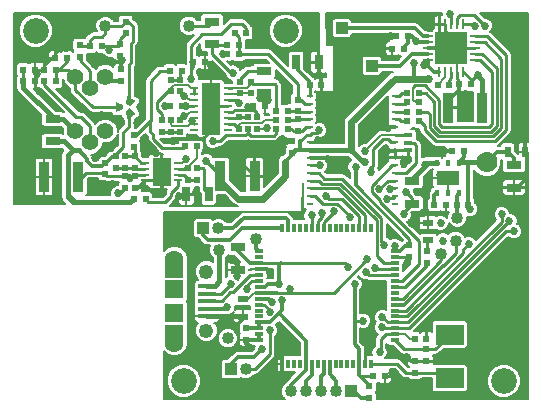
<source format=gtl>
G04 (created by PCBNEW (2013-may-18)-stable) date Tue 15 Oct 2013 04:41:00 PM EDT*
%MOIN*%
G04 Gerber Fmt 3.4, Leading zero omitted, Abs format*
%FSLAX34Y34*%
G01*
G70*
G90*
G04 APERTURE LIST*
%ADD10C,0.00590551*%
%ADD11R,0.0511811X0.0275591*%
%ADD12R,0.0275591X0.0511811*%
%ADD13R,0.023622X0.0354331*%
%ADD14R,0.0354331X0.023622*%
%ADD15R,0.019685X0.023622*%
%ADD16R,0.023622X0.019685*%
%ADD17R,0.019685X0.00984252*%
%ADD18C,0.0492*%
%ADD19R,0.063X0.0591*%
%ADD20R,0.0591X0.0157*%
%ADD21C,0.063*%
%ADD22C,0.07*%
%ADD23R,0.07X0.07*%
%ADD24C,0.04*%
%ADD25R,0.04X0.04*%
%ADD26R,0.0255906X0.00984252*%
%ADD27R,0.0649606X0.173228*%
%ADD28R,0.0275591X0.00984252*%
%ADD29R,0.0629921X0.0925197*%
%ADD30R,0.03X0.015*%
%ADD31R,0.0354331X0.102362*%
%ADD32C,0.055*%
%ADD33C,0.015748*%
%ADD34R,0.0334646X0.0110236*%
%ADD35R,0.0110236X0.0334646*%
%ADD36R,0.106299X0.106299*%
%ADD37R,0.011811X0.0314961*%
%ADD38R,0.0314961X0.011811*%
%ADD39R,0.0137795X0.019685*%
%ADD40R,0.0755905X0.0472441*%
%ADD41R,0.0944882X0.0669291*%
%ADD42C,0.086*%
%ADD43C,0.027*%
%ADD44C,0.012*%
%ADD45C,0.01*%
%ADD46C,0.007*%
%ADD47C,0.018*%
%ADD48C,0.022*%
%ADD49C,0.014*%
%ADD50C,0.008*%
%ADD51C,0.006*%
G04 APERTURE END LIST*
G54D10*
G54D11*
X49177Y-38775D03*
X49177Y-38027D03*
X55370Y-42315D03*
X55370Y-43064D03*
G54D12*
X57295Y-36150D03*
X58044Y-36150D03*
G54D11*
X64560Y-39575D03*
X64560Y-40324D03*
G54D12*
X53635Y-40540D03*
X54384Y-40540D03*
G54D11*
X56240Y-37184D03*
X56240Y-36435D03*
X54495Y-35539D03*
X54495Y-34790D03*
X61155Y-40854D03*
X61155Y-40105D03*
G54D13*
X64344Y-39130D03*
X64935Y-39130D03*
G54D14*
X61690Y-41494D03*
X61690Y-42085D03*
X55520Y-44034D03*
X55520Y-44625D03*
G54D15*
X63117Y-36887D03*
X62724Y-36887D03*
X61398Y-37169D03*
X61004Y-37169D03*
X62008Y-36890D03*
X62401Y-36890D03*
G54D16*
X61254Y-46109D03*
X61254Y-46502D03*
G54D15*
X61398Y-37484D03*
X61004Y-37484D03*
X61398Y-38114D03*
X61004Y-38114D03*
X61398Y-37799D03*
X61004Y-37799D03*
X57743Y-36900D03*
X58136Y-36900D03*
X60886Y-35690D03*
X60493Y-35690D03*
G54D16*
X57165Y-39161D03*
X57165Y-38768D03*
X59740Y-46953D03*
X59740Y-47346D03*
G54D15*
X62643Y-40890D03*
X63036Y-40890D03*
X54256Y-36150D03*
X53863Y-36150D03*
G54D16*
X51455Y-36383D03*
X51455Y-36776D03*
G54D15*
X61903Y-40890D03*
X62296Y-40890D03*
X62891Y-39110D03*
X62498Y-39110D03*
X61636Y-45365D03*
X61243Y-45365D03*
X61031Y-35285D03*
X60638Y-35285D03*
G54D16*
X61638Y-46106D03*
X61638Y-45713D03*
X51422Y-35921D03*
X51422Y-35527D03*
X61070Y-42253D03*
X61070Y-42646D03*
X55640Y-45013D03*
X55640Y-45406D03*
G54D15*
X59853Y-46605D03*
X60246Y-46605D03*
X48193Y-36787D03*
X48587Y-36787D03*
X57016Y-38070D03*
X56623Y-38070D03*
X57016Y-38385D03*
X56623Y-38385D03*
G54D16*
X55380Y-38366D03*
X55380Y-37973D03*
G54D15*
X53103Y-37600D03*
X53496Y-37600D03*
G54D16*
X53120Y-38063D03*
X53120Y-38456D03*
X53420Y-38063D03*
X53420Y-38456D03*
X52820Y-38456D03*
X52820Y-38063D03*
X53130Y-37116D03*
X53130Y-36723D03*
X53435Y-37116D03*
X53435Y-36723D03*
G54D15*
X53476Y-36440D03*
X53083Y-36440D03*
G54D16*
X55690Y-37973D03*
X55690Y-38366D03*
G54D15*
X48193Y-36393D03*
X48587Y-36393D03*
X49296Y-36393D03*
X48902Y-36393D03*
X49650Y-36000D03*
X49256Y-36000D03*
G54D16*
X50938Y-39491D03*
X50938Y-39884D03*
X55990Y-38366D03*
X55990Y-37973D03*
X51910Y-39948D03*
X51910Y-40341D03*
X51596Y-40340D03*
X51596Y-39947D03*
X51910Y-39283D03*
X51910Y-39676D03*
X51605Y-39283D03*
X51605Y-39676D03*
X51300Y-39676D03*
X51300Y-39283D03*
X51620Y-35186D03*
X51620Y-34793D03*
G54D15*
X55636Y-35160D03*
X55243Y-35160D03*
X54988Y-35565D03*
X55381Y-35565D03*
X57016Y-37755D03*
X56623Y-37755D03*
G54D16*
X57350Y-38441D03*
X57350Y-38048D03*
X57350Y-37781D03*
X57350Y-37388D03*
G54D15*
X56256Y-37610D03*
X55863Y-37610D03*
G54D16*
X55790Y-36793D03*
X55790Y-37186D03*
X55420Y-37186D03*
X55420Y-36793D03*
G54D15*
X55381Y-35870D03*
X54988Y-35870D03*
X52276Y-40695D03*
X51883Y-40695D03*
X48902Y-36787D03*
X49296Y-36787D03*
G54D16*
X50083Y-35960D03*
X50083Y-35566D03*
G54D15*
X53583Y-38952D03*
X53976Y-38952D03*
G54D16*
X51885Y-38966D03*
X51885Y-38573D03*
X53690Y-39679D03*
X53690Y-40072D03*
X53996Y-40072D03*
X53996Y-39679D03*
G54D15*
X50831Y-35606D03*
X50437Y-35606D03*
G54D16*
X61650Y-42826D03*
X61650Y-42433D03*
G54D17*
X57747Y-37278D03*
X57747Y-37534D03*
X57747Y-38046D03*
X57747Y-37790D03*
X57747Y-38814D03*
X57747Y-39070D03*
X57747Y-38558D03*
X57747Y-38302D03*
X57747Y-40349D03*
X57747Y-40605D03*
X57747Y-40861D03*
X57747Y-39837D03*
X57747Y-40093D03*
X57747Y-39581D03*
X57747Y-39325D03*
X60582Y-39325D03*
X60582Y-39581D03*
X60582Y-40093D03*
X60582Y-39837D03*
X60582Y-40861D03*
X60582Y-40605D03*
X60582Y-40349D03*
X60582Y-38302D03*
X60582Y-38558D03*
X60582Y-39070D03*
X60582Y-38814D03*
X60582Y-37790D03*
X60582Y-38046D03*
X60582Y-37534D03*
X60582Y-37278D03*
G54D18*
X54303Y-45094D03*
G54D19*
X53240Y-45192D03*
X53240Y-43027D03*
X53240Y-44503D03*
G54D20*
X54319Y-43610D03*
X54319Y-43860D03*
X54319Y-44110D03*
X54319Y-44360D03*
X54319Y-44610D03*
G54D21*
X53240Y-45488D03*
X53240Y-42732D03*
G54D19*
X53240Y-43716D03*
G54D18*
X54303Y-43126D03*
G54D22*
X63652Y-39483D03*
G54D23*
X63652Y-40483D03*
G54D24*
X50940Y-34940D03*
G54D25*
X50440Y-34940D03*
G54D24*
X53719Y-34937D03*
G54D25*
X53219Y-34937D03*
G54D24*
X59816Y-35764D03*
G54D25*
X59816Y-36264D03*
G54D24*
X58820Y-35510D03*
G54D25*
X58820Y-35010D03*
G54D24*
X54700Y-41680D03*
G54D25*
X54200Y-41680D03*
G54D24*
X56625Y-47110D03*
X57125Y-47110D03*
X58125Y-47110D03*
X57625Y-47110D03*
X58625Y-47110D03*
G54D25*
X59125Y-47110D03*
G54D26*
X55029Y-38393D03*
X53887Y-38393D03*
X53887Y-38000D03*
X53887Y-38197D03*
X55029Y-37606D03*
X55029Y-37803D03*
X55029Y-38000D03*
X55029Y-38197D03*
X53887Y-37803D03*
X53887Y-37606D03*
X53887Y-37212D03*
X53887Y-37409D03*
X53887Y-37015D03*
X55029Y-37409D03*
X55029Y-37212D03*
X55029Y-37015D03*
G54D27*
X54458Y-37704D03*
G54D28*
X52258Y-39494D03*
X52258Y-39691D03*
X52258Y-40085D03*
X52258Y-39888D03*
X53361Y-39888D03*
X53361Y-40085D03*
X53361Y-39691D03*
G54D29*
X52810Y-39790D03*
G54D28*
X53361Y-39494D03*
G54D30*
X61025Y-39085D03*
X61025Y-38574D03*
X61025Y-38830D03*
G54D10*
G36*
X51650Y-38029D02*
X51612Y-37762D01*
X51741Y-37687D01*
X51953Y-37854D01*
X51650Y-38029D01*
X51650Y-38029D01*
G37*
G36*
X51953Y-37432D02*
X51741Y-37599D01*
X51612Y-37524D01*
X51650Y-37257D01*
X51953Y-37432D01*
X51953Y-37432D01*
G37*
G36*
X51284Y-37468D02*
X51534Y-37568D01*
X51534Y-37718D01*
X51284Y-37818D01*
X51284Y-37468D01*
X51284Y-37468D01*
G37*
G54D31*
X62364Y-37655D03*
X63505Y-37655D03*
X55910Y-39940D03*
X54769Y-39940D03*
X48889Y-39970D03*
X50030Y-39970D03*
G54D32*
X50437Y-37003D03*
X49937Y-36629D03*
X50937Y-36629D03*
X50437Y-38814D03*
X49937Y-38440D03*
X50937Y-38440D03*
G54D24*
X55960Y-42040D03*
X62138Y-42538D03*
X55020Y-45350D03*
X54740Y-42400D03*
X62614Y-42094D03*
X62670Y-41328D03*
G54D33*
X62820Y-36026D03*
X62820Y-35317D03*
X62112Y-35672D03*
X62466Y-36026D03*
X62466Y-35317D03*
X62820Y-35672D03*
X62112Y-36026D03*
X62466Y-35672D03*
G54D34*
X61679Y-36065D03*
X61679Y-35868D03*
X61679Y-35475D03*
X61679Y-35672D03*
X61679Y-35278D03*
G54D35*
X62072Y-36459D03*
X62466Y-36459D03*
X62269Y-36459D03*
X62663Y-36459D03*
X62860Y-36459D03*
X62860Y-34884D03*
X62663Y-34884D03*
X62269Y-34884D03*
X62466Y-34884D03*
X62072Y-34884D03*
G54D34*
X63253Y-35278D03*
X63253Y-35672D03*
X63253Y-35475D03*
X63253Y-35868D03*
X63253Y-36065D03*
G54D36*
X62466Y-35672D03*
G54D33*
X62112Y-35317D03*
G54D37*
X58413Y-46193D03*
X58610Y-46193D03*
X59003Y-46193D03*
X58807Y-46193D03*
X59594Y-46193D03*
X59791Y-46193D03*
X59397Y-46193D03*
X59200Y-46193D03*
X57626Y-46193D03*
X57822Y-46193D03*
X58216Y-46193D03*
X58019Y-46193D03*
X57232Y-46193D03*
X57429Y-46193D03*
X57035Y-46193D03*
X56838Y-46193D03*
X56838Y-41666D03*
X57035Y-41666D03*
X57429Y-41666D03*
X57232Y-41666D03*
X58019Y-41666D03*
X58216Y-41666D03*
X57822Y-41666D03*
X57626Y-41666D03*
X59200Y-41666D03*
X59397Y-41666D03*
X59791Y-41666D03*
X59594Y-41666D03*
X58807Y-41666D03*
X59003Y-41666D03*
X58610Y-41666D03*
X58413Y-41666D03*
G54D38*
X60578Y-42453D03*
X60578Y-42650D03*
X60578Y-43044D03*
X60578Y-42847D03*
X60578Y-43634D03*
X60578Y-43831D03*
X60578Y-43437D03*
X60578Y-43241D03*
X60578Y-44815D03*
X60578Y-45012D03*
X60578Y-45406D03*
X60578Y-45209D03*
X60578Y-44422D03*
X60578Y-44618D03*
X60578Y-44225D03*
X60578Y-44028D03*
X56051Y-44028D03*
X56051Y-44225D03*
X56051Y-44618D03*
X56051Y-44422D03*
X56051Y-45209D03*
X56051Y-45406D03*
X56051Y-45012D03*
X56051Y-44815D03*
X56051Y-43241D03*
X56051Y-43437D03*
X56051Y-43831D03*
X56051Y-43634D03*
X56051Y-42847D03*
X56051Y-43044D03*
X56051Y-42650D03*
X56051Y-42453D03*
G54D39*
X62724Y-39488D03*
X62350Y-39488D03*
X61975Y-39488D03*
G54D40*
X62350Y-40000D03*
G54D39*
X61975Y-40511D03*
X62350Y-40511D03*
X62724Y-40511D03*
G54D24*
X55615Y-46375D03*
G54D25*
X55115Y-46375D03*
G54D41*
X62420Y-46678D03*
X62420Y-45221D03*
G54D42*
X64220Y-46768D03*
X56948Y-35096D03*
X48614Y-35096D03*
X53550Y-46768D03*
G54D43*
X62190Y-42088D03*
X62110Y-41506D03*
X56840Y-44085D03*
X59523Y-44760D03*
X59245Y-43550D03*
X59595Y-39105D03*
X59275Y-39635D03*
X56710Y-43530D03*
X60585Y-42260D03*
X59040Y-42970D03*
X57100Y-43700D03*
X60885Y-41220D03*
X59670Y-42720D03*
X60960Y-40465D03*
X59795Y-39810D03*
X58065Y-38415D03*
X61580Y-39560D03*
X59590Y-39455D03*
X61230Y-36160D03*
X61720Y-36700D03*
X63345Y-36575D03*
X61300Y-35425D03*
X53800Y-36700D03*
X51362Y-40508D03*
X53630Y-39354D03*
X54300Y-39435D03*
X53620Y-37600D03*
X51067Y-35724D03*
X59910Y-43000D03*
X60230Y-42230D03*
X58100Y-39585D03*
X58285Y-40600D03*
X59075Y-41300D03*
X59610Y-43150D03*
X63254Y-34946D03*
X64145Y-41210D03*
X62435Y-34540D03*
X60150Y-44985D03*
X64560Y-41780D03*
X63586Y-34928D03*
X60170Y-44635D03*
X64405Y-41435D03*
X56160Y-45700D03*
X56500Y-44125D03*
X56420Y-45075D03*
X56410Y-44460D03*
X60075Y-45820D03*
X60065Y-40370D03*
X58550Y-41115D03*
X60420Y-40370D03*
X58160Y-41155D03*
X57810Y-41245D03*
X60320Y-40695D03*
X55115Y-43530D03*
X55670Y-43690D03*
X48652Y-36534D03*
X64358Y-42120D03*
X63736Y-42798D03*
X63180Y-43312D03*
X62608Y-43870D03*
X60130Y-43882D03*
X62310Y-44180D03*
X62000Y-44490D03*
X63140Y-44540D03*
X63398Y-45136D03*
X62834Y-45986D03*
X60520Y-45868D03*
X60988Y-45986D03*
X55215Y-38855D03*
X55725Y-39170D03*
X60485Y-46510D03*
X59680Y-45820D03*
X60895Y-39540D03*
X64840Y-34730D03*
X64830Y-35400D03*
X64865Y-36700D03*
X64900Y-37645D03*
X64865Y-38590D03*
X54450Y-36280D03*
X50570Y-36190D03*
X51190Y-36130D03*
X60445Y-35285D03*
X58060Y-36560D03*
X56360Y-37390D03*
X55715Y-36160D03*
X56058Y-35272D03*
X56875Y-35985D03*
X56855Y-36780D03*
X56955Y-37425D03*
X56955Y-38765D03*
X62820Y-37685D03*
X62790Y-37360D03*
X62225Y-39095D03*
X62105Y-39905D03*
X62350Y-40090D03*
X62605Y-39905D03*
X56760Y-45925D03*
X55715Y-45625D03*
X55295Y-44940D03*
X58030Y-38750D03*
X58370Y-39360D03*
X61140Y-41495D03*
X61330Y-40460D03*
X61515Y-41170D03*
X61000Y-42825D03*
X60570Y-41890D03*
X60310Y-39105D03*
X60345Y-38325D03*
X55160Y-42740D03*
X55330Y-43260D03*
X56430Y-43155D03*
X56320Y-38340D03*
X56325Y-40045D03*
X56350Y-39570D03*
X56280Y-38885D03*
X56100Y-37340D03*
X50600Y-39334D03*
X51200Y-40210D03*
X50610Y-40124D03*
X51114Y-38994D03*
X53200Y-38754D03*
X52630Y-39170D03*
X52270Y-38680D03*
X54290Y-39055D03*
X52790Y-39950D03*
X51500Y-36078D03*
X52000Y-38180D03*
X52720Y-40500D03*
X54600Y-37070D03*
X53960Y-40460D03*
X53380Y-40610D03*
X52860Y-39530D03*
X48740Y-37100D03*
X50810Y-37900D03*
X50160Y-37690D03*
X54860Y-35880D03*
X49620Y-35670D03*
X52915Y-37600D03*
X48862Y-35776D03*
X63044Y-42196D03*
X55000Y-44305D03*
X53560Y-37930D03*
X53560Y-37270D03*
X53840Y-38120D03*
X54515Y-38780D03*
X55380Y-37490D03*
X55180Y-36490D03*
X61565Y-36230D03*
X63090Y-41040D03*
X55680Y-37645D03*
X51760Y-40010D03*
G54D44*
X56720Y-44515D02*
X56840Y-44395D01*
X56840Y-44395D02*
X56840Y-44085D01*
X56051Y-43634D02*
X56255Y-43634D01*
X56255Y-43634D02*
X56360Y-43530D01*
X56360Y-43530D02*
X56710Y-43530D01*
G54D45*
X59523Y-44760D02*
X59245Y-44760D01*
X59245Y-44760D02*
X59250Y-44760D01*
X59250Y-44760D02*
X59245Y-44760D01*
X59853Y-46605D02*
X59425Y-46605D01*
X59425Y-46605D02*
X59397Y-46577D01*
G54D44*
X59740Y-46953D02*
X59740Y-46920D01*
X59397Y-46577D02*
X59397Y-46193D01*
X59740Y-46920D02*
X59397Y-46577D01*
X59397Y-46193D02*
X59397Y-45692D01*
X59397Y-45692D02*
X59245Y-45540D01*
X59245Y-45540D02*
X59245Y-44760D01*
X59245Y-44760D02*
X59245Y-43550D01*
X57626Y-46193D02*
X57626Y-46408D01*
X57125Y-46910D02*
X57125Y-47110D01*
X57626Y-46408D02*
X57125Y-46910D01*
X57626Y-45536D02*
X57626Y-45421D01*
X57626Y-46193D02*
X57626Y-45536D01*
X57626Y-45421D02*
X56720Y-44515D01*
X56051Y-45012D02*
X56051Y-44815D01*
X55640Y-45013D02*
X56050Y-45013D01*
X56050Y-45013D02*
X56051Y-45012D01*
G54D45*
X61070Y-42253D02*
X61070Y-42021D01*
X59275Y-40226D02*
X59275Y-39635D01*
X61070Y-42021D02*
X59275Y-40226D01*
G54D46*
X60582Y-38558D02*
X60131Y-38558D01*
X59595Y-39094D02*
X59595Y-39105D01*
X60131Y-38558D02*
X59595Y-39094D01*
G54D44*
X59275Y-40225D02*
X59297Y-40247D01*
X59275Y-39635D02*
X59275Y-40225D01*
G54D45*
X60582Y-38558D02*
X61009Y-38558D01*
X61009Y-38558D02*
X61025Y-38574D01*
G54D44*
X56051Y-42847D02*
X55772Y-42847D01*
X55370Y-42445D02*
X55370Y-42315D01*
X55772Y-42847D02*
X55370Y-42445D01*
X56710Y-43530D02*
X56710Y-42915D01*
X56710Y-42915D02*
X56777Y-42847D01*
X56051Y-44815D02*
X56419Y-44815D01*
X56419Y-44815D02*
X56720Y-44515D01*
G54D46*
X60578Y-42453D02*
X60578Y-42266D01*
X60578Y-42266D02*
X60585Y-42260D01*
G54D45*
X59040Y-42970D02*
X58917Y-42847D01*
X58917Y-42847D02*
X56777Y-42847D01*
X56777Y-42847D02*
X56051Y-42847D01*
X60578Y-42453D02*
X60726Y-42453D01*
X60926Y-42253D02*
X61070Y-42253D01*
X60726Y-42453D02*
X60926Y-42253D01*
G54D44*
X56051Y-43831D02*
X56646Y-43831D01*
G54D45*
X56646Y-43831D02*
X57050Y-43831D01*
G54D44*
X57050Y-43750D02*
X57050Y-43831D01*
X57100Y-43700D02*
X57050Y-43750D01*
G54D45*
X60885Y-41124D02*
X61155Y-40854D01*
X60885Y-41220D02*
X60885Y-41124D01*
X57050Y-43831D02*
X58558Y-43831D01*
X58558Y-43831D02*
X59670Y-42720D01*
X61155Y-40660D02*
X60960Y-40465D01*
X61155Y-40854D02*
X61155Y-40660D01*
X60582Y-38814D02*
X60469Y-38814D01*
X60190Y-38705D02*
X60175Y-38720D01*
X60360Y-38705D02*
X60190Y-38705D01*
X60469Y-38814D02*
X60360Y-38705D01*
X60175Y-38720D02*
X59860Y-39035D01*
G54D44*
X59795Y-39810D02*
X59795Y-39660D01*
G54D45*
X59795Y-39660D02*
X59860Y-39595D01*
X59860Y-39595D02*
X59860Y-39035D01*
G54D46*
X55520Y-44034D02*
X55685Y-44034D01*
X55888Y-43831D02*
X56051Y-43831D01*
X55685Y-44034D02*
X55888Y-43831D01*
G54D45*
X53863Y-36150D02*
X53863Y-36306D01*
X53863Y-36306D02*
X53800Y-36370D01*
G54D44*
X53863Y-36150D02*
X53820Y-36150D01*
X53800Y-36130D02*
X53863Y-36150D01*
X53820Y-36150D02*
X53800Y-36130D01*
X51455Y-36776D02*
X51084Y-36776D01*
X51084Y-36776D02*
X50937Y-36629D01*
X60886Y-35690D02*
X60886Y-35648D01*
X61031Y-35503D02*
X61031Y-35285D01*
X60886Y-35648D02*
X61031Y-35503D01*
X57350Y-39070D02*
X57256Y-39070D01*
X57256Y-39070D02*
X57165Y-39161D01*
G54D47*
X63505Y-37655D02*
X63505Y-36735D01*
X63505Y-36735D02*
X63345Y-36575D01*
G54D48*
X61705Y-36700D02*
X61665Y-36700D01*
X59130Y-38145D02*
X59130Y-39070D01*
X60585Y-36690D02*
X59130Y-38145D01*
X61655Y-36690D02*
X60585Y-36690D01*
X61665Y-36700D02*
X61655Y-36690D01*
G54D49*
X57420Y-39070D02*
X57420Y-38780D01*
G54D45*
X57815Y-38490D02*
X57747Y-38558D01*
X57990Y-38490D02*
X57815Y-38490D01*
X58065Y-38415D02*
X57990Y-38490D01*
G54D47*
X61580Y-39560D02*
X61651Y-39488D01*
X61651Y-39488D02*
X61975Y-39488D01*
X59590Y-39455D02*
X59515Y-39455D01*
X59515Y-39455D02*
X59130Y-39070D01*
X59130Y-39070D02*
X57747Y-39070D01*
X61155Y-40105D02*
X61155Y-40035D01*
X61155Y-40035D02*
X61701Y-39488D01*
X61701Y-39488D02*
X61975Y-39488D01*
G54D44*
X61720Y-36700D02*
X61705Y-36700D01*
X61705Y-36700D02*
X61265Y-36700D01*
X61230Y-36665D02*
X61230Y-36160D01*
X61265Y-36700D02*
X61230Y-36665D01*
X61031Y-35285D02*
X61160Y-35285D01*
X61160Y-35285D02*
X61300Y-35425D01*
X61679Y-35475D02*
X61350Y-35475D01*
X63117Y-36802D02*
X63117Y-36887D01*
X63345Y-36575D02*
X63117Y-36802D01*
X61350Y-35475D02*
X61300Y-35425D01*
G54D45*
X62860Y-36459D02*
X62860Y-36460D01*
X62860Y-36460D02*
X63117Y-36717D01*
X63117Y-36717D02*
X63117Y-36887D01*
X57641Y-38558D02*
X57747Y-38558D01*
X57420Y-38780D02*
X57641Y-38558D01*
G54D48*
X54769Y-39940D02*
X54769Y-40089D01*
G54D49*
X57310Y-39070D02*
X57350Y-39070D01*
X57350Y-39070D02*
X57420Y-39070D01*
X57420Y-39070D02*
X57747Y-39070D01*
X56920Y-39460D02*
X57310Y-39070D01*
G54D48*
X56920Y-39950D02*
X56920Y-39460D01*
X56180Y-40690D02*
X56920Y-39950D01*
X55370Y-40690D02*
X56180Y-40690D01*
X54769Y-40089D02*
X55370Y-40690D01*
G54D45*
X55636Y-35160D02*
X55636Y-35006D01*
X55636Y-35006D02*
X55500Y-34870D01*
X55500Y-34870D02*
X55140Y-34870D01*
X55140Y-34870D02*
X54790Y-35220D01*
X54790Y-35220D02*
X54170Y-35220D01*
X54170Y-35220D02*
X53800Y-35590D01*
X53800Y-35590D02*
X53800Y-36370D01*
X53800Y-36370D02*
X53800Y-36700D01*
X51422Y-35527D02*
X51422Y-35384D01*
X51422Y-35384D02*
X51620Y-35186D01*
X51428Y-40508D02*
X51596Y-40340D01*
X51362Y-40508D02*
X51428Y-40508D01*
G54D46*
X53361Y-39494D02*
X53489Y-39494D01*
X53489Y-39494D02*
X53630Y-39354D01*
G54D45*
X54485Y-39620D02*
X54769Y-39940D01*
X54300Y-39435D02*
X54485Y-39620D01*
X54450Y-39620D02*
X54769Y-39940D01*
X54230Y-39400D02*
X54450Y-39620D01*
G54D46*
X53496Y-37600D02*
X53620Y-37600D01*
G54D45*
X50949Y-35606D02*
X50831Y-35606D01*
X51067Y-35724D02*
X50949Y-35606D01*
X50831Y-35606D02*
X51343Y-35606D01*
X51343Y-35606D02*
X51422Y-35527D01*
X53887Y-37606D02*
X53503Y-37606D01*
X53503Y-37606D02*
X53496Y-37600D01*
X53719Y-34937D02*
X54348Y-34937D01*
X54348Y-34937D02*
X54495Y-34790D01*
X51780Y-35530D02*
X51860Y-35450D01*
X51860Y-35450D02*
X51860Y-35340D01*
X51620Y-34793D02*
X51703Y-34793D01*
X51780Y-36180D02*
X51780Y-35530D01*
X51740Y-36220D02*
X51780Y-36180D01*
X51740Y-36672D02*
X51739Y-36671D01*
X51739Y-36671D02*
X51739Y-37453D01*
X51740Y-36672D02*
X51740Y-36220D01*
X51860Y-34950D02*
X51860Y-35340D01*
X51703Y-34793D02*
X51860Y-34950D01*
X51300Y-34940D02*
X51473Y-34940D01*
X50940Y-34940D02*
X51300Y-34940D01*
X51473Y-34940D02*
X51620Y-34793D01*
X50940Y-35180D02*
X50940Y-34940D01*
X50820Y-35300D02*
X50940Y-35180D01*
X50550Y-35300D02*
X50820Y-35300D01*
X50437Y-35412D02*
X50550Y-35300D01*
X50437Y-35606D02*
X50437Y-35412D01*
X50437Y-35606D02*
X50437Y-35572D01*
X50940Y-35070D02*
X50940Y-34940D01*
X50437Y-35606D02*
X50122Y-35606D01*
X50122Y-35606D02*
X50083Y-35566D01*
X57747Y-38046D02*
X57351Y-38046D01*
X57351Y-38046D02*
X57350Y-38048D01*
X57016Y-38070D02*
X57328Y-38070D01*
X57328Y-38070D02*
X57350Y-38048D01*
X57747Y-38302D02*
X57637Y-38302D01*
X57498Y-38441D02*
X57350Y-38441D01*
X57637Y-38302D02*
X57498Y-38441D01*
X57016Y-38385D02*
X57145Y-38385D01*
X57201Y-38441D02*
X57350Y-38441D01*
X57145Y-38385D02*
X57201Y-38441D01*
X57747Y-37534D02*
X57604Y-37534D01*
X57458Y-37388D02*
X57350Y-37388D01*
X57604Y-37534D02*
X57458Y-37388D01*
X57350Y-37388D02*
X57350Y-36860D01*
X56360Y-35870D02*
X55381Y-35870D01*
X57350Y-36860D02*
X56360Y-35870D01*
X55381Y-35565D02*
X55381Y-35298D01*
X55381Y-35298D02*
X55243Y-35160D01*
X55381Y-35565D02*
X55381Y-35870D01*
X57747Y-37790D02*
X57358Y-37790D01*
X57358Y-37790D02*
X57350Y-37781D01*
X57016Y-37755D02*
X57323Y-37755D01*
X57323Y-37755D02*
X57350Y-37781D01*
X60582Y-37790D02*
X60995Y-37790D01*
X60995Y-37790D02*
X61004Y-37799D01*
X60784Y-38114D02*
X61004Y-38114D01*
X60582Y-38046D02*
X60716Y-38046D01*
X60716Y-38046D02*
X60784Y-38114D01*
X60582Y-37278D02*
X60731Y-37278D01*
X60840Y-37169D02*
X61004Y-37169D01*
X60731Y-37278D02*
X60840Y-37169D01*
X60954Y-37534D02*
X61004Y-37484D01*
X60582Y-37534D02*
X60954Y-37534D01*
X59980Y-41565D02*
X59980Y-41397D01*
X58772Y-40189D02*
X58235Y-40189D01*
X59980Y-41397D02*
X58772Y-40189D01*
X58073Y-40093D02*
X57747Y-40093D01*
X58235Y-40189D02*
X58169Y-40189D01*
X58169Y-40189D02*
X58073Y-40093D01*
X60578Y-42847D02*
X60237Y-42847D01*
X59980Y-42590D02*
X59980Y-41565D01*
X60237Y-42847D02*
X59980Y-42590D01*
G54D44*
X61360Y-35870D02*
X61149Y-35870D01*
X60756Y-36264D02*
X59816Y-36264D01*
X61149Y-35870D02*
X60756Y-36264D01*
X61679Y-35868D02*
X61421Y-35868D01*
X61419Y-35870D02*
X61360Y-35870D01*
X61421Y-35868D02*
X61419Y-35870D01*
X58820Y-35010D02*
X61250Y-35010D01*
X61518Y-35278D02*
X61679Y-35278D01*
X61250Y-35010D02*
X61518Y-35278D01*
G54D45*
X60140Y-41530D02*
X60140Y-41331D01*
X58838Y-40029D02*
X58565Y-40029D01*
X60140Y-41331D02*
X58838Y-40029D01*
X59954Y-43044D02*
X59910Y-43000D01*
X60230Y-42230D02*
X60140Y-42140D01*
X60140Y-42140D02*
X60140Y-41530D01*
X60578Y-43044D02*
X59954Y-43044D01*
X58043Y-39837D02*
X57747Y-39837D01*
X58235Y-40029D02*
X58043Y-39837D01*
X58565Y-40029D02*
X58235Y-40029D01*
X59397Y-41465D02*
X59397Y-41267D01*
X58540Y-40699D02*
X58540Y-40698D01*
X58829Y-40699D02*
X58540Y-40699D01*
X59397Y-41267D02*
X58829Y-40699D01*
X58540Y-40698D02*
X58383Y-40698D01*
X58096Y-39581D02*
X57747Y-39581D01*
X58100Y-39585D02*
X58096Y-39581D01*
X58383Y-40698D02*
X58285Y-40600D01*
X59397Y-41666D02*
X59397Y-41465D01*
X60814Y-43437D02*
X60814Y-43424D01*
X60814Y-43424D02*
X61380Y-42858D01*
X59877Y-40197D02*
X59815Y-40260D01*
X61380Y-42145D02*
X61380Y-42858D01*
X60582Y-39581D02*
X60493Y-39581D01*
X60493Y-39581D02*
X59877Y-40197D01*
X59815Y-40260D02*
X59815Y-40470D01*
X59815Y-40470D02*
X60075Y-40730D01*
X60075Y-40730D02*
X60075Y-40800D01*
X60075Y-40800D02*
X61380Y-42105D01*
X61380Y-42105D02*
X61380Y-42145D01*
X60814Y-43437D02*
X60578Y-43437D01*
X59594Y-41455D02*
X59594Y-41238D01*
X58705Y-40349D02*
X57747Y-40349D01*
X59594Y-41238D02*
X58705Y-40349D01*
X59594Y-41455D02*
X59594Y-41666D01*
X59075Y-41280D02*
X58655Y-40860D01*
X59075Y-41285D02*
X59075Y-41280D01*
X59075Y-41300D02*
X59075Y-41285D01*
X58655Y-40860D02*
X58175Y-40860D01*
X57920Y-40605D02*
X57747Y-40605D01*
X58175Y-40860D02*
X57920Y-40605D01*
X60578Y-43241D02*
X59988Y-43241D01*
X59710Y-43250D02*
X59610Y-43150D01*
X59980Y-43250D02*
X59710Y-43250D01*
X59988Y-43241D02*
X59980Y-43250D01*
X63192Y-34884D02*
X62860Y-34884D01*
X63254Y-34946D02*
X63192Y-34884D01*
X60578Y-44618D02*
X60994Y-44618D01*
X64145Y-41468D02*
X64145Y-41210D01*
X60994Y-44618D02*
X64145Y-41468D01*
X62466Y-34571D02*
X62466Y-34884D01*
X62466Y-34571D02*
X62435Y-34540D01*
X60578Y-45012D02*
X60177Y-45012D01*
X60177Y-45012D02*
X60150Y-44985D01*
X60578Y-45012D02*
X61053Y-45012D01*
X64286Y-41780D02*
X64560Y-41780D01*
X61053Y-45012D02*
X64286Y-41780D01*
X63213Y-34555D02*
X62770Y-34555D01*
X63586Y-34928D02*
X63213Y-34555D01*
X60578Y-44815D02*
X60350Y-44815D01*
X60350Y-44815D02*
X60170Y-44635D01*
X60578Y-44815D02*
X61024Y-44815D01*
X62663Y-34661D02*
X62770Y-34555D01*
X62663Y-34661D02*
X62663Y-34884D01*
X61024Y-44815D02*
X64405Y-41435D01*
G54D44*
X56051Y-44028D02*
X56403Y-44028D01*
X55115Y-46205D02*
X55115Y-46375D01*
X55360Y-45960D02*
X55115Y-46205D01*
X55900Y-45960D02*
X55360Y-45960D01*
X56160Y-45700D02*
X55900Y-45960D01*
X56403Y-44028D02*
X56500Y-44125D01*
G54D45*
X56051Y-44225D02*
X56235Y-44225D01*
X55915Y-46375D02*
X55615Y-46375D01*
X56420Y-45870D02*
X55915Y-46375D01*
X56420Y-45075D02*
X56420Y-45870D01*
X56410Y-44400D02*
X56410Y-44460D01*
X56235Y-44225D02*
X56410Y-44400D01*
X60117Y-45377D02*
X60117Y-45777D01*
X60117Y-45777D02*
X60075Y-45820D01*
X60578Y-45209D02*
X60285Y-45209D01*
X60285Y-45209D02*
X60117Y-45377D01*
G54D44*
X59125Y-47110D02*
X59210Y-47110D01*
X59210Y-47110D02*
X59446Y-47346D01*
X59446Y-47346D02*
X59740Y-47346D01*
G54D50*
X61243Y-45365D02*
X61085Y-45365D01*
X60929Y-45209D02*
X60578Y-45209D01*
X61085Y-45365D02*
X60929Y-45209D01*
G54D45*
X58216Y-41666D02*
X58216Y-41468D01*
X60341Y-40093D02*
X60582Y-40093D01*
X60065Y-40370D02*
X60341Y-40093D01*
X58550Y-41135D02*
X58550Y-41115D01*
X58216Y-41468D02*
X58550Y-41135D01*
X58019Y-41666D02*
X58019Y-41439D01*
X60440Y-40349D02*
X60582Y-40349D01*
X60420Y-40370D02*
X60440Y-40349D01*
X58160Y-41298D02*
X58160Y-41155D01*
X58019Y-41439D02*
X58160Y-41298D01*
X57822Y-41257D02*
X57810Y-41245D01*
X57822Y-41666D02*
X57822Y-41257D01*
X60512Y-40675D02*
X60582Y-40605D01*
X60340Y-40675D02*
X60512Y-40675D01*
X60320Y-40695D02*
X60340Y-40675D01*
G54D44*
X57822Y-46193D02*
X57822Y-46587D01*
X57625Y-46785D02*
X57625Y-47110D01*
X57822Y-46587D02*
X57625Y-46785D01*
X58413Y-46193D02*
X58413Y-46543D01*
X58625Y-46755D02*
X58625Y-47110D01*
X58413Y-46543D02*
X58625Y-46755D01*
X58216Y-46193D02*
X58216Y-46523D01*
X58125Y-46615D02*
X58125Y-47110D01*
X58216Y-46523D02*
X58125Y-46615D01*
X54700Y-41680D02*
X55205Y-41680D01*
X57035Y-41405D02*
X57035Y-41666D01*
X56960Y-41330D02*
X57035Y-41405D01*
X55555Y-41330D02*
X56960Y-41330D01*
X55205Y-41680D02*
X55555Y-41330D01*
X56838Y-41666D02*
X55493Y-41666D01*
X54200Y-41910D02*
X54200Y-41680D01*
X54345Y-42055D02*
X54200Y-41910D01*
X55105Y-42055D02*
X54345Y-42055D01*
X55493Y-41666D02*
X55105Y-42055D01*
G54D45*
X54800Y-44110D02*
X54815Y-44110D01*
X55105Y-43820D02*
X55180Y-43820D01*
X54815Y-44110D02*
X55105Y-43820D01*
X54319Y-44110D02*
X54800Y-44110D01*
X55758Y-43241D02*
X56051Y-43241D01*
X55180Y-43820D02*
X55758Y-43241D01*
X56051Y-43437D02*
X55817Y-43437D01*
X54785Y-43860D02*
X54319Y-43860D01*
X55115Y-43530D02*
X54785Y-43860D01*
X55670Y-43585D02*
X55670Y-43690D01*
X55817Y-43437D02*
X55670Y-43585D01*
G54D51*
X48587Y-36787D02*
X48587Y-36598D01*
X48587Y-36598D02*
X48652Y-36534D01*
G54D45*
X63652Y-40483D02*
X63652Y-40942D01*
X62310Y-44180D02*
X62310Y-44168D01*
X64358Y-42120D02*
X64358Y-42112D01*
X63694Y-42798D02*
X63736Y-42798D01*
X63180Y-43312D02*
X63694Y-42798D01*
X62310Y-44168D02*
X62608Y-43870D01*
X61638Y-46106D02*
X62713Y-46106D01*
X60130Y-43882D02*
X60130Y-43878D01*
X62000Y-44490D02*
X62310Y-44180D01*
X63358Y-45096D02*
X63140Y-44540D01*
X63398Y-45136D02*
X63358Y-45096D01*
X62713Y-46106D02*
X62834Y-45986D01*
X61254Y-46109D02*
X61111Y-46109D01*
X60532Y-45856D02*
X60548Y-45856D01*
X60520Y-45868D02*
X60532Y-45856D01*
X61111Y-46109D02*
X60988Y-45986D01*
X61254Y-46109D02*
X61635Y-46109D01*
X61635Y-46109D02*
X61638Y-46106D01*
X55215Y-38855D02*
X55410Y-38855D01*
X55410Y-38855D02*
X55725Y-39170D01*
X60246Y-46605D02*
X60390Y-46605D01*
X60390Y-46605D02*
X60485Y-46510D01*
X59594Y-46193D02*
X59594Y-45905D01*
X59594Y-45905D02*
X59680Y-45820D01*
X61025Y-39410D02*
X60895Y-39540D01*
X61025Y-39085D02*
X61025Y-39410D01*
G54D49*
X64935Y-39130D02*
X64935Y-38660D01*
X64840Y-35390D02*
X64840Y-34730D01*
X64830Y-35400D02*
X64840Y-35390D01*
X64865Y-37610D02*
X64865Y-36700D01*
X64900Y-37645D02*
X64865Y-37610D01*
X64935Y-38660D02*
X64865Y-38590D01*
X64560Y-40324D02*
X64655Y-40324D01*
X64975Y-39169D02*
X64935Y-39130D01*
X64975Y-40005D02*
X64975Y-39169D01*
X64655Y-40324D02*
X64975Y-40005D01*
G54D44*
X54256Y-36150D02*
X54320Y-36150D01*
X54320Y-36150D02*
X54450Y-36280D01*
X51455Y-36383D02*
X51455Y-36124D01*
G54D49*
X50570Y-36190D02*
X50630Y-36130D01*
X50630Y-36130D02*
X51190Y-36130D01*
G54D44*
X51449Y-36130D02*
X51190Y-36130D01*
X51455Y-36124D02*
X51449Y-36130D01*
X60638Y-35285D02*
X60445Y-35285D01*
X60638Y-35285D02*
X60215Y-35285D01*
X59816Y-35684D02*
X59816Y-35764D01*
X60215Y-35285D02*
X59816Y-35684D01*
X61679Y-35672D02*
X62112Y-35672D01*
X58136Y-36900D02*
X58136Y-36636D01*
X58044Y-36544D02*
X58060Y-36560D01*
X58044Y-36544D02*
X58044Y-36150D01*
X58136Y-36636D02*
X58060Y-36560D01*
G54D45*
X56240Y-37270D02*
X56360Y-37390D01*
X56240Y-37184D02*
X56240Y-37270D01*
G54D44*
X56465Y-35575D02*
X56058Y-35272D01*
X56875Y-35985D02*
X56465Y-35575D01*
X56855Y-37325D02*
X56855Y-36780D01*
X56955Y-37425D02*
X56855Y-37325D01*
X57165Y-38768D02*
X56958Y-38768D01*
X56958Y-38768D02*
X56955Y-38765D01*
X62724Y-36887D02*
X62724Y-37294D01*
X62724Y-37294D02*
X62790Y-37360D01*
X62364Y-37655D02*
X62364Y-37440D01*
X62724Y-37080D02*
X62724Y-36887D01*
X62364Y-37440D02*
X62724Y-37080D01*
X62498Y-39110D02*
X62240Y-39110D01*
X62240Y-39110D02*
X62225Y-39095D01*
X62105Y-39905D02*
X62255Y-39905D01*
X62255Y-39905D02*
X62350Y-40000D01*
X62350Y-40090D02*
X62350Y-40000D01*
X62605Y-39905D02*
X62510Y-40000D01*
X62510Y-40000D02*
X62350Y-40000D01*
X56838Y-46193D02*
X56838Y-46003D01*
X56838Y-46003D02*
X56760Y-45925D01*
X56625Y-47110D02*
X56625Y-46770D01*
X56838Y-46556D02*
X56838Y-46193D01*
X56625Y-46770D02*
X56838Y-46556D01*
X55640Y-45406D02*
X55640Y-45550D01*
X55640Y-45550D02*
X55715Y-45625D01*
X55520Y-44625D02*
X55520Y-44715D01*
X55520Y-44715D02*
X55295Y-44940D01*
X55640Y-45406D02*
X56050Y-45406D01*
X56050Y-45406D02*
X56051Y-45406D01*
G54D45*
X62269Y-34884D02*
X62269Y-35120D01*
X62269Y-35120D02*
X62466Y-35317D01*
X62072Y-34884D02*
X62072Y-35278D01*
X62072Y-35278D02*
X62466Y-35672D01*
X57965Y-38814D02*
X58030Y-38750D01*
X57965Y-38814D02*
X57747Y-38814D01*
X57747Y-39325D02*
X58335Y-39325D01*
X58335Y-39325D02*
X58370Y-39360D01*
X61140Y-41495D02*
X61465Y-41170D01*
X61465Y-41170D02*
X61515Y-41170D01*
X61070Y-42755D02*
X61000Y-42825D01*
X61070Y-42646D02*
X61070Y-42755D01*
X60570Y-41890D02*
X60570Y-41900D01*
G54D49*
X60582Y-39070D02*
X60547Y-39105D01*
X60547Y-39105D02*
X60310Y-39105D01*
X60582Y-38302D02*
X60367Y-38302D01*
X60367Y-38302D02*
X60345Y-38325D01*
G54D45*
X60582Y-39070D02*
X61009Y-39070D01*
X61009Y-39070D02*
X61025Y-39085D01*
X60582Y-39325D02*
X60582Y-39070D01*
G54D44*
X55370Y-43064D02*
X55370Y-42950D01*
X55370Y-42950D02*
X55160Y-42740D01*
X55370Y-43064D02*
X55370Y-43220D01*
X55370Y-43220D02*
X55330Y-43260D01*
X56051Y-43044D02*
X56319Y-43044D01*
X56319Y-43044D02*
X56430Y-43155D01*
X56051Y-45406D02*
X56051Y-45209D01*
G54D47*
X54319Y-44610D02*
X55504Y-44610D01*
X55504Y-44610D02*
X55520Y-44625D01*
G54D46*
X62663Y-36459D02*
X62663Y-35868D01*
X62663Y-35868D02*
X62466Y-35672D01*
G54D45*
X62724Y-36887D02*
X62724Y-36764D01*
X62663Y-36703D02*
X62663Y-36459D01*
X62724Y-36764D02*
X62663Y-36703D01*
X63253Y-35672D02*
X62820Y-35672D01*
G54D46*
X56293Y-38366D02*
X56320Y-38340D01*
X55990Y-38366D02*
X56293Y-38366D01*
G54D45*
X56220Y-39940D02*
X55910Y-39940D01*
X56325Y-40045D02*
X56220Y-39940D01*
X56350Y-38955D02*
X56350Y-39570D01*
X56280Y-38885D02*
X56350Y-38955D01*
X56256Y-37610D02*
X56256Y-37496D01*
X56256Y-37496D02*
X56100Y-37340D01*
X60578Y-42650D02*
X61066Y-42650D01*
X61066Y-42650D02*
X61070Y-42646D01*
X56256Y-37610D02*
X56256Y-37200D01*
X56256Y-37200D02*
X56240Y-37184D01*
X50600Y-39334D02*
X50670Y-39334D01*
X51200Y-40210D02*
X51114Y-40124D01*
X51114Y-40124D02*
X50610Y-40124D01*
X51010Y-38994D02*
X51114Y-38994D01*
X50670Y-39334D02*
X51010Y-38994D01*
G54D49*
X53200Y-38754D02*
X53260Y-38694D01*
G54D45*
X52630Y-39170D02*
X52630Y-39040D01*
X52630Y-39040D02*
X52270Y-38680D01*
G54D49*
X54181Y-38694D02*
X54215Y-38660D01*
X53260Y-38694D02*
X54181Y-38694D01*
G54D45*
X54215Y-38660D02*
X54215Y-38980D01*
X54215Y-38980D02*
X54290Y-39055D01*
X54290Y-39055D02*
X55025Y-39055D01*
X55025Y-39055D02*
X55910Y-39940D01*
X52810Y-39790D02*
X52810Y-39930D01*
X52790Y-39950D02*
X52810Y-39930D01*
X54458Y-38416D02*
X54215Y-38660D01*
X54458Y-38416D02*
X54458Y-37704D01*
X51500Y-36000D02*
X51500Y-36078D01*
X51422Y-35921D02*
X51500Y-36000D01*
X52810Y-39790D02*
X52810Y-40410D01*
X52810Y-40410D02*
X52720Y-40500D01*
X54600Y-37070D02*
X54458Y-37211D01*
X54458Y-37211D02*
X54458Y-37704D01*
X53635Y-40540D02*
X53880Y-40540D01*
X53880Y-40540D02*
X53960Y-40460D01*
X53635Y-40540D02*
X53450Y-40540D01*
X53450Y-40540D02*
X53380Y-40610D01*
X52810Y-39580D02*
X52810Y-39790D01*
X52860Y-39530D02*
X52810Y-39580D01*
X55029Y-37606D02*
X54557Y-37606D01*
X54557Y-37606D02*
X54458Y-37704D01*
X48587Y-36947D02*
X48740Y-37100D01*
X48587Y-36787D02*
X48587Y-36947D01*
G54D49*
X50370Y-37900D02*
X50810Y-37900D01*
X50160Y-37690D02*
X50370Y-37900D01*
G54D45*
X54988Y-35870D02*
X54870Y-35870D01*
X54870Y-35870D02*
X54860Y-35880D01*
X49256Y-36000D02*
X49256Y-35853D01*
X49440Y-35670D02*
X49620Y-35670D01*
X49256Y-35853D02*
X49440Y-35670D01*
X52258Y-40085D02*
X52514Y-40085D01*
X52514Y-40085D02*
X52810Y-39790D01*
X51910Y-40341D02*
X52002Y-40341D01*
X52002Y-40341D02*
X52258Y-40085D01*
X53103Y-37600D02*
X52915Y-37600D01*
X48587Y-36393D02*
X48902Y-36393D01*
X48902Y-36393D02*
X48875Y-36366D01*
X48875Y-36366D02*
X48862Y-35776D01*
X49256Y-36000D02*
X49138Y-36000D01*
X49138Y-36000D02*
X48902Y-36236D01*
X48902Y-36236D02*
X48902Y-36393D01*
X48587Y-36393D02*
X48587Y-36787D01*
X60941Y-44422D02*
X60578Y-44422D01*
X62862Y-42501D02*
X60941Y-44422D01*
X62862Y-42377D02*
X62862Y-42501D01*
X63044Y-42196D02*
X62862Y-42377D01*
X61254Y-46502D02*
X62244Y-46502D01*
X62244Y-46502D02*
X62420Y-46678D01*
X59791Y-46193D02*
X60653Y-46193D01*
X60962Y-46502D02*
X61254Y-46502D01*
X60653Y-46193D02*
X60962Y-46502D01*
X61638Y-45713D02*
X61928Y-45713D01*
X61928Y-45713D02*
X62420Y-45221D01*
X61638Y-45713D02*
X60885Y-45713D01*
X60885Y-45713D02*
X60578Y-45406D01*
X61650Y-42433D02*
X61650Y-42125D01*
X61650Y-42125D02*
X61690Y-42085D01*
G54D44*
X61903Y-40890D02*
X61903Y-40584D01*
X61903Y-40584D02*
X61975Y-40511D01*
X62670Y-41328D02*
X62650Y-40896D01*
X62650Y-40896D02*
X62643Y-40890D01*
X62643Y-40890D02*
X62643Y-40592D01*
X62643Y-40592D02*
X62724Y-40511D01*
G54D47*
X54740Y-42400D02*
X54740Y-43450D01*
X54580Y-43610D02*
X54319Y-43610D01*
X54740Y-43450D02*
X54580Y-43610D01*
G54D44*
X54945Y-44360D02*
X54319Y-44360D01*
X55000Y-44305D02*
X54945Y-44360D01*
G54D45*
X55380Y-37973D02*
X55690Y-37973D01*
X55029Y-38000D02*
X55352Y-38000D01*
X55352Y-38000D02*
X55380Y-37973D01*
G54D46*
X56080Y-38170D02*
X56150Y-38170D01*
X56250Y-38070D02*
X56623Y-38070D01*
X56150Y-38170D02*
X56250Y-38070D01*
X55380Y-38366D02*
X55380Y-38240D01*
X55450Y-38170D02*
X56080Y-38170D01*
X55380Y-38240D02*
X55450Y-38170D01*
G54D45*
X55029Y-38197D02*
X55210Y-38197D01*
X55210Y-38197D02*
X55380Y-38366D01*
X53420Y-38063D02*
X53426Y-38063D01*
X53426Y-38063D02*
X53560Y-37930D01*
G54D46*
X53887Y-37803D02*
X53746Y-37803D01*
X53620Y-37930D02*
X53560Y-37930D01*
X53746Y-37803D02*
X53620Y-37930D01*
G54D50*
X53560Y-37270D02*
X53610Y-37270D01*
X53719Y-37360D02*
X53769Y-37409D01*
X53700Y-37360D02*
X53719Y-37360D01*
X53610Y-37270D02*
X53700Y-37360D01*
X53769Y-37409D02*
X53887Y-37409D01*
G54D45*
X53435Y-37116D02*
X53435Y-37145D01*
X53435Y-37145D02*
X53560Y-37270D01*
G54D46*
X53887Y-37409D02*
X53769Y-37409D01*
G54D45*
X53120Y-38456D02*
X52820Y-38456D01*
X53420Y-38456D02*
X53120Y-38456D01*
X52276Y-40695D02*
X52276Y-40716D01*
X53130Y-40620D02*
X53130Y-40495D01*
X52940Y-40810D02*
X53130Y-40620D01*
X52370Y-40810D02*
X52940Y-40810D01*
X52276Y-40716D02*
X52370Y-40810D01*
X53361Y-40263D02*
X53361Y-40085D01*
X53130Y-40495D02*
X53361Y-40263D01*
X53996Y-39679D02*
X54193Y-39663D01*
X54193Y-39663D02*
X54240Y-39710D01*
X54240Y-39710D02*
X54240Y-40395D01*
X54240Y-40395D02*
X54384Y-40540D01*
X48902Y-36787D02*
X48902Y-36905D01*
X50437Y-38283D02*
X50437Y-38814D01*
X50122Y-37968D02*
X50437Y-38283D01*
X49965Y-37968D02*
X50122Y-37968D01*
X48902Y-36905D02*
X49965Y-37968D01*
X50083Y-35960D02*
X50083Y-36078D01*
X50083Y-36078D02*
X50437Y-36433D01*
X50437Y-36433D02*
X50437Y-37003D01*
X53583Y-38952D02*
X53527Y-39008D01*
X53527Y-39008D02*
X52824Y-39008D01*
X52530Y-38713D02*
X52530Y-38550D01*
X52824Y-39008D02*
X52530Y-38713D01*
X52440Y-38460D02*
X52440Y-38105D01*
X52530Y-38550D02*
X52440Y-38460D01*
X53083Y-36440D02*
X52760Y-36440D01*
X52760Y-36440D02*
X52445Y-36755D01*
X52445Y-36755D02*
X52445Y-37100D01*
X52445Y-38100D02*
X52445Y-37100D01*
X52440Y-38105D02*
X52445Y-38100D01*
X51971Y-38573D02*
X52440Y-38105D01*
X51971Y-38573D02*
X51885Y-38573D01*
X53690Y-40072D02*
X53996Y-40072D01*
X53361Y-39888D02*
X53573Y-39888D01*
X53690Y-40021D02*
X53690Y-40072D01*
X53573Y-39888D02*
X53690Y-40021D01*
G54D46*
X53690Y-39679D02*
X53690Y-39626D01*
X53976Y-39339D02*
X53976Y-38952D01*
X53690Y-39626D02*
X53976Y-39339D01*
G54D45*
X53690Y-39679D02*
X53591Y-39679D01*
X53563Y-39691D02*
X53361Y-39691D01*
X53591Y-39679D02*
X53563Y-39691D01*
X49937Y-37010D02*
X49937Y-37067D01*
X50513Y-37643D02*
X51409Y-37643D01*
X49937Y-37067D02*
X50513Y-37643D01*
X49937Y-36629D02*
X49937Y-37010D01*
X49296Y-36393D02*
X49701Y-36393D01*
X49701Y-36393D02*
X49937Y-36629D01*
X49296Y-36787D02*
X49296Y-36393D01*
X49296Y-36393D02*
X49374Y-36393D01*
X49650Y-36118D02*
X49650Y-36000D01*
X49374Y-36393D02*
X49650Y-36118D01*
G54D47*
X49177Y-38027D02*
X49524Y-38027D01*
X49524Y-38027D02*
X49937Y-38440D01*
X48193Y-36787D02*
X48193Y-36989D01*
X49177Y-37973D02*
X49177Y-38027D01*
X48193Y-36989D02*
X49177Y-37973D01*
G54D45*
X48193Y-36393D02*
X48193Y-36787D01*
X54515Y-38780D02*
X54755Y-38780D01*
X55585Y-38585D02*
X55680Y-38490D01*
X54950Y-38585D02*
X55585Y-38585D01*
X54755Y-38780D02*
X54950Y-38585D01*
X56623Y-38385D02*
X56623Y-38516D01*
X56300Y-38590D02*
X55780Y-38590D01*
X55780Y-38590D02*
X55680Y-38490D01*
X56623Y-38516D02*
X56550Y-38590D01*
X56550Y-38590D02*
X56300Y-38590D01*
X55690Y-38480D02*
X55680Y-38490D01*
X55690Y-38480D02*
X55690Y-38366D01*
X53840Y-38120D02*
X53887Y-38167D01*
X53887Y-38197D02*
X53887Y-38167D01*
G54D46*
X53120Y-38063D02*
X53120Y-38210D01*
X53752Y-38197D02*
X53887Y-38197D01*
X53690Y-38260D02*
X53752Y-38197D01*
X53170Y-38260D02*
X53690Y-38260D01*
X53120Y-38210D02*
X53170Y-38260D01*
X53887Y-38000D02*
X53887Y-38197D01*
G54D45*
X53435Y-36723D02*
X53435Y-36481D01*
X53435Y-36481D02*
X53476Y-36440D01*
X53130Y-36723D02*
X53435Y-36723D01*
X52820Y-38063D02*
X52820Y-37903D01*
X52665Y-37720D02*
X52665Y-37465D01*
X52820Y-37875D02*
X52665Y-37720D01*
X52665Y-37465D02*
X52755Y-37375D01*
X52820Y-37903D02*
X52820Y-37875D01*
X53130Y-37116D02*
X53013Y-37116D01*
X53013Y-37116D02*
X52755Y-37375D01*
G54D46*
X53887Y-37015D02*
X53775Y-37015D01*
X53130Y-37000D02*
X53130Y-37116D01*
X53210Y-36920D02*
X53130Y-37000D01*
X53680Y-36920D02*
X53210Y-36920D01*
X53775Y-37015D02*
X53680Y-36920D01*
G54D45*
X52813Y-37316D02*
X52755Y-37375D01*
X53887Y-37015D02*
X53887Y-37212D01*
G54D47*
X49855Y-39085D02*
X50049Y-39085D01*
G54D44*
X50827Y-39602D02*
X50938Y-39491D01*
X50488Y-39602D02*
X50827Y-39602D01*
X50338Y-39452D02*
X50488Y-39602D01*
X50338Y-39374D02*
X50338Y-39452D01*
X50049Y-39085D02*
X50338Y-39374D01*
G54D47*
X49855Y-39085D02*
X49696Y-39244D01*
X49696Y-39244D02*
X49696Y-40638D01*
X49696Y-40638D02*
X49864Y-40806D01*
X49864Y-40806D02*
X51772Y-40806D01*
X51772Y-40806D02*
X51883Y-40695D01*
X49177Y-38775D02*
X49545Y-38775D01*
X49545Y-38775D02*
X49855Y-39085D01*
G54D45*
X50760Y-40774D02*
X49934Y-40774D01*
X49934Y-40774D02*
X49720Y-40560D01*
X49720Y-40560D02*
X49720Y-39220D01*
X49720Y-39220D02*
X49855Y-39085D01*
X51300Y-39283D02*
X51300Y-39206D01*
X51526Y-38980D02*
X51526Y-38494D01*
X51300Y-39206D02*
X51526Y-38980D01*
X51526Y-38494D02*
X51739Y-38280D01*
X50760Y-40774D02*
X50748Y-40774D01*
X50938Y-39491D02*
X51146Y-39283D01*
X51146Y-39283D02*
X51300Y-39283D01*
X51739Y-38280D02*
X51739Y-37833D01*
X56623Y-37160D02*
X56623Y-36913D01*
X56580Y-36870D02*
X56400Y-36870D01*
X56623Y-36913D02*
X56580Y-36870D01*
X56623Y-37755D02*
X56623Y-37160D01*
X55866Y-36870D02*
X55790Y-36793D01*
X56400Y-36870D02*
X55866Y-36870D01*
X55029Y-37015D02*
X55164Y-37015D01*
G54D46*
X55790Y-36870D02*
X55790Y-36793D01*
X55670Y-36990D02*
X55790Y-36870D01*
X55190Y-36990D02*
X55670Y-36990D01*
X55164Y-37015D02*
X55190Y-36990D01*
G54D45*
X55299Y-37409D02*
X55380Y-37490D01*
X55029Y-37409D02*
X55299Y-37409D01*
X54495Y-35865D02*
X54495Y-35539D01*
X55120Y-36490D02*
X54495Y-35865D01*
X55180Y-36490D02*
X55120Y-36490D01*
X54988Y-35565D02*
X54520Y-35565D01*
X54520Y-35565D02*
X54495Y-35539D01*
X56240Y-36435D02*
X55674Y-36435D01*
X55674Y-36435D02*
X55420Y-36690D01*
X55420Y-36793D02*
X55420Y-36690D01*
G54D46*
X55029Y-37212D02*
X55394Y-37212D01*
X55394Y-37212D02*
X55420Y-37186D01*
X55420Y-37186D02*
X55790Y-37186D01*
G54D45*
X51910Y-39283D02*
X51910Y-38991D01*
X51910Y-38991D02*
X51885Y-38966D01*
X51910Y-39283D02*
X51605Y-39283D01*
X52258Y-39494D02*
X52121Y-39494D01*
X52121Y-39494D02*
X51910Y-39283D01*
X51300Y-39676D02*
X51605Y-39676D01*
X51605Y-39676D02*
X51910Y-39676D01*
X51910Y-39676D02*
X51924Y-39691D01*
X51924Y-39691D02*
X52258Y-39691D01*
X57743Y-36900D02*
X57743Y-36793D01*
X57295Y-36345D02*
X57295Y-36150D01*
X57743Y-36793D02*
X57295Y-36345D01*
X57747Y-37278D02*
X57747Y-36904D01*
X57747Y-36904D02*
X57743Y-36900D01*
X61025Y-38830D02*
X61210Y-38830D01*
X60957Y-39837D02*
X60582Y-39837D01*
X61295Y-39500D02*
X60957Y-39837D01*
X61295Y-38915D02*
X61295Y-39500D01*
X61210Y-38830D02*
X61295Y-38915D01*
X61398Y-38114D02*
X61434Y-38114D01*
X61434Y-38114D02*
X61584Y-38265D01*
X61584Y-38265D02*
X61584Y-38408D01*
X61584Y-38408D02*
X61956Y-38780D01*
X61956Y-38780D02*
X63923Y-38780D01*
X63923Y-38780D02*
X64295Y-38408D01*
X64295Y-38408D02*
X64295Y-35910D01*
X64295Y-35910D02*
X63663Y-35278D01*
X63663Y-35278D02*
X63253Y-35278D01*
X62401Y-36890D02*
X62401Y-36728D01*
X62466Y-36663D02*
X62466Y-36459D01*
X62401Y-36728D02*
X62466Y-36663D01*
G54D46*
X62008Y-36890D02*
X62025Y-36890D01*
X62269Y-36645D02*
X62269Y-36459D01*
X62025Y-36890D02*
X62269Y-36645D01*
G54D45*
X61398Y-37169D02*
X61612Y-37169D01*
X61612Y-37169D02*
X61904Y-37461D01*
X61904Y-37461D02*
X61904Y-38276D01*
X61904Y-38276D02*
X62088Y-38460D01*
X62088Y-38460D02*
X63791Y-38460D01*
X63791Y-38460D02*
X63975Y-38276D01*
X63975Y-38276D02*
X63975Y-36350D01*
X63975Y-36350D02*
X63493Y-35868D01*
X63493Y-35868D02*
X63253Y-35868D01*
X61398Y-37169D02*
X61474Y-37169D01*
X63815Y-36825D02*
X63815Y-36460D01*
X63815Y-36460D02*
X63420Y-36065D01*
X63420Y-36065D02*
X63253Y-36065D01*
X63815Y-37220D02*
X63815Y-36825D01*
X63260Y-38300D02*
X63725Y-38300D01*
X63725Y-38300D02*
X63815Y-38210D01*
X63815Y-38210D02*
X63815Y-37220D01*
X63815Y-37220D02*
X63815Y-37120D01*
X61555Y-36920D02*
X61590Y-36920D01*
X61590Y-36920D02*
X62065Y-37395D01*
X62065Y-37395D02*
X62065Y-38210D01*
X62065Y-38210D02*
X62155Y-38300D01*
X62155Y-38300D02*
X63260Y-38300D01*
X61430Y-36920D02*
X61555Y-36920D01*
X61555Y-36920D02*
X61545Y-36920D01*
G54D46*
X61398Y-37484D02*
X61279Y-37484D01*
X61279Y-37484D02*
X61200Y-37405D01*
X61200Y-37405D02*
X61200Y-36985D01*
G54D45*
X61200Y-36985D02*
X61265Y-36920D01*
X61265Y-36920D02*
X61430Y-36920D01*
X61398Y-37799D02*
X61669Y-37799D01*
X61669Y-37799D02*
X61744Y-37875D01*
X61744Y-37875D02*
X61744Y-38342D01*
X61744Y-38342D02*
X62022Y-38620D01*
X62022Y-38620D02*
X63857Y-38620D01*
X63857Y-38620D02*
X64135Y-38342D01*
X64135Y-38342D02*
X64135Y-36025D01*
X64135Y-36025D02*
X63585Y-35475D01*
X63585Y-35475D02*
X63253Y-35475D01*
X61509Y-37799D02*
X61398Y-37799D01*
G54D44*
X61679Y-36130D02*
X61665Y-36130D01*
X61665Y-36130D02*
X61565Y-36230D01*
X62072Y-36459D02*
X61884Y-36459D01*
X61679Y-36254D02*
X61679Y-36130D01*
X61679Y-36130D02*
X61679Y-36065D01*
X61884Y-36459D02*
X61679Y-36254D01*
G54D45*
X62196Y-42922D02*
X62614Y-42504D01*
X62614Y-42504D02*
X62614Y-42094D01*
G54D44*
X60578Y-44225D02*
X60893Y-44225D01*
X60893Y-44225D02*
X62196Y-42922D01*
X62196Y-42922D02*
X62180Y-42938D01*
X55960Y-42040D02*
X55960Y-42362D01*
X55960Y-42362D02*
X56051Y-42453D01*
G54D45*
X60578Y-44028D02*
X60849Y-44028D01*
X62138Y-42740D02*
X62138Y-42538D01*
X60849Y-44028D02*
X62138Y-42740D01*
X60742Y-43634D02*
X60915Y-43634D01*
X61650Y-42900D02*
X61650Y-42826D01*
X60915Y-43634D02*
X61650Y-42900D01*
X60578Y-43634D02*
X60742Y-43634D01*
X63036Y-40890D02*
X63090Y-40943D01*
X63090Y-40943D02*
X63090Y-41040D01*
G54D44*
X63036Y-39801D02*
X63036Y-39483D01*
X63036Y-40890D02*
X63036Y-39801D01*
X63035Y-39520D02*
X63035Y-39483D01*
X63035Y-39484D02*
X63035Y-39520D01*
X63036Y-39483D02*
X63035Y-39484D01*
G54D47*
X63652Y-39483D02*
X63035Y-39483D01*
X63035Y-39483D02*
X62729Y-39483D01*
X62729Y-39483D02*
X62724Y-39488D01*
G54D44*
X64560Y-39575D02*
X64560Y-39345D01*
X64560Y-39345D02*
X64344Y-39130D01*
X64344Y-39130D02*
X64005Y-39130D01*
X64005Y-39130D02*
X63652Y-39483D01*
X62724Y-39488D02*
X62891Y-39320D01*
X62891Y-39320D02*
X62891Y-39110D01*
G54D45*
X51910Y-39948D02*
X51597Y-39948D01*
X51597Y-39948D02*
X51596Y-39947D01*
G54D44*
X55715Y-37610D02*
X55863Y-37610D01*
X55680Y-37645D02*
X55715Y-37610D01*
G54D45*
X50030Y-39970D02*
X50150Y-39970D01*
X50883Y-39830D02*
X50938Y-39884D01*
X50290Y-39830D02*
X50883Y-39830D01*
X50150Y-39970D02*
X50290Y-39830D01*
X55990Y-37973D02*
X55990Y-37835D01*
X55990Y-37835D02*
X55863Y-37708D01*
X55863Y-37708D02*
X55863Y-37610D01*
X50938Y-39884D02*
X51001Y-39948D01*
X51001Y-39948D02*
X51595Y-39948D01*
X51595Y-39948D02*
X51596Y-39947D01*
X51910Y-39948D02*
X51821Y-39948D01*
X51760Y-40010D02*
X51821Y-39948D01*
X51910Y-39948D02*
X51958Y-39900D01*
X51958Y-39900D02*
X52100Y-39900D01*
X52100Y-39900D02*
X52111Y-39888D01*
X52111Y-39888D02*
X52258Y-39888D01*
X55029Y-37803D02*
X55176Y-37803D01*
X55900Y-37745D02*
X55990Y-37835D01*
X55235Y-37745D02*
X55900Y-37745D01*
X55176Y-37803D02*
X55235Y-37745D01*
G54D10*
G36*
X51298Y-36154D02*
X51260Y-36170D01*
X51222Y-36208D01*
X51201Y-36257D01*
X51201Y-36314D01*
X51170Y-36282D01*
X51019Y-36219D01*
X50856Y-36219D01*
X50705Y-36282D01*
X50611Y-36376D01*
X50608Y-36362D01*
X50568Y-36302D01*
X50568Y-36302D01*
X50336Y-36070D01*
X50336Y-36032D01*
X50336Y-35859D01*
X50366Y-35859D01*
X50562Y-35859D01*
X50612Y-35838D01*
X50634Y-35816D01*
X50656Y-35838D01*
X50706Y-35859D01*
X50759Y-35859D01*
X50831Y-35859D01*
X50838Y-35877D01*
X50914Y-35953D01*
X51013Y-35994D01*
X51121Y-35994D01*
X51168Y-35974D01*
X51168Y-36046D01*
X51189Y-36096D01*
X51227Y-36134D01*
X51276Y-36154D01*
X51298Y-36154D01*
X51298Y-36154D01*
G37*
G54D46*
X51298Y-36154D02*
X51260Y-36170D01*
X51222Y-36208D01*
X51201Y-36257D01*
X51201Y-36314D01*
X51170Y-36282D01*
X51019Y-36219D01*
X50856Y-36219D01*
X50705Y-36282D01*
X50611Y-36376D01*
X50608Y-36362D01*
X50568Y-36302D01*
X50568Y-36302D01*
X50336Y-36070D01*
X50336Y-36032D01*
X50336Y-35859D01*
X50366Y-35859D01*
X50562Y-35859D01*
X50612Y-35838D01*
X50634Y-35816D01*
X50656Y-35838D01*
X50706Y-35859D01*
X50759Y-35859D01*
X50831Y-35859D01*
X50838Y-35877D01*
X50914Y-35953D01*
X51013Y-35994D01*
X51121Y-35994D01*
X51168Y-35974D01*
X51168Y-36046D01*
X51189Y-36096D01*
X51227Y-36134D01*
X51276Y-36154D01*
X51298Y-36154D01*
G54D10*
G36*
X51341Y-38903D02*
X51194Y-39049D01*
X51155Y-39049D01*
X51105Y-39070D01*
X51067Y-39108D01*
X51062Y-39120D01*
X51015Y-39152D01*
X50909Y-39257D01*
X50793Y-39257D01*
X50743Y-39278D01*
X50705Y-39316D01*
X50684Y-39365D01*
X50684Y-39407D01*
X50568Y-39407D01*
X50532Y-39370D01*
X50518Y-39299D01*
X50518Y-39299D01*
X50475Y-39236D01*
X50464Y-39224D01*
X50518Y-39225D01*
X50669Y-39162D01*
X50785Y-39047D01*
X50847Y-38896D01*
X50847Y-38847D01*
X50855Y-38850D01*
X51018Y-38851D01*
X51169Y-38788D01*
X51285Y-38673D01*
X51341Y-38539D01*
X51341Y-38903D01*
X51341Y-38903D01*
G37*
G54D46*
X51341Y-38903D02*
X51194Y-39049D01*
X51155Y-39049D01*
X51105Y-39070D01*
X51067Y-39108D01*
X51062Y-39120D01*
X51015Y-39152D01*
X50909Y-39257D01*
X50793Y-39257D01*
X50743Y-39278D01*
X50705Y-39316D01*
X50684Y-39365D01*
X50684Y-39407D01*
X50568Y-39407D01*
X50532Y-39370D01*
X50518Y-39299D01*
X50518Y-39299D01*
X50475Y-39236D01*
X50464Y-39224D01*
X50518Y-39225D01*
X50669Y-39162D01*
X50785Y-39047D01*
X50847Y-38896D01*
X50847Y-38847D01*
X50855Y-38850D01*
X51018Y-38851D01*
X51169Y-38788D01*
X51285Y-38673D01*
X51341Y-38539D01*
X51341Y-38903D01*
G54D10*
G36*
X51385Y-40144D02*
X51363Y-40165D01*
X51342Y-40215D01*
X51342Y-40237D01*
X51308Y-40237D01*
X51209Y-40278D01*
X51133Y-40354D01*
X51092Y-40454D01*
X51091Y-40561D01*
X51100Y-40581D01*
X50299Y-40581D01*
X50322Y-40558D01*
X50343Y-40508D01*
X50343Y-40455D01*
X50343Y-40038D01*
X50366Y-40015D01*
X50686Y-40015D01*
X50705Y-40059D01*
X50743Y-40097D01*
X50792Y-40118D01*
X50846Y-40118D01*
X50929Y-40118D01*
X50930Y-40118D01*
X50930Y-40118D01*
X51001Y-40132D01*
X51001Y-40133D01*
X51374Y-40133D01*
X51385Y-40144D01*
X51385Y-40144D01*
G37*
G54D46*
X51385Y-40144D02*
X51363Y-40165D01*
X51342Y-40215D01*
X51342Y-40237D01*
X51308Y-40237D01*
X51209Y-40278D01*
X51133Y-40354D01*
X51092Y-40454D01*
X51091Y-40561D01*
X51100Y-40581D01*
X50299Y-40581D01*
X50322Y-40558D01*
X50343Y-40508D01*
X50343Y-40455D01*
X50343Y-40038D01*
X50366Y-40015D01*
X50686Y-40015D01*
X50705Y-40059D01*
X50743Y-40097D01*
X50792Y-40118D01*
X50846Y-40118D01*
X50929Y-40118D01*
X50930Y-40118D01*
X50930Y-40118D01*
X51001Y-40132D01*
X51001Y-40133D01*
X51374Y-40133D01*
X51385Y-40144D01*
G54D10*
G36*
X51488Y-36154D02*
X51460Y-36183D01*
X51460Y-36378D01*
X51467Y-36378D01*
X51467Y-36388D01*
X51460Y-36388D01*
X51460Y-36396D01*
X51450Y-36396D01*
X51450Y-36388D01*
X51442Y-36388D01*
X51442Y-36378D01*
X51450Y-36378D01*
X51450Y-36183D01*
X51416Y-36149D01*
X51388Y-36149D01*
X51417Y-36120D01*
X51417Y-35926D01*
X51409Y-35926D01*
X51409Y-35916D01*
X51417Y-35916D01*
X51417Y-35908D01*
X51427Y-35908D01*
X51427Y-35916D01*
X51434Y-35916D01*
X51434Y-35926D01*
X51427Y-35926D01*
X51427Y-36120D01*
X51460Y-36154D01*
X51488Y-36154D01*
X51488Y-36154D01*
G37*
G54D46*
X51488Y-36154D02*
X51460Y-36183D01*
X51460Y-36378D01*
X51467Y-36378D01*
X51467Y-36388D01*
X51460Y-36388D01*
X51460Y-36396D01*
X51450Y-36396D01*
X51450Y-36388D01*
X51442Y-36388D01*
X51442Y-36378D01*
X51450Y-36378D01*
X51450Y-36183D01*
X51416Y-36149D01*
X51388Y-36149D01*
X51417Y-36120D01*
X51417Y-35926D01*
X51409Y-35926D01*
X51409Y-35916D01*
X51417Y-35916D01*
X51417Y-35908D01*
X51427Y-35908D01*
X51427Y-35916D01*
X51434Y-35916D01*
X51434Y-35926D01*
X51427Y-35926D01*
X51427Y-36120D01*
X51460Y-36154D01*
X51488Y-36154D01*
G54D10*
G36*
X51554Y-38204D02*
X51395Y-38363D01*
X51355Y-38423D01*
X51347Y-38460D01*
X51347Y-38359D01*
X51285Y-38209D01*
X51170Y-38093D01*
X51019Y-38031D01*
X50856Y-38030D01*
X50705Y-38093D01*
X50599Y-38199D01*
X50595Y-38192D01*
X50568Y-38152D01*
X50568Y-38152D01*
X50253Y-37837D01*
X50193Y-37797D01*
X50122Y-37783D01*
X50041Y-37783D01*
X49299Y-37040D01*
X49421Y-37040D01*
X49470Y-37020D01*
X49508Y-36982D01*
X49529Y-36932D01*
X49529Y-36878D01*
X49529Y-36715D01*
X49590Y-36861D01*
X49705Y-36977D01*
X49752Y-36997D01*
X49752Y-37010D01*
X49752Y-37067D01*
X49766Y-37138D01*
X49806Y-37198D01*
X50382Y-37774D01*
X50382Y-37774D01*
X50422Y-37801D01*
X50442Y-37814D01*
X50442Y-37814D01*
X50513Y-37828D01*
X50513Y-37828D01*
X51149Y-37828D01*
X51149Y-37845D01*
X51170Y-37894D01*
X51207Y-37932D01*
X51257Y-37953D01*
X51311Y-37953D01*
X51450Y-37953D01*
X51546Y-38119D01*
X51554Y-38125D01*
X51554Y-38204D01*
X51554Y-38204D01*
G37*
G54D46*
X51554Y-38204D02*
X51395Y-38363D01*
X51355Y-38423D01*
X51347Y-38460D01*
X51347Y-38359D01*
X51285Y-38209D01*
X51170Y-38093D01*
X51019Y-38031D01*
X50856Y-38030D01*
X50705Y-38093D01*
X50599Y-38199D01*
X50595Y-38192D01*
X50568Y-38152D01*
X50568Y-38152D01*
X50253Y-37837D01*
X50193Y-37797D01*
X50122Y-37783D01*
X50041Y-37783D01*
X49299Y-37040D01*
X49421Y-37040D01*
X49470Y-37020D01*
X49508Y-36982D01*
X49529Y-36932D01*
X49529Y-36878D01*
X49529Y-36715D01*
X49590Y-36861D01*
X49705Y-36977D01*
X49752Y-36997D01*
X49752Y-37010D01*
X49752Y-37067D01*
X49766Y-37138D01*
X49806Y-37198D01*
X50382Y-37774D01*
X50382Y-37774D01*
X50422Y-37801D01*
X50442Y-37814D01*
X50442Y-37814D01*
X50513Y-37828D01*
X50513Y-37828D01*
X51149Y-37828D01*
X51149Y-37845D01*
X51170Y-37894D01*
X51207Y-37932D01*
X51257Y-37953D01*
X51311Y-37953D01*
X51450Y-37953D01*
X51546Y-38119D01*
X51554Y-38125D01*
X51554Y-38204D01*
G54D10*
G36*
X52983Y-40387D02*
X52959Y-40424D01*
X52945Y-40495D01*
X52945Y-40543D01*
X52863Y-40625D01*
X52510Y-40625D01*
X52510Y-40550D01*
X52489Y-40500D01*
X52451Y-40462D01*
X52402Y-40441D01*
X52348Y-40441D01*
X52163Y-40441D01*
X52163Y-40380D01*
X52129Y-40346D01*
X51915Y-40346D01*
X51915Y-40354D01*
X51905Y-40354D01*
X51905Y-40346D01*
X51897Y-40346D01*
X51897Y-40336D01*
X51905Y-40336D01*
X51905Y-40328D01*
X51915Y-40328D01*
X51915Y-40336D01*
X52129Y-40336D01*
X52163Y-40303D01*
X52163Y-40269D01*
X52220Y-40269D01*
X52253Y-40235D01*
X52253Y-40090D01*
X52245Y-40090D01*
X52245Y-40080D01*
X52253Y-40080D01*
X52253Y-40073D01*
X52258Y-40073D01*
X52262Y-40072D01*
X52263Y-40072D01*
X52263Y-40080D01*
X52271Y-40080D01*
X52271Y-40090D01*
X52263Y-40090D01*
X52263Y-40235D01*
X52297Y-40269D01*
X52360Y-40269D01*
X52360Y-40279D01*
X52380Y-40328D01*
X52418Y-40366D01*
X52468Y-40387D01*
X52521Y-40387D01*
X52771Y-40387D01*
X52805Y-40353D01*
X52805Y-39795D01*
X52797Y-39795D01*
X52797Y-39785D01*
X52805Y-39785D01*
X52805Y-39226D01*
X52771Y-39192D01*
X52521Y-39192D01*
X52468Y-39192D01*
X52418Y-39213D01*
X52380Y-39251D01*
X52360Y-39300D01*
X52360Y-39310D01*
X52262Y-39310D01*
X52258Y-39309D01*
X52198Y-39309D01*
X52163Y-39274D01*
X52163Y-39157D01*
X52142Y-39108D01*
X52134Y-39100D01*
X52138Y-39092D01*
X52138Y-39038D01*
X52138Y-38841D01*
X52117Y-38792D01*
X52095Y-38769D01*
X52117Y-38748D01*
X52138Y-38698D01*
X52138Y-38668D01*
X52271Y-38534D01*
X52309Y-38590D01*
X52345Y-38626D01*
X52345Y-38713D01*
X52359Y-38784D01*
X52399Y-38844D01*
X52693Y-39138D01*
X52693Y-39138D01*
X52753Y-39178D01*
X52824Y-39193D01*
X52848Y-39193D01*
X52815Y-39226D01*
X52815Y-39785D01*
X52822Y-39785D01*
X52822Y-39795D01*
X52815Y-39795D01*
X52815Y-40353D01*
X52848Y-40387D01*
X52983Y-40387D01*
X52983Y-40387D01*
G37*
G54D46*
X52983Y-40387D02*
X52959Y-40424D01*
X52945Y-40495D01*
X52945Y-40543D01*
X52863Y-40625D01*
X52510Y-40625D01*
X52510Y-40550D01*
X52489Y-40500D01*
X52451Y-40462D01*
X52402Y-40441D01*
X52348Y-40441D01*
X52163Y-40441D01*
X52163Y-40380D01*
X52129Y-40346D01*
X51915Y-40346D01*
X51915Y-40354D01*
X51905Y-40354D01*
X51905Y-40346D01*
X51897Y-40346D01*
X51897Y-40336D01*
X51905Y-40336D01*
X51905Y-40328D01*
X51915Y-40328D01*
X51915Y-40336D01*
X52129Y-40336D01*
X52163Y-40303D01*
X52163Y-40269D01*
X52220Y-40269D01*
X52253Y-40235D01*
X52253Y-40090D01*
X52245Y-40090D01*
X52245Y-40080D01*
X52253Y-40080D01*
X52253Y-40073D01*
X52258Y-40073D01*
X52262Y-40072D01*
X52263Y-40072D01*
X52263Y-40080D01*
X52271Y-40080D01*
X52271Y-40090D01*
X52263Y-40090D01*
X52263Y-40235D01*
X52297Y-40269D01*
X52360Y-40269D01*
X52360Y-40279D01*
X52380Y-40328D01*
X52418Y-40366D01*
X52468Y-40387D01*
X52521Y-40387D01*
X52771Y-40387D01*
X52805Y-40353D01*
X52805Y-39795D01*
X52797Y-39795D01*
X52797Y-39785D01*
X52805Y-39785D01*
X52805Y-39226D01*
X52771Y-39192D01*
X52521Y-39192D01*
X52468Y-39192D01*
X52418Y-39213D01*
X52380Y-39251D01*
X52360Y-39300D01*
X52360Y-39310D01*
X52262Y-39310D01*
X52258Y-39309D01*
X52198Y-39309D01*
X52163Y-39274D01*
X52163Y-39157D01*
X52142Y-39108D01*
X52134Y-39100D01*
X52138Y-39092D01*
X52138Y-39038D01*
X52138Y-38841D01*
X52117Y-38792D01*
X52095Y-38769D01*
X52117Y-38748D01*
X52138Y-38698D01*
X52138Y-38668D01*
X52271Y-38534D01*
X52309Y-38590D01*
X52345Y-38626D01*
X52345Y-38713D01*
X52359Y-38784D01*
X52399Y-38844D01*
X52693Y-39138D01*
X52693Y-39138D01*
X52753Y-39178D01*
X52824Y-39193D01*
X52848Y-39193D01*
X52815Y-39226D01*
X52815Y-39785D01*
X52822Y-39785D01*
X52822Y-39795D01*
X52815Y-39795D01*
X52815Y-40353D01*
X52848Y-40387D01*
X52983Y-40387D01*
G54D10*
G36*
X53116Y-37605D02*
X53108Y-37605D01*
X53108Y-37612D01*
X53098Y-37612D01*
X53098Y-37605D01*
X52903Y-37605D01*
X52869Y-37638D01*
X52869Y-37663D01*
X52850Y-37643D01*
X52850Y-37541D01*
X52869Y-37521D01*
X52869Y-37561D01*
X52903Y-37595D01*
X53098Y-37595D01*
X53098Y-37587D01*
X53108Y-37587D01*
X53108Y-37595D01*
X53116Y-37595D01*
X53116Y-37605D01*
X53116Y-37605D01*
G37*
G54D46*
X53116Y-37605D02*
X53108Y-37605D01*
X53108Y-37612D01*
X53098Y-37612D01*
X53098Y-37605D01*
X52903Y-37605D01*
X52869Y-37638D01*
X52869Y-37663D01*
X52850Y-37643D01*
X52850Y-37541D01*
X52869Y-37521D01*
X52869Y-37561D01*
X52903Y-37595D01*
X53098Y-37595D01*
X53098Y-37587D01*
X53108Y-37587D01*
X53108Y-37595D01*
X53116Y-37595D01*
X53116Y-37605D01*
G54D10*
G36*
X54089Y-38698D02*
X54048Y-38698D01*
X53851Y-38698D01*
X53802Y-38719D01*
X53779Y-38741D01*
X53758Y-38719D01*
X53708Y-38698D01*
X53654Y-38698D01*
X53457Y-38698D01*
X53408Y-38719D01*
X53370Y-38757D01*
X53349Y-38806D01*
X53349Y-38823D01*
X52900Y-38823D01*
X52768Y-38690D01*
X52964Y-38690D01*
X52969Y-38688D01*
X52974Y-38690D01*
X53028Y-38690D01*
X53264Y-38690D01*
X53269Y-38688D01*
X53274Y-38690D01*
X53328Y-38690D01*
X53564Y-38690D01*
X53614Y-38669D01*
X53652Y-38631D01*
X53673Y-38582D01*
X53673Y-38547D01*
X53683Y-38557D01*
X53732Y-38578D01*
X53786Y-38578D01*
X53998Y-38578D01*
X53998Y-38597D01*
X54019Y-38647D01*
X54057Y-38685D01*
X54089Y-38698D01*
X54089Y-38698D01*
G37*
G54D46*
X54089Y-38698D02*
X54048Y-38698D01*
X53851Y-38698D01*
X53802Y-38719D01*
X53779Y-38741D01*
X53758Y-38719D01*
X53708Y-38698D01*
X53654Y-38698D01*
X53457Y-38698D01*
X53408Y-38719D01*
X53370Y-38757D01*
X53349Y-38806D01*
X53349Y-38823D01*
X52900Y-38823D01*
X52768Y-38690D01*
X52964Y-38690D01*
X52969Y-38688D01*
X52974Y-38690D01*
X53028Y-38690D01*
X53264Y-38690D01*
X53269Y-38688D01*
X53274Y-38690D01*
X53328Y-38690D01*
X53564Y-38690D01*
X53614Y-38669D01*
X53652Y-38631D01*
X53673Y-38582D01*
X53673Y-38547D01*
X53683Y-38557D01*
X53732Y-38578D01*
X53786Y-38578D01*
X53998Y-38578D01*
X53998Y-38597D01*
X54019Y-38647D01*
X54057Y-38685D01*
X54089Y-38698D01*
G54D10*
G36*
X55001Y-35875D02*
X54993Y-35875D01*
X54993Y-35882D01*
X54983Y-35882D01*
X54983Y-35875D01*
X54975Y-35875D01*
X54975Y-35865D01*
X54983Y-35865D01*
X54983Y-35857D01*
X54993Y-35857D01*
X54993Y-35865D01*
X55001Y-35865D01*
X55001Y-35875D01*
X55001Y-35875D01*
G37*
G54D46*
X55001Y-35875D02*
X54993Y-35875D01*
X54993Y-35882D01*
X54983Y-35882D01*
X54983Y-35875D01*
X54975Y-35875D01*
X54975Y-35865D01*
X54983Y-35865D01*
X54983Y-35857D01*
X54993Y-35857D01*
X54993Y-35865D01*
X55001Y-35865D01*
X55001Y-35875D01*
G54D10*
G36*
X55042Y-37611D02*
X55034Y-37611D01*
X55034Y-37618D01*
X55029Y-37618D01*
X55025Y-37619D01*
X55024Y-37619D01*
X55024Y-37611D01*
X55016Y-37611D01*
X55016Y-37601D01*
X55024Y-37601D01*
X55024Y-37593D01*
X55025Y-37593D01*
X55029Y-37594D01*
X55034Y-37594D01*
X55034Y-37601D01*
X55042Y-37601D01*
X55042Y-37611D01*
X55042Y-37611D01*
G37*
G54D46*
X55042Y-37611D02*
X55034Y-37611D01*
X55034Y-37618D01*
X55029Y-37618D01*
X55025Y-37619D01*
X55024Y-37619D01*
X55024Y-37611D01*
X55016Y-37611D01*
X55016Y-37601D01*
X55024Y-37601D01*
X55024Y-37593D01*
X55025Y-37593D01*
X55029Y-37594D01*
X55034Y-37594D01*
X55034Y-37601D01*
X55042Y-37601D01*
X55042Y-37611D01*
G54D10*
G36*
X55166Y-36824D02*
X55134Y-36830D01*
X55029Y-36830D01*
X55025Y-36831D01*
X54918Y-36831D01*
X54918Y-36812D01*
X54898Y-36762D01*
X54860Y-36724D01*
X54810Y-36703D01*
X54756Y-36703D01*
X54497Y-36703D01*
X54490Y-36710D01*
X54490Y-36241D01*
X54490Y-36188D01*
X54456Y-36155D01*
X54261Y-36155D01*
X54261Y-36369D01*
X54295Y-36403D01*
X54382Y-36403D01*
X54431Y-36382D01*
X54469Y-36344D01*
X54490Y-36295D01*
X54490Y-36241D01*
X54490Y-36710D01*
X54463Y-36737D01*
X54463Y-37699D01*
X54471Y-37699D01*
X54471Y-37709D01*
X54463Y-37709D01*
X54463Y-37717D01*
X54453Y-37717D01*
X54453Y-37709D01*
X54445Y-37709D01*
X54445Y-37699D01*
X54453Y-37699D01*
X54453Y-36737D01*
X54419Y-36703D01*
X54160Y-36703D01*
X54106Y-36703D01*
X54069Y-36719D01*
X54070Y-36646D01*
X54029Y-36547D01*
X53985Y-36503D01*
X53985Y-36446D01*
X53993Y-36437D01*
X53993Y-36437D01*
X54020Y-36397D01*
X54027Y-36386D01*
X54037Y-36382D01*
X54060Y-36360D01*
X54082Y-36382D01*
X54131Y-36403D01*
X54218Y-36403D01*
X54251Y-36369D01*
X54251Y-36155D01*
X54243Y-36155D01*
X54243Y-36145D01*
X54251Y-36145D01*
X54251Y-35930D01*
X54218Y-35896D01*
X54131Y-35896D01*
X54082Y-35917D01*
X54059Y-35939D01*
X54038Y-35917D01*
X53988Y-35896D01*
X53985Y-35896D01*
X53985Y-35666D01*
X54104Y-35547D01*
X54104Y-35703D01*
X54124Y-35753D01*
X54162Y-35791D01*
X54212Y-35811D01*
X54265Y-35811D01*
X54310Y-35811D01*
X54310Y-35865D01*
X54316Y-35896D01*
X54295Y-35896D01*
X54261Y-35930D01*
X54261Y-36145D01*
X54456Y-36145D01*
X54484Y-36116D01*
X54909Y-36541D01*
X54909Y-36543D01*
X54950Y-36642D01*
X55026Y-36718D01*
X55126Y-36759D01*
X55166Y-36759D01*
X55166Y-36824D01*
X55166Y-36824D01*
G37*
G54D46*
X55166Y-36824D02*
X55134Y-36830D01*
X55029Y-36830D01*
X55025Y-36831D01*
X54918Y-36831D01*
X54918Y-36812D01*
X54898Y-36762D01*
X54860Y-36724D01*
X54810Y-36703D01*
X54756Y-36703D01*
X54497Y-36703D01*
X54490Y-36710D01*
X54490Y-36241D01*
X54490Y-36188D01*
X54456Y-36155D01*
X54261Y-36155D01*
X54261Y-36369D01*
X54295Y-36403D01*
X54382Y-36403D01*
X54431Y-36382D01*
X54469Y-36344D01*
X54490Y-36295D01*
X54490Y-36241D01*
X54490Y-36710D01*
X54463Y-36737D01*
X54463Y-37699D01*
X54471Y-37699D01*
X54471Y-37709D01*
X54463Y-37709D01*
X54463Y-37717D01*
X54453Y-37717D01*
X54453Y-37709D01*
X54445Y-37709D01*
X54445Y-37699D01*
X54453Y-37699D01*
X54453Y-36737D01*
X54419Y-36703D01*
X54160Y-36703D01*
X54106Y-36703D01*
X54069Y-36719D01*
X54070Y-36646D01*
X54029Y-36547D01*
X53985Y-36503D01*
X53985Y-36446D01*
X53993Y-36437D01*
X53993Y-36437D01*
X54020Y-36397D01*
X54027Y-36386D01*
X54037Y-36382D01*
X54060Y-36360D01*
X54082Y-36382D01*
X54131Y-36403D01*
X54218Y-36403D01*
X54251Y-36369D01*
X54251Y-36155D01*
X54243Y-36155D01*
X54243Y-36145D01*
X54251Y-36145D01*
X54251Y-35930D01*
X54218Y-35896D01*
X54131Y-35896D01*
X54082Y-35917D01*
X54059Y-35939D01*
X54038Y-35917D01*
X53988Y-35896D01*
X53985Y-35896D01*
X53985Y-35666D01*
X54104Y-35547D01*
X54104Y-35703D01*
X54124Y-35753D01*
X54162Y-35791D01*
X54212Y-35811D01*
X54265Y-35811D01*
X54310Y-35811D01*
X54310Y-35865D01*
X54316Y-35896D01*
X54295Y-35896D01*
X54261Y-35930D01*
X54261Y-36145D01*
X54456Y-36145D01*
X54484Y-36116D01*
X54909Y-36541D01*
X54909Y-36543D01*
X54950Y-36642D01*
X55026Y-36718D01*
X55126Y-36759D01*
X55166Y-36759D01*
X55166Y-36824D01*
G54D10*
G36*
X55369Y-40935D02*
X53908Y-40935D01*
X53908Y-40769D01*
X53908Y-40578D01*
X53875Y-40545D01*
X53640Y-40545D01*
X53640Y-40897D01*
X53674Y-40930D01*
X53800Y-40930D01*
X53850Y-40910D01*
X53888Y-40872D01*
X53908Y-40822D01*
X53908Y-40769D01*
X53908Y-40935D01*
X53630Y-40935D01*
X53630Y-40897D01*
X53630Y-40545D01*
X53396Y-40545D01*
X53363Y-40578D01*
X53363Y-40769D01*
X53363Y-40822D01*
X53383Y-40872D01*
X53421Y-40910D01*
X53471Y-40930D01*
X53597Y-40930D01*
X53630Y-40897D01*
X53630Y-40935D01*
X53076Y-40935D01*
X53260Y-40750D01*
X53260Y-40750D01*
X53300Y-40690D01*
X53314Y-40620D01*
X53315Y-40620D01*
X53315Y-40571D01*
X53374Y-40512D01*
X53396Y-40535D01*
X53630Y-40535D01*
X53630Y-40527D01*
X53640Y-40527D01*
X53640Y-40535D01*
X53875Y-40535D01*
X53908Y-40501D01*
X53908Y-40310D01*
X53908Y-40306D01*
X54055Y-40306D01*
X54055Y-40395D01*
X54069Y-40466D01*
X54109Y-40526D01*
X54111Y-40528D01*
X54111Y-40822D01*
X54131Y-40872D01*
X54169Y-40910D01*
X54219Y-40930D01*
X54272Y-40930D01*
X54548Y-40930D01*
X54598Y-40910D01*
X54636Y-40872D01*
X54656Y-40822D01*
X54656Y-40769D01*
X54656Y-40586D01*
X54920Y-40586D01*
X55196Y-40863D01*
X55196Y-40863D01*
X55276Y-40916D01*
X55369Y-40935D01*
X55369Y-40935D01*
G37*
G54D46*
X55369Y-40935D02*
X53908Y-40935D01*
X53908Y-40769D01*
X53908Y-40578D01*
X53875Y-40545D01*
X53640Y-40545D01*
X53640Y-40897D01*
X53674Y-40930D01*
X53800Y-40930D01*
X53850Y-40910D01*
X53888Y-40872D01*
X53908Y-40822D01*
X53908Y-40769D01*
X53908Y-40935D01*
X53630Y-40935D01*
X53630Y-40897D01*
X53630Y-40545D01*
X53396Y-40545D01*
X53363Y-40578D01*
X53363Y-40769D01*
X53363Y-40822D01*
X53383Y-40872D01*
X53421Y-40910D01*
X53471Y-40930D01*
X53597Y-40930D01*
X53630Y-40897D01*
X53630Y-40935D01*
X53076Y-40935D01*
X53260Y-40750D01*
X53260Y-40750D01*
X53300Y-40690D01*
X53314Y-40620D01*
X53315Y-40620D01*
X53315Y-40571D01*
X53374Y-40512D01*
X53396Y-40535D01*
X53630Y-40535D01*
X53630Y-40527D01*
X53640Y-40527D01*
X53640Y-40535D01*
X53875Y-40535D01*
X53908Y-40501D01*
X53908Y-40310D01*
X53908Y-40306D01*
X54055Y-40306D01*
X54055Y-40395D01*
X54069Y-40466D01*
X54109Y-40526D01*
X54111Y-40528D01*
X54111Y-40822D01*
X54131Y-40872D01*
X54169Y-40910D01*
X54219Y-40930D01*
X54272Y-40930D01*
X54548Y-40930D01*
X54598Y-40910D01*
X54636Y-40872D01*
X54656Y-40822D01*
X54656Y-40769D01*
X54656Y-40586D01*
X54920Y-40586D01*
X55196Y-40863D01*
X55196Y-40863D01*
X55276Y-40916D01*
X55369Y-40935D01*
G54D10*
G36*
X55440Y-42791D02*
X55408Y-42791D01*
X55375Y-42824D01*
X55375Y-43059D01*
X55382Y-43059D01*
X55382Y-43069D01*
X55375Y-43069D01*
X55375Y-43303D01*
X55405Y-43333D01*
X55349Y-43389D01*
X55344Y-43377D01*
X55303Y-43336D01*
X55331Y-43336D01*
X55365Y-43303D01*
X55365Y-43069D01*
X55365Y-43059D01*
X55365Y-42824D01*
X55331Y-42791D01*
X55140Y-42791D01*
X55087Y-42791D01*
X55037Y-42811D01*
X54999Y-42849D01*
X54979Y-42899D01*
X54979Y-43025D01*
X55012Y-43059D01*
X55365Y-43059D01*
X55365Y-43069D01*
X55012Y-43069D01*
X54979Y-43102D01*
X54979Y-43228D01*
X54999Y-43278D01*
X55004Y-43283D01*
X54965Y-43299D01*
X54965Y-42648D01*
X55023Y-42590D01*
X55034Y-42564D01*
X55037Y-42568D01*
X55087Y-42588D01*
X55140Y-42588D01*
X55238Y-42588D01*
X55440Y-42791D01*
X55440Y-42791D01*
G37*
G54D46*
X55440Y-42791D02*
X55408Y-42791D01*
X55375Y-42824D01*
X55375Y-43059D01*
X55382Y-43059D01*
X55382Y-43069D01*
X55375Y-43069D01*
X55375Y-43303D01*
X55405Y-43333D01*
X55349Y-43389D01*
X55344Y-43377D01*
X55303Y-43336D01*
X55331Y-43336D01*
X55365Y-43303D01*
X55365Y-43069D01*
X55365Y-43059D01*
X55365Y-42824D01*
X55331Y-42791D01*
X55140Y-42791D01*
X55087Y-42791D01*
X55037Y-42811D01*
X54999Y-42849D01*
X54979Y-42899D01*
X54979Y-43025D01*
X55012Y-43059D01*
X55365Y-43059D01*
X55365Y-43069D01*
X55012Y-43069D01*
X54979Y-43102D01*
X54979Y-43228D01*
X54999Y-43278D01*
X55004Y-43283D01*
X54965Y-43299D01*
X54965Y-42648D01*
X55023Y-42590D01*
X55034Y-42564D01*
X55037Y-42568D01*
X55087Y-42588D01*
X55140Y-42588D01*
X55238Y-42588D01*
X55440Y-42791D01*
G54D10*
G36*
X56252Y-37189D02*
X56245Y-37189D01*
X56245Y-37196D01*
X56235Y-37196D01*
X56235Y-37189D01*
X56227Y-37189D01*
X56227Y-37179D01*
X56235Y-37179D01*
X56235Y-37171D01*
X56245Y-37171D01*
X56245Y-37179D01*
X56252Y-37179D01*
X56252Y-37189D01*
X56252Y-37189D01*
G37*
G54D46*
X56252Y-37189D02*
X56245Y-37189D01*
X56245Y-37196D01*
X56235Y-37196D01*
X56235Y-37189D01*
X56227Y-37189D01*
X56227Y-37179D01*
X56235Y-37179D01*
X56235Y-37171D01*
X56245Y-37171D01*
X56245Y-37179D01*
X56252Y-37179D01*
X56252Y-37189D01*
G54D10*
G36*
X56389Y-38240D02*
X56389Y-38293D01*
X56389Y-38405D01*
X56300Y-38405D01*
X56242Y-38405D01*
X56209Y-38371D01*
X55995Y-38371D01*
X55995Y-38379D01*
X55985Y-38379D01*
X55985Y-38371D01*
X55977Y-38371D01*
X55977Y-38361D01*
X55985Y-38361D01*
X55985Y-38353D01*
X55995Y-38353D01*
X55995Y-38361D01*
X56209Y-38361D01*
X56243Y-38328D01*
X56243Y-38308D01*
X56270Y-38290D01*
X56320Y-38240D01*
X56389Y-38240D01*
X56389Y-38240D01*
G37*
G54D46*
X56389Y-38240D02*
X56389Y-38293D01*
X56389Y-38405D01*
X56300Y-38405D01*
X56242Y-38405D01*
X56209Y-38371D01*
X55995Y-38371D01*
X55995Y-38379D01*
X55985Y-38379D01*
X55985Y-38371D01*
X55977Y-38371D01*
X55977Y-38361D01*
X55985Y-38361D01*
X55985Y-38353D01*
X55995Y-38353D01*
X55995Y-38361D01*
X56209Y-38361D01*
X56243Y-38328D01*
X56243Y-38308D01*
X56270Y-38290D01*
X56320Y-38240D01*
X56389Y-38240D01*
G54D10*
G36*
X56389Y-37900D02*
X56250Y-37900D01*
X56243Y-37901D01*
X56243Y-37847D01*
X56240Y-37840D01*
X56251Y-37829D01*
X56251Y-37615D01*
X56243Y-37615D01*
X56243Y-37605D01*
X56251Y-37605D01*
X56251Y-37597D01*
X56261Y-37597D01*
X56261Y-37605D01*
X56269Y-37605D01*
X56269Y-37615D01*
X56261Y-37615D01*
X56261Y-37829D01*
X56295Y-37863D01*
X56382Y-37863D01*
X56389Y-37859D01*
X56389Y-37899D01*
X56389Y-37900D01*
X56389Y-37900D01*
G37*
G54D46*
X56389Y-37900D02*
X56250Y-37900D01*
X56243Y-37901D01*
X56243Y-37847D01*
X56240Y-37840D01*
X56251Y-37829D01*
X56251Y-37615D01*
X56243Y-37615D01*
X56243Y-37605D01*
X56251Y-37605D01*
X56251Y-37597D01*
X56261Y-37597D01*
X56261Y-37605D01*
X56269Y-37605D01*
X56269Y-37615D01*
X56261Y-37615D01*
X56261Y-37829D01*
X56295Y-37863D01*
X56382Y-37863D01*
X56389Y-37859D01*
X56389Y-37899D01*
X56389Y-37900D01*
G54D10*
G36*
X56391Y-36163D02*
X55957Y-36163D01*
X55907Y-36183D01*
X55869Y-36221D01*
X55857Y-36250D01*
X55674Y-36250D01*
X55603Y-36265D01*
X55543Y-36305D01*
X55438Y-36409D01*
X55409Y-36337D01*
X55333Y-36261D01*
X55233Y-36220D01*
X55126Y-36219D01*
X55115Y-36224D01*
X54993Y-36101D01*
X54993Y-36089D01*
X55026Y-36123D01*
X55113Y-36123D01*
X55162Y-36102D01*
X55185Y-36080D01*
X55206Y-36102D01*
X55256Y-36123D01*
X55310Y-36123D01*
X55507Y-36123D01*
X55556Y-36102D01*
X55594Y-36064D01*
X55598Y-36055D01*
X56283Y-36055D01*
X56391Y-36163D01*
X56391Y-36163D01*
G37*
G54D46*
X56391Y-36163D02*
X55957Y-36163D01*
X55907Y-36183D01*
X55869Y-36221D01*
X55857Y-36250D01*
X55674Y-36250D01*
X55603Y-36265D01*
X55543Y-36305D01*
X55438Y-36409D01*
X55409Y-36337D01*
X55333Y-36261D01*
X55233Y-36220D01*
X55126Y-36219D01*
X55115Y-36224D01*
X54993Y-36101D01*
X54993Y-36089D01*
X55026Y-36123D01*
X55113Y-36123D01*
X55162Y-36102D01*
X55185Y-36080D01*
X55206Y-36102D01*
X55256Y-36123D01*
X55310Y-36123D01*
X55507Y-36123D01*
X55556Y-36102D01*
X55594Y-36064D01*
X55598Y-36055D01*
X56283Y-36055D01*
X56391Y-36163D01*
G54D10*
G36*
X56515Y-43335D02*
X56360Y-43335D01*
X56338Y-43339D01*
X56343Y-43327D01*
X56343Y-43273D01*
X56343Y-43155D01*
X56338Y-43142D01*
X56343Y-43130D01*
X56343Y-43076D01*
X56343Y-43082D01*
X56309Y-43049D01*
X56240Y-43049D01*
X56235Y-43046D01*
X56181Y-43046D01*
X55867Y-43046D01*
X55861Y-43049D01*
X55792Y-43049D01*
X55785Y-43056D01*
X55758Y-43056D01*
X55743Y-43059D01*
X55727Y-43059D01*
X55748Y-43037D01*
X55772Y-43042D01*
X55772Y-43042D01*
X56051Y-43042D01*
X56055Y-43041D01*
X56235Y-43041D01*
X56240Y-43039D01*
X56309Y-43039D01*
X56316Y-43032D01*
X56515Y-43032D01*
X56515Y-43335D01*
X56515Y-43335D01*
G37*
G54D46*
X56515Y-43335D02*
X56360Y-43335D01*
X56338Y-43339D01*
X56343Y-43327D01*
X56343Y-43273D01*
X56343Y-43155D01*
X56338Y-43142D01*
X56343Y-43130D01*
X56343Y-43076D01*
X56343Y-43082D01*
X56309Y-43049D01*
X56240Y-43049D01*
X56235Y-43046D01*
X56181Y-43046D01*
X55867Y-43046D01*
X55861Y-43049D01*
X55792Y-43049D01*
X55785Y-43056D01*
X55758Y-43056D01*
X55743Y-43059D01*
X55727Y-43059D01*
X55748Y-43037D01*
X55772Y-43042D01*
X55772Y-43042D01*
X56051Y-43042D01*
X56055Y-43041D01*
X56235Y-43041D01*
X56240Y-43039D01*
X56309Y-43039D01*
X56316Y-43032D01*
X56515Y-43032D01*
X56515Y-43335D01*
G54D10*
G36*
X57165Y-37171D02*
X57155Y-37175D01*
X57117Y-37213D01*
X57096Y-37262D01*
X57096Y-37316D01*
X57096Y-37501D01*
X57088Y-37501D01*
X56891Y-37501D01*
X56842Y-37522D01*
X56819Y-37544D01*
X56808Y-37532D01*
X56808Y-37160D01*
X56808Y-36913D01*
X56808Y-36913D01*
X56794Y-36842D01*
X56770Y-36806D01*
X56753Y-36782D01*
X56753Y-36782D01*
X56710Y-36739D01*
X56650Y-36699D01*
X56580Y-36685D01*
X56575Y-36685D01*
X56610Y-36650D01*
X56630Y-36600D01*
X56630Y-36547D01*
X56630Y-36402D01*
X57165Y-36936D01*
X57165Y-37171D01*
X57165Y-37171D01*
G37*
G54D46*
X57165Y-37171D02*
X57155Y-37175D01*
X57117Y-37213D01*
X57096Y-37262D01*
X57096Y-37316D01*
X57096Y-37501D01*
X57088Y-37501D01*
X56891Y-37501D01*
X56842Y-37522D01*
X56819Y-37544D01*
X56808Y-37532D01*
X56808Y-37160D01*
X56808Y-36913D01*
X56808Y-36913D01*
X56794Y-36842D01*
X56770Y-36806D01*
X56753Y-36782D01*
X56753Y-36782D01*
X56710Y-36739D01*
X56650Y-36699D01*
X56580Y-36685D01*
X56575Y-36685D01*
X56610Y-36650D01*
X56630Y-36600D01*
X56630Y-36547D01*
X56630Y-36402D01*
X57165Y-36936D01*
X57165Y-37171D01*
G54D10*
G36*
X57177Y-38773D02*
X57170Y-38773D01*
X57170Y-38781D01*
X57160Y-38781D01*
X57160Y-38773D01*
X56945Y-38773D01*
X56911Y-38806D01*
X56911Y-38893D01*
X56932Y-38942D01*
X56954Y-38965D01*
X56932Y-38986D01*
X56911Y-39036D01*
X56911Y-39090D01*
X56911Y-39178D01*
X56863Y-39226D01*
X56826Y-39233D01*
X56746Y-39286D01*
X56693Y-39366D01*
X56675Y-39460D01*
X56675Y-39848D01*
X56223Y-40300D01*
X56223Y-39454D01*
X56223Y-39401D01*
X56202Y-39351D01*
X56164Y-39313D01*
X56114Y-39293D01*
X55949Y-39293D01*
X55915Y-39326D01*
X55915Y-39935D01*
X56189Y-39935D01*
X56223Y-39901D01*
X56223Y-39454D01*
X56223Y-40300D01*
X56223Y-40300D01*
X56223Y-39978D01*
X56189Y-39945D01*
X55915Y-39945D01*
X55915Y-39952D01*
X55905Y-39952D01*
X55905Y-39945D01*
X55905Y-39935D01*
X55905Y-39326D01*
X55872Y-39293D01*
X55706Y-39293D01*
X55657Y-39313D01*
X55619Y-39351D01*
X55598Y-39401D01*
X55598Y-39454D01*
X55598Y-39901D01*
X55632Y-39935D01*
X55905Y-39935D01*
X55905Y-39945D01*
X55632Y-39945D01*
X55598Y-39978D01*
X55598Y-40425D01*
X55598Y-40445D01*
X55471Y-40445D01*
X55081Y-40054D01*
X55081Y-39401D01*
X55060Y-39351D01*
X55022Y-39313D01*
X54973Y-39293D01*
X54919Y-39293D01*
X54565Y-39293D01*
X54538Y-39304D01*
X54529Y-39282D01*
X54453Y-39206D01*
X54353Y-39165D01*
X54246Y-39164D01*
X54147Y-39205D01*
X54146Y-39206D01*
X54146Y-39186D01*
X54151Y-39184D01*
X54189Y-39146D01*
X54210Y-39097D01*
X54210Y-39043D01*
X54210Y-38807D01*
X54189Y-38757D01*
X54151Y-38719D01*
X54119Y-38706D01*
X54160Y-38706D01*
X54253Y-38706D01*
X54245Y-38726D01*
X54244Y-38833D01*
X54285Y-38932D01*
X54361Y-39008D01*
X54461Y-39049D01*
X54568Y-39050D01*
X54667Y-39009D01*
X54711Y-38965D01*
X54755Y-38965D01*
X54755Y-38964D01*
X54825Y-38950D01*
X54885Y-38910D01*
X55026Y-38770D01*
X55585Y-38770D01*
X55585Y-38769D01*
X55655Y-38755D01*
X55678Y-38740D01*
X55709Y-38760D01*
X55780Y-38775D01*
X56300Y-38775D01*
X56550Y-38775D01*
X56550Y-38774D01*
X56620Y-38760D01*
X56680Y-38720D01*
X56753Y-38647D01*
X56753Y-38647D01*
X56764Y-38631D01*
X56764Y-38631D01*
X56797Y-38617D01*
X56820Y-38595D01*
X56841Y-38617D01*
X56891Y-38638D01*
X56913Y-38638D01*
X56911Y-38642D01*
X56911Y-38729D01*
X56945Y-38763D01*
X57160Y-38763D01*
X57160Y-38755D01*
X57170Y-38755D01*
X57170Y-38763D01*
X57177Y-38763D01*
X57177Y-38773D01*
X57177Y-38773D01*
G37*
G54D46*
X57177Y-38773D02*
X57170Y-38773D01*
X57170Y-38781D01*
X57160Y-38781D01*
X57160Y-38773D01*
X56945Y-38773D01*
X56911Y-38806D01*
X56911Y-38893D01*
X56932Y-38942D01*
X56954Y-38965D01*
X56932Y-38986D01*
X56911Y-39036D01*
X56911Y-39090D01*
X56911Y-39178D01*
X56863Y-39226D01*
X56826Y-39233D01*
X56746Y-39286D01*
X56693Y-39366D01*
X56675Y-39460D01*
X56675Y-39848D01*
X56223Y-40300D01*
X56223Y-39454D01*
X56223Y-39401D01*
X56202Y-39351D01*
X56164Y-39313D01*
X56114Y-39293D01*
X55949Y-39293D01*
X55915Y-39326D01*
X55915Y-39935D01*
X56189Y-39935D01*
X56223Y-39901D01*
X56223Y-39454D01*
X56223Y-40300D01*
X56223Y-40300D01*
X56223Y-39978D01*
X56189Y-39945D01*
X55915Y-39945D01*
X55915Y-39952D01*
X55905Y-39952D01*
X55905Y-39945D01*
X55905Y-39935D01*
X55905Y-39326D01*
X55872Y-39293D01*
X55706Y-39293D01*
X55657Y-39313D01*
X55619Y-39351D01*
X55598Y-39401D01*
X55598Y-39454D01*
X55598Y-39901D01*
X55632Y-39935D01*
X55905Y-39935D01*
X55905Y-39945D01*
X55632Y-39945D01*
X55598Y-39978D01*
X55598Y-40425D01*
X55598Y-40445D01*
X55471Y-40445D01*
X55081Y-40054D01*
X55081Y-39401D01*
X55060Y-39351D01*
X55022Y-39313D01*
X54973Y-39293D01*
X54919Y-39293D01*
X54565Y-39293D01*
X54538Y-39304D01*
X54529Y-39282D01*
X54453Y-39206D01*
X54353Y-39165D01*
X54246Y-39164D01*
X54147Y-39205D01*
X54146Y-39206D01*
X54146Y-39186D01*
X54151Y-39184D01*
X54189Y-39146D01*
X54210Y-39097D01*
X54210Y-39043D01*
X54210Y-38807D01*
X54189Y-38757D01*
X54151Y-38719D01*
X54119Y-38706D01*
X54160Y-38706D01*
X54253Y-38706D01*
X54245Y-38726D01*
X54244Y-38833D01*
X54285Y-38932D01*
X54361Y-39008D01*
X54461Y-39049D01*
X54568Y-39050D01*
X54667Y-39009D01*
X54711Y-38965D01*
X54755Y-38965D01*
X54755Y-38964D01*
X54825Y-38950D01*
X54885Y-38910D01*
X55026Y-38770D01*
X55585Y-38770D01*
X55585Y-38769D01*
X55655Y-38755D01*
X55678Y-38740D01*
X55709Y-38760D01*
X55780Y-38775D01*
X56300Y-38775D01*
X56550Y-38775D01*
X56550Y-38774D01*
X56620Y-38760D01*
X56680Y-38720D01*
X56753Y-38647D01*
X56753Y-38647D01*
X56764Y-38631D01*
X56764Y-38631D01*
X56797Y-38617D01*
X56820Y-38595D01*
X56841Y-38617D01*
X56891Y-38638D01*
X56913Y-38638D01*
X56911Y-38642D01*
X56911Y-38729D01*
X56945Y-38763D01*
X57160Y-38763D01*
X57160Y-38755D01*
X57170Y-38755D01*
X57170Y-38763D01*
X57177Y-38763D01*
X57177Y-38773D01*
G54D10*
G36*
X57627Y-41045D02*
X57581Y-41091D01*
X57540Y-41191D01*
X57539Y-41298D01*
X57571Y-41373D01*
X57540Y-41373D01*
X57527Y-41378D01*
X57515Y-41373D01*
X57461Y-41373D01*
X57343Y-41373D01*
X57330Y-41378D01*
X57318Y-41373D01*
X57264Y-41373D01*
X57224Y-41373D01*
X57215Y-41330D01*
X57215Y-41330D01*
X57173Y-41267D01*
X57173Y-41267D01*
X57097Y-41192D01*
X57034Y-41149D01*
X56960Y-41135D01*
X55555Y-41135D01*
X55480Y-41149D01*
X55417Y-41192D01*
X55417Y-41192D01*
X55417Y-41192D01*
X55124Y-41485D01*
X54978Y-41485D01*
X54890Y-41396D01*
X54766Y-41345D01*
X54633Y-41344D01*
X54510Y-41395D01*
X54508Y-41397D01*
X54476Y-41365D01*
X54426Y-41345D01*
X54373Y-41344D01*
X53973Y-41344D01*
X53923Y-41365D01*
X53885Y-41403D01*
X53865Y-41453D01*
X53864Y-41506D01*
X53864Y-41906D01*
X53885Y-41956D01*
X53923Y-41994D01*
X53973Y-42014D01*
X54026Y-42015D01*
X54040Y-42015D01*
X54040Y-42015D01*
X54062Y-42047D01*
X54207Y-42192D01*
X54207Y-42192D01*
X54270Y-42235D01*
X54270Y-42235D01*
X54344Y-42249D01*
X54345Y-42250D01*
X54439Y-42250D01*
X54405Y-42333D01*
X54404Y-42466D01*
X54455Y-42589D01*
X54515Y-42648D01*
X54515Y-42801D01*
X54379Y-42745D01*
X54227Y-42744D01*
X54087Y-42802D01*
X53980Y-42909D01*
X53922Y-43049D01*
X53921Y-43201D01*
X53979Y-43341D01*
X54034Y-43396D01*
X53996Y-43396D01*
X53947Y-43416D01*
X53909Y-43454D01*
X53888Y-43504D01*
X53888Y-43558D01*
X53888Y-43715D01*
X53896Y-43734D01*
X53888Y-43754D01*
X53888Y-43808D01*
X53888Y-43965D01*
X53896Y-43984D01*
X53888Y-44004D01*
X53888Y-44058D01*
X53888Y-44215D01*
X53896Y-44234D01*
X53888Y-44254D01*
X53888Y-44308D01*
X53888Y-44465D01*
X53896Y-44485D01*
X53888Y-44504D01*
X53888Y-44571D01*
X53922Y-44605D01*
X54314Y-44605D01*
X54314Y-44597D01*
X54324Y-44597D01*
X54324Y-44605D01*
X54715Y-44605D01*
X54749Y-44571D01*
X54749Y-44555D01*
X54898Y-44555D01*
X54946Y-44574D01*
X55053Y-44575D01*
X55152Y-44534D01*
X55208Y-44478D01*
X55207Y-44480D01*
X55207Y-44586D01*
X55241Y-44620D01*
X55515Y-44620D01*
X55515Y-44405D01*
X55481Y-44372D01*
X55369Y-44372D01*
X55315Y-44372D01*
X55266Y-44392D01*
X55248Y-44410D01*
X55269Y-44358D01*
X55270Y-44268D01*
X55315Y-44287D01*
X55369Y-44287D01*
X55723Y-44287D01*
X55758Y-44273D01*
X55758Y-44311D01*
X55763Y-44323D01*
X55758Y-44336D01*
X55758Y-44386D01*
X55724Y-44372D01*
X55670Y-44372D01*
X55558Y-44372D01*
X55525Y-44405D01*
X55525Y-44620D01*
X55532Y-44620D01*
X55532Y-44630D01*
X55525Y-44630D01*
X55525Y-44638D01*
X55515Y-44638D01*
X55515Y-44630D01*
X55241Y-44630D01*
X55207Y-44664D01*
X55207Y-44770D01*
X55228Y-44819D01*
X55266Y-44857D01*
X55315Y-44878D01*
X55369Y-44878D01*
X55390Y-44878D01*
X55386Y-44887D01*
X55386Y-44941D01*
X55386Y-45138D01*
X55407Y-45187D01*
X55429Y-45210D01*
X55407Y-45232D01*
X55386Y-45281D01*
X55386Y-45368D01*
X55420Y-45401D01*
X55635Y-45401D01*
X55635Y-45393D01*
X55645Y-45393D01*
X55645Y-45401D01*
X55859Y-45401D01*
X55859Y-45401D01*
X55861Y-45401D01*
X55867Y-45403D01*
X56012Y-45403D01*
X56014Y-45401D01*
X56046Y-45401D01*
X56046Y-45369D01*
X56046Y-45246D01*
X56046Y-45214D01*
X56038Y-45214D01*
X56038Y-45208D01*
X56050Y-45208D01*
X56057Y-45206D01*
X56064Y-45206D01*
X56064Y-45214D01*
X56056Y-45214D01*
X56056Y-45246D01*
X56056Y-45369D01*
X56056Y-45401D01*
X56064Y-45401D01*
X56064Y-45411D01*
X56056Y-45411D01*
X56056Y-45419D01*
X56046Y-45419D01*
X56046Y-45411D01*
X55792Y-45411D01*
X55792Y-45411D01*
X55645Y-45411D01*
X55645Y-45606D01*
X55678Y-45640D01*
X55731Y-45640D01*
X55785Y-45640D01*
X55834Y-45619D01*
X55857Y-45596D01*
X55867Y-45600D01*
X55908Y-45600D01*
X55890Y-45646D01*
X55890Y-45694D01*
X55819Y-45765D01*
X55635Y-45765D01*
X55635Y-45606D01*
X55635Y-45411D01*
X55420Y-45411D01*
X55386Y-45445D01*
X55386Y-45532D01*
X55407Y-45581D01*
X55445Y-45619D01*
X55494Y-45640D01*
X55548Y-45640D01*
X55601Y-45640D01*
X55635Y-45606D01*
X55635Y-45765D01*
X55360Y-45765D01*
X55355Y-45765D01*
X55355Y-45283D01*
X55304Y-45160D01*
X55210Y-45066D01*
X55086Y-45015D01*
X54953Y-45014D01*
X54830Y-45065D01*
X54749Y-45146D01*
X54749Y-44715D01*
X54749Y-44648D01*
X54715Y-44615D01*
X54324Y-44615D01*
X54324Y-44622D01*
X54314Y-44622D01*
X54314Y-44615D01*
X53922Y-44615D01*
X53888Y-44648D01*
X53888Y-44715D01*
X53908Y-44764D01*
X53946Y-44802D01*
X53996Y-44823D01*
X54034Y-44823D01*
X53980Y-44877D01*
X53922Y-45017D01*
X53921Y-45169D01*
X53979Y-45309D01*
X54086Y-45416D01*
X54226Y-45474D01*
X54378Y-45475D01*
X54518Y-45417D01*
X54625Y-45310D01*
X54683Y-45170D01*
X54684Y-45018D01*
X54626Y-44878D01*
X54571Y-44823D01*
X54587Y-44823D01*
X54641Y-44823D01*
X54691Y-44802D01*
X54729Y-44764D01*
X54749Y-44715D01*
X54749Y-45146D01*
X54736Y-45159D01*
X54685Y-45283D01*
X54684Y-45416D01*
X54735Y-45539D01*
X54829Y-45633D01*
X54953Y-45684D01*
X55086Y-45685D01*
X55209Y-45634D01*
X55303Y-45540D01*
X55354Y-45416D01*
X55355Y-45283D01*
X55355Y-45765D01*
X55285Y-45779D01*
X55222Y-45822D01*
X55004Y-46039D01*
X54888Y-46039D01*
X54838Y-46060D01*
X54800Y-46098D01*
X54780Y-46148D01*
X54779Y-46201D01*
X54779Y-46601D01*
X54800Y-46651D01*
X54838Y-46689D01*
X54888Y-46709D01*
X54941Y-46710D01*
X55341Y-46710D01*
X55391Y-46689D01*
X55423Y-46657D01*
X55424Y-46658D01*
X55548Y-46709D01*
X55681Y-46710D01*
X55804Y-46659D01*
X55898Y-46565D01*
X55900Y-46560D01*
X55915Y-46560D01*
X55915Y-46559D01*
X55985Y-46545D01*
X56045Y-46505D01*
X56550Y-46000D01*
X56550Y-46000D01*
X56590Y-45940D01*
X56604Y-45870D01*
X56605Y-45870D01*
X56605Y-45271D01*
X56648Y-45228D01*
X56689Y-45128D01*
X56690Y-45021D01*
X56649Y-44922D01*
X56618Y-44891D01*
X56720Y-44790D01*
X57431Y-45501D01*
X57431Y-45536D01*
X57431Y-45901D01*
X57343Y-45901D01*
X57330Y-45906D01*
X57318Y-45901D01*
X57264Y-45901D01*
X57146Y-45901D01*
X57133Y-45906D01*
X57121Y-45901D01*
X57067Y-45901D01*
X56949Y-45901D01*
X56937Y-45906D01*
X56924Y-45901D01*
X56870Y-45901D01*
X56877Y-45901D01*
X56843Y-45935D01*
X56843Y-46004D01*
X56841Y-46009D01*
X56841Y-46063D01*
X56841Y-46377D01*
X56843Y-46383D01*
X56843Y-46452D01*
X56877Y-46486D01*
X56870Y-46486D01*
X56924Y-46486D01*
X56937Y-46481D01*
X56949Y-46486D01*
X57003Y-46486D01*
X57121Y-46486D01*
X57133Y-46481D01*
X57146Y-46486D01*
X57200Y-46486D01*
X57272Y-46486D01*
X56987Y-46772D01*
X56957Y-46816D01*
X56957Y-46816D01*
X56935Y-46825D01*
X56841Y-46919D01*
X56833Y-46938D01*
X56833Y-46452D01*
X56833Y-46198D01*
X56833Y-46188D01*
X56833Y-45935D01*
X56799Y-45901D01*
X56806Y-45901D01*
X56752Y-45901D01*
X56702Y-45921D01*
X56665Y-45959D01*
X56644Y-46009D01*
X56644Y-46155D01*
X56678Y-46188D01*
X56833Y-46188D01*
X56833Y-46198D01*
X56678Y-46198D01*
X56644Y-46232D01*
X56644Y-46377D01*
X56665Y-46427D01*
X56702Y-46465D01*
X56752Y-46486D01*
X56806Y-46486D01*
X56799Y-46486D01*
X56833Y-46452D01*
X56833Y-46938D01*
X56790Y-47043D01*
X56789Y-47176D01*
X56840Y-47299D01*
X56921Y-47380D01*
X54115Y-47380D01*
X54115Y-46656D01*
X54029Y-46448D01*
X53870Y-46289D01*
X53662Y-46203D01*
X53438Y-46202D01*
X53230Y-46288D01*
X53071Y-46447D01*
X52985Y-46655D01*
X52984Y-46879D01*
X53070Y-47087D01*
X53229Y-47246D01*
X53437Y-47332D01*
X53661Y-47333D01*
X53869Y-47247D01*
X54028Y-47088D01*
X54114Y-46880D01*
X54115Y-46656D01*
X54115Y-47380D01*
X52889Y-47380D01*
X52889Y-45774D01*
X52984Y-45869D01*
X53150Y-45937D01*
X53329Y-45938D01*
X53494Y-45869D01*
X53621Y-45743D01*
X53689Y-45577D01*
X53689Y-45514D01*
X53690Y-45460D01*
X53690Y-45398D01*
X53690Y-45398D01*
X53690Y-44869D01*
X53680Y-44847D01*
X53689Y-44825D01*
X53690Y-44771D01*
X53690Y-44180D01*
X53669Y-44131D01*
X53647Y-44109D01*
X53669Y-44088D01*
X53689Y-44038D01*
X53690Y-43984D01*
X53690Y-43393D01*
X53680Y-43371D01*
X53689Y-43349D01*
X53690Y-43295D01*
X53690Y-42705D01*
X53690Y-42704D01*
X53690Y-42642D01*
X53621Y-42477D01*
X53495Y-42350D01*
X53329Y-42282D01*
X53150Y-42281D01*
X52985Y-42350D01*
X52889Y-42445D01*
X52889Y-41125D01*
X57494Y-41125D01*
X57514Y-40170D01*
X57534Y-40219D01*
X57537Y-40221D01*
X57534Y-40223D01*
X57514Y-40273D01*
X57514Y-40327D01*
X57514Y-40425D01*
X57534Y-40475D01*
X57537Y-40477D01*
X57534Y-40479D01*
X57514Y-40529D01*
X57514Y-40582D01*
X57514Y-40681D01*
X57534Y-40731D01*
X57537Y-40733D01*
X57534Y-40735D01*
X57514Y-40785D01*
X57514Y-40838D01*
X57514Y-40937D01*
X57534Y-40986D01*
X57572Y-41024D01*
X57622Y-41045D01*
X57627Y-41045D01*
X57627Y-41045D01*
G37*
G54D46*
X57627Y-41045D02*
X57581Y-41091D01*
X57540Y-41191D01*
X57539Y-41298D01*
X57571Y-41373D01*
X57540Y-41373D01*
X57527Y-41378D01*
X57515Y-41373D01*
X57461Y-41373D01*
X57343Y-41373D01*
X57330Y-41378D01*
X57318Y-41373D01*
X57264Y-41373D01*
X57224Y-41373D01*
X57215Y-41330D01*
X57215Y-41330D01*
X57173Y-41267D01*
X57173Y-41267D01*
X57097Y-41192D01*
X57034Y-41149D01*
X56960Y-41135D01*
X55555Y-41135D01*
X55480Y-41149D01*
X55417Y-41192D01*
X55417Y-41192D01*
X55417Y-41192D01*
X55124Y-41485D01*
X54978Y-41485D01*
X54890Y-41396D01*
X54766Y-41345D01*
X54633Y-41344D01*
X54510Y-41395D01*
X54508Y-41397D01*
X54476Y-41365D01*
X54426Y-41345D01*
X54373Y-41344D01*
X53973Y-41344D01*
X53923Y-41365D01*
X53885Y-41403D01*
X53865Y-41453D01*
X53864Y-41506D01*
X53864Y-41906D01*
X53885Y-41956D01*
X53923Y-41994D01*
X53973Y-42014D01*
X54026Y-42015D01*
X54040Y-42015D01*
X54040Y-42015D01*
X54062Y-42047D01*
X54207Y-42192D01*
X54207Y-42192D01*
X54270Y-42235D01*
X54270Y-42235D01*
X54344Y-42249D01*
X54345Y-42250D01*
X54439Y-42250D01*
X54405Y-42333D01*
X54404Y-42466D01*
X54455Y-42589D01*
X54515Y-42648D01*
X54515Y-42801D01*
X54379Y-42745D01*
X54227Y-42744D01*
X54087Y-42802D01*
X53980Y-42909D01*
X53922Y-43049D01*
X53921Y-43201D01*
X53979Y-43341D01*
X54034Y-43396D01*
X53996Y-43396D01*
X53947Y-43416D01*
X53909Y-43454D01*
X53888Y-43504D01*
X53888Y-43558D01*
X53888Y-43715D01*
X53896Y-43734D01*
X53888Y-43754D01*
X53888Y-43808D01*
X53888Y-43965D01*
X53896Y-43984D01*
X53888Y-44004D01*
X53888Y-44058D01*
X53888Y-44215D01*
X53896Y-44234D01*
X53888Y-44254D01*
X53888Y-44308D01*
X53888Y-44465D01*
X53896Y-44485D01*
X53888Y-44504D01*
X53888Y-44571D01*
X53922Y-44605D01*
X54314Y-44605D01*
X54314Y-44597D01*
X54324Y-44597D01*
X54324Y-44605D01*
X54715Y-44605D01*
X54749Y-44571D01*
X54749Y-44555D01*
X54898Y-44555D01*
X54946Y-44574D01*
X55053Y-44575D01*
X55152Y-44534D01*
X55208Y-44478D01*
X55207Y-44480D01*
X55207Y-44586D01*
X55241Y-44620D01*
X55515Y-44620D01*
X55515Y-44405D01*
X55481Y-44372D01*
X55369Y-44372D01*
X55315Y-44372D01*
X55266Y-44392D01*
X55248Y-44410D01*
X55269Y-44358D01*
X55270Y-44268D01*
X55315Y-44287D01*
X55369Y-44287D01*
X55723Y-44287D01*
X55758Y-44273D01*
X55758Y-44311D01*
X55763Y-44323D01*
X55758Y-44336D01*
X55758Y-44386D01*
X55724Y-44372D01*
X55670Y-44372D01*
X55558Y-44372D01*
X55525Y-44405D01*
X55525Y-44620D01*
X55532Y-44620D01*
X55532Y-44630D01*
X55525Y-44630D01*
X55525Y-44638D01*
X55515Y-44638D01*
X55515Y-44630D01*
X55241Y-44630D01*
X55207Y-44664D01*
X55207Y-44770D01*
X55228Y-44819D01*
X55266Y-44857D01*
X55315Y-44878D01*
X55369Y-44878D01*
X55390Y-44878D01*
X55386Y-44887D01*
X55386Y-44941D01*
X55386Y-45138D01*
X55407Y-45187D01*
X55429Y-45210D01*
X55407Y-45232D01*
X55386Y-45281D01*
X55386Y-45368D01*
X55420Y-45401D01*
X55635Y-45401D01*
X55635Y-45393D01*
X55645Y-45393D01*
X55645Y-45401D01*
X55859Y-45401D01*
X55859Y-45401D01*
X55861Y-45401D01*
X55867Y-45403D01*
X56012Y-45403D01*
X56014Y-45401D01*
X56046Y-45401D01*
X56046Y-45369D01*
X56046Y-45246D01*
X56046Y-45214D01*
X56038Y-45214D01*
X56038Y-45208D01*
X56050Y-45208D01*
X56057Y-45206D01*
X56064Y-45206D01*
X56064Y-45214D01*
X56056Y-45214D01*
X56056Y-45246D01*
X56056Y-45369D01*
X56056Y-45401D01*
X56064Y-45401D01*
X56064Y-45411D01*
X56056Y-45411D01*
X56056Y-45419D01*
X56046Y-45419D01*
X56046Y-45411D01*
X55792Y-45411D01*
X55792Y-45411D01*
X55645Y-45411D01*
X55645Y-45606D01*
X55678Y-45640D01*
X55731Y-45640D01*
X55785Y-45640D01*
X55834Y-45619D01*
X55857Y-45596D01*
X55867Y-45600D01*
X55908Y-45600D01*
X55890Y-45646D01*
X55890Y-45694D01*
X55819Y-45765D01*
X55635Y-45765D01*
X55635Y-45606D01*
X55635Y-45411D01*
X55420Y-45411D01*
X55386Y-45445D01*
X55386Y-45532D01*
X55407Y-45581D01*
X55445Y-45619D01*
X55494Y-45640D01*
X55548Y-45640D01*
X55601Y-45640D01*
X55635Y-45606D01*
X55635Y-45765D01*
X55360Y-45765D01*
X55355Y-45765D01*
X55355Y-45283D01*
X55304Y-45160D01*
X55210Y-45066D01*
X55086Y-45015D01*
X54953Y-45014D01*
X54830Y-45065D01*
X54749Y-45146D01*
X54749Y-44715D01*
X54749Y-44648D01*
X54715Y-44615D01*
X54324Y-44615D01*
X54324Y-44622D01*
X54314Y-44622D01*
X54314Y-44615D01*
X53922Y-44615D01*
X53888Y-44648D01*
X53888Y-44715D01*
X53908Y-44764D01*
X53946Y-44802D01*
X53996Y-44823D01*
X54034Y-44823D01*
X53980Y-44877D01*
X53922Y-45017D01*
X53921Y-45169D01*
X53979Y-45309D01*
X54086Y-45416D01*
X54226Y-45474D01*
X54378Y-45475D01*
X54518Y-45417D01*
X54625Y-45310D01*
X54683Y-45170D01*
X54684Y-45018D01*
X54626Y-44878D01*
X54571Y-44823D01*
X54587Y-44823D01*
X54641Y-44823D01*
X54691Y-44802D01*
X54729Y-44764D01*
X54749Y-44715D01*
X54749Y-45146D01*
X54736Y-45159D01*
X54685Y-45283D01*
X54684Y-45416D01*
X54735Y-45539D01*
X54829Y-45633D01*
X54953Y-45684D01*
X55086Y-45685D01*
X55209Y-45634D01*
X55303Y-45540D01*
X55354Y-45416D01*
X55355Y-45283D01*
X55355Y-45765D01*
X55285Y-45779D01*
X55222Y-45822D01*
X55004Y-46039D01*
X54888Y-46039D01*
X54838Y-46060D01*
X54800Y-46098D01*
X54780Y-46148D01*
X54779Y-46201D01*
X54779Y-46601D01*
X54800Y-46651D01*
X54838Y-46689D01*
X54888Y-46709D01*
X54941Y-46710D01*
X55341Y-46710D01*
X55391Y-46689D01*
X55423Y-46657D01*
X55424Y-46658D01*
X55548Y-46709D01*
X55681Y-46710D01*
X55804Y-46659D01*
X55898Y-46565D01*
X55900Y-46560D01*
X55915Y-46560D01*
X55915Y-46559D01*
X55985Y-46545D01*
X56045Y-46505D01*
X56550Y-46000D01*
X56550Y-46000D01*
X56590Y-45940D01*
X56604Y-45870D01*
X56605Y-45870D01*
X56605Y-45271D01*
X56648Y-45228D01*
X56689Y-45128D01*
X56690Y-45021D01*
X56649Y-44922D01*
X56618Y-44891D01*
X56720Y-44790D01*
X57431Y-45501D01*
X57431Y-45536D01*
X57431Y-45901D01*
X57343Y-45901D01*
X57330Y-45906D01*
X57318Y-45901D01*
X57264Y-45901D01*
X57146Y-45901D01*
X57133Y-45906D01*
X57121Y-45901D01*
X57067Y-45901D01*
X56949Y-45901D01*
X56937Y-45906D01*
X56924Y-45901D01*
X56870Y-45901D01*
X56877Y-45901D01*
X56843Y-45935D01*
X56843Y-46004D01*
X56841Y-46009D01*
X56841Y-46063D01*
X56841Y-46377D01*
X56843Y-46383D01*
X56843Y-46452D01*
X56877Y-46486D01*
X56870Y-46486D01*
X56924Y-46486D01*
X56937Y-46481D01*
X56949Y-46486D01*
X57003Y-46486D01*
X57121Y-46486D01*
X57133Y-46481D01*
X57146Y-46486D01*
X57200Y-46486D01*
X57272Y-46486D01*
X56987Y-46772D01*
X56957Y-46816D01*
X56957Y-46816D01*
X56935Y-46825D01*
X56841Y-46919D01*
X56833Y-46938D01*
X56833Y-46452D01*
X56833Y-46198D01*
X56833Y-46188D01*
X56833Y-45935D01*
X56799Y-45901D01*
X56806Y-45901D01*
X56752Y-45901D01*
X56702Y-45921D01*
X56665Y-45959D01*
X56644Y-46009D01*
X56644Y-46155D01*
X56678Y-46188D01*
X56833Y-46188D01*
X56833Y-46198D01*
X56678Y-46198D01*
X56644Y-46232D01*
X56644Y-46377D01*
X56665Y-46427D01*
X56702Y-46465D01*
X56752Y-46486D01*
X56806Y-46486D01*
X56799Y-46486D01*
X56833Y-46452D01*
X56833Y-46938D01*
X56790Y-47043D01*
X56789Y-47176D01*
X56840Y-47299D01*
X56921Y-47380D01*
X54115Y-47380D01*
X54115Y-46656D01*
X54029Y-46448D01*
X53870Y-46289D01*
X53662Y-46203D01*
X53438Y-46202D01*
X53230Y-46288D01*
X53071Y-46447D01*
X52985Y-46655D01*
X52984Y-46879D01*
X53070Y-47087D01*
X53229Y-47246D01*
X53437Y-47332D01*
X53661Y-47333D01*
X53869Y-47247D01*
X54028Y-47088D01*
X54114Y-46880D01*
X54115Y-46656D01*
X54115Y-47380D01*
X52889Y-47380D01*
X52889Y-45774D01*
X52984Y-45869D01*
X53150Y-45937D01*
X53329Y-45938D01*
X53494Y-45869D01*
X53621Y-45743D01*
X53689Y-45577D01*
X53689Y-45514D01*
X53690Y-45460D01*
X53690Y-45398D01*
X53690Y-45398D01*
X53690Y-44869D01*
X53680Y-44847D01*
X53689Y-44825D01*
X53690Y-44771D01*
X53690Y-44180D01*
X53669Y-44131D01*
X53647Y-44109D01*
X53669Y-44088D01*
X53689Y-44038D01*
X53690Y-43984D01*
X53690Y-43393D01*
X53680Y-43371D01*
X53689Y-43349D01*
X53690Y-43295D01*
X53690Y-42705D01*
X53690Y-42704D01*
X53690Y-42642D01*
X53621Y-42477D01*
X53495Y-42350D01*
X53329Y-42282D01*
X53150Y-42281D01*
X52985Y-42350D01*
X52889Y-42445D01*
X52889Y-41125D01*
X57494Y-41125D01*
X57514Y-40170D01*
X57534Y-40219D01*
X57537Y-40221D01*
X57534Y-40223D01*
X57514Y-40273D01*
X57514Y-40327D01*
X57514Y-40425D01*
X57534Y-40475D01*
X57537Y-40477D01*
X57534Y-40479D01*
X57514Y-40529D01*
X57514Y-40582D01*
X57514Y-40681D01*
X57534Y-40731D01*
X57537Y-40733D01*
X57534Y-40735D01*
X57514Y-40785D01*
X57514Y-40838D01*
X57514Y-40937D01*
X57534Y-40986D01*
X57572Y-41024D01*
X57622Y-41045D01*
X57627Y-41045D01*
G54D10*
G36*
X59140Y-39398D02*
X59122Y-39405D01*
X59046Y-39481D01*
X59005Y-39581D01*
X59004Y-39688D01*
X59045Y-39787D01*
X59080Y-39821D01*
X59080Y-40009D01*
X58969Y-39898D01*
X58909Y-39858D01*
X58838Y-39844D01*
X58565Y-39844D01*
X58312Y-39844D01*
X58267Y-39799D01*
X58328Y-39738D01*
X58369Y-39638D01*
X58370Y-39531D01*
X58329Y-39432D01*
X58253Y-39356D01*
X58153Y-39315D01*
X58046Y-39314D01*
X57965Y-39348D01*
X57947Y-39330D01*
X57752Y-39330D01*
X57752Y-39338D01*
X57742Y-39338D01*
X57742Y-39330D01*
X57734Y-39330D01*
X57734Y-39320D01*
X57742Y-39320D01*
X57742Y-39313D01*
X57752Y-39313D01*
X57752Y-39320D01*
X57947Y-39320D01*
X57973Y-39295D01*
X59034Y-39295D01*
X59036Y-39296D01*
X59038Y-39296D01*
X59140Y-39398D01*
X59140Y-39398D01*
G37*
G54D46*
X59140Y-39398D02*
X59122Y-39405D01*
X59046Y-39481D01*
X59005Y-39581D01*
X59004Y-39688D01*
X59045Y-39787D01*
X59080Y-39821D01*
X59080Y-40009D01*
X58969Y-39898D01*
X58909Y-39858D01*
X58838Y-39844D01*
X58565Y-39844D01*
X58312Y-39844D01*
X58267Y-39799D01*
X58328Y-39738D01*
X58369Y-39638D01*
X58370Y-39531D01*
X58329Y-39432D01*
X58253Y-39356D01*
X58153Y-39315D01*
X58046Y-39314D01*
X57965Y-39348D01*
X57947Y-39330D01*
X57752Y-39330D01*
X57752Y-39338D01*
X57742Y-39338D01*
X57742Y-39330D01*
X57734Y-39330D01*
X57734Y-39320D01*
X57742Y-39320D01*
X57742Y-39313D01*
X57752Y-39313D01*
X57752Y-39320D01*
X57947Y-39320D01*
X57973Y-39295D01*
X59034Y-39295D01*
X59036Y-39296D01*
X59038Y-39296D01*
X59140Y-39398D01*
G54D10*
G36*
X60291Y-44323D02*
X60286Y-44336D01*
X60286Y-44389D01*
X60286Y-44390D01*
X60223Y-44365D01*
X60116Y-44364D01*
X60017Y-44405D01*
X59941Y-44481D01*
X59900Y-44581D01*
X59899Y-44688D01*
X59940Y-44787D01*
X59953Y-44799D01*
X59921Y-44831D01*
X59880Y-44931D01*
X59879Y-45038D01*
X59920Y-45137D01*
X59996Y-45213D01*
X60012Y-45220D01*
X59986Y-45246D01*
X59946Y-45306D01*
X59932Y-45377D01*
X59932Y-45586D01*
X59922Y-45590D01*
X59846Y-45666D01*
X59805Y-45766D01*
X59804Y-45873D01*
X59816Y-45901D01*
X59705Y-45901D01*
X59692Y-45906D01*
X59680Y-45901D01*
X59626Y-45901D01*
X59633Y-45901D01*
X59599Y-45935D01*
X59599Y-46004D01*
X59597Y-46009D01*
X59597Y-46063D01*
X59597Y-46206D01*
X59592Y-46206D01*
X59592Y-46193D01*
X59592Y-45692D01*
X59577Y-45618D01*
X59577Y-45618D01*
X59535Y-45554D01*
X59440Y-45459D01*
X59440Y-45017D01*
X59469Y-45029D01*
X59576Y-45030D01*
X59675Y-44989D01*
X59751Y-44913D01*
X59793Y-44813D01*
X59793Y-44706D01*
X59752Y-44607D01*
X59676Y-44531D01*
X59577Y-44490D01*
X59469Y-44489D01*
X59440Y-44502D01*
X59440Y-43736D01*
X59473Y-43703D01*
X59514Y-43603D01*
X59515Y-43496D01*
X59474Y-43397D01*
X59398Y-43321D01*
X59350Y-43301D01*
X59371Y-43280D01*
X59380Y-43302D01*
X59456Y-43378D01*
X59556Y-43419D01*
X59637Y-43420D01*
X59639Y-43420D01*
X59710Y-43435D01*
X59980Y-43435D01*
X59980Y-43434D01*
X60025Y-43426D01*
X60025Y-43426D01*
X60286Y-43426D01*
X60286Y-43523D01*
X60291Y-43536D01*
X60286Y-43548D01*
X60286Y-43602D01*
X60286Y-43720D01*
X60291Y-43733D01*
X60286Y-43745D01*
X60286Y-43799D01*
X60286Y-43917D01*
X60291Y-43929D01*
X60286Y-43942D01*
X60286Y-43996D01*
X60286Y-44114D01*
X60291Y-44126D01*
X60286Y-44139D01*
X60286Y-44192D01*
X60286Y-44311D01*
X60291Y-44323D01*
X60291Y-44323D01*
G37*
G54D46*
X60291Y-44323D02*
X60286Y-44336D01*
X60286Y-44389D01*
X60286Y-44390D01*
X60223Y-44365D01*
X60116Y-44364D01*
X60017Y-44405D01*
X59941Y-44481D01*
X59900Y-44581D01*
X59899Y-44688D01*
X59940Y-44787D01*
X59953Y-44799D01*
X59921Y-44831D01*
X59880Y-44931D01*
X59879Y-45038D01*
X59920Y-45137D01*
X59996Y-45213D01*
X60012Y-45220D01*
X59986Y-45246D01*
X59946Y-45306D01*
X59932Y-45377D01*
X59932Y-45586D01*
X59922Y-45590D01*
X59846Y-45666D01*
X59805Y-45766D01*
X59804Y-45873D01*
X59816Y-45901D01*
X59705Y-45901D01*
X59692Y-45906D01*
X59680Y-45901D01*
X59626Y-45901D01*
X59633Y-45901D01*
X59599Y-45935D01*
X59599Y-46004D01*
X59597Y-46009D01*
X59597Y-46063D01*
X59597Y-46206D01*
X59592Y-46206D01*
X59592Y-46193D01*
X59592Y-45692D01*
X59577Y-45618D01*
X59577Y-45618D01*
X59535Y-45554D01*
X59440Y-45459D01*
X59440Y-45017D01*
X59469Y-45029D01*
X59576Y-45030D01*
X59675Y-44989D01*
X59751Y-44913D01*
X59793Y-44813D01*
X59793Y-44706D01*
X59752Y-44607D01*
X59676Y-44531D01*
X59577Y-44490D01*
X59469Y-44489D01*
X59440Y-44502D01*
X59440Y-43736D01*
X59473Y-43703D01*
X59514Y-43603D01*
X59515Y-43496D01*
X59474Y-43397D01*
X59398Y-43321D01*
X59350Y-43301D01*
X59371Y-43280D01*
X59380Y-43302D01*
X59456Y-43378D01*
X59556Y-43419D01*
X59637Y-43420D01*
X59639Y-43420D01*
X59710Y-43435D01*
X59980Y-43435D01*
X59980Y-43434D01*
X60025Y-43426D01*
X60025Y-43426D01*
X60286Y-43426D01*
X60286Y-43523D01*
X60291Y-43536D01*
X60286Y-43548D01*
X60286Y-43602D01*
X60286Y-43720D01*
X60291Y-43733D01*
X60286Y-43745D01*
X60286Y-43799D01*
X60286Y-43917D01*
X60291Y-43929D01*
X60286Y-43942D01*
X60286Y-43996D01*
X60286Y-44114D01*
X60291Y-44126D01*
X60286Y-44139D01*
X60286Y-44192D01*
X60286Y-44311D01*
X60291Y-44323D01*
G54D10*
G36*
X60595Y-38307D02*
X60587Y-38307D01*
X60587Y-38315D01*
X60577Y-38315D01*
X60577Y-38307D01*
X60382Y-38307D01*
X60348Y-38341D01*
X60348Y-38378D01*
X60352Y-38388D01*
X60131Y-38388D01*
X60131Y-38388D01*
X60066Y-38401D01*
X60011Y-38437D01*
X60011Y-38437D01*
X59614Y-38835D01*
X59541Y-38834D01*
X59442Y-38875D01*
X59375Y-38943D01*
X59375Y-38246D01*
X60348Y-37272D01*
X60348Y-37354D01*
X60369Y-37404D01*
X60371Y-37406D01*
X60369Y-37408D01*
X60348Y-37458D01*
X60348Y-37512D01*
X60348Y-37610D01*
X60369Y-37660D01*
X60371Y-37662D01*
X60369Y-37664D01*
X60348Y-37714D01*
X60348Y-37767D01*
X60348Y-37866D01*
X60369Y-37916D01*
X60371Y-37918D01*
X60369Y-37920D01*
X60348Y-37970D01*
X60348Y-38023D01*
X60348Y-38122D01*
X60369Y-38171D01*
X60371Y-38174D01*
X60369Y-38176D01*
X60348Y-38226D01*
X60348Y-38263D01*
X60382Y-38297D01*
X60577Y-38297D01*
X60577Y-38289D01*
X60587Y-38289D01*
X60587Y-38297D01*
X60595Y-38297D01*
X60595Y-38307D01*
X60595Y-38307D01*
G37*
G54D46*
X60595Y-38307D02*
X60587Y-38307D01*
X60587Y-38315D01*
X60577Y-38315D01*
X60577Y-38307D01*
X60382Y-38307D01*
X60348Y-38341D01*
X60348Y-38378D01*
X60352Y-38388D01*
X60131Y-38388D01*
X60131Y-38388D01*
X60066Y-38401D01*
X60011Y-38437D01*
X60011Y-38437D01*
X59614Y-38835D01*
X59541Y-38834D01*
X59442Y-38875D01*
X59375Y-38943D01*
X59375Y-38246D01*
X60348Y-37272D01*
X60348Y-37354D01*
X60369Y-37404D01*
X60371Y-37406D01*
X60369Y-37408D01*
X60348Y-37458D01*
X60348Y-37512D01*
X60348Y-37610D01*
X60369Y-37660D01*
X60371Y-37662D01*
X60369Y-37664D01*
X60348Y-37714D01*
X60348Y-37767D01*
X60348Y-37866D01*
X60369Y-37916D01*
X60371Y-37918D01*
X60369Y-37920D01*
X60348Y-37970D01*
X60348Y-38023D01*
X60348Y-38122D01*
X60369Y-38171D01*
X60371Y-38174D01*
X60369Y-38176D01*
X60348Y-38226D01*
X60348Y-38263D01*
X60382Y-38297D01*
X60577Y-38297D01*
X60577Y-38289D01*
X60587Y-38289D01*
X60587Y-38297D01*
X60595Y-38297D01*
X60595Y-38307D01*
G54D10*
G36*
X60851Y-42064D02*
X60837Y-42078D01*
X60828Y-42100D01*
X60815Y-42109D01*
X60814Y-42107D01*
X60738Y-42031D01*
X60638Y-41990D01*
X60531Y-41989D01*
X60432Y-42030D01*
X60422Y-42040D01*
X60383Y-42001D01*
X60325Y-41977D01*
X60325Y-41537D01*
X60851Y-42064D01*
X60851Y-42064D01*
G37*
G54D46*
X60851Y-42064D02*
X60837Y-42078D01*
X60828Y-42100D01*
X60815Y-42109D01*
X60814Y-42107D01*
X60738Y-42031D01*
X60638Y-41990D01*
X60531Y-41989D01*
X60432Y-42030D01*
X60422Y-42040D01*
X60383Y-42001D01*
X60325Y-41977D01*
X60325Y-41537D01*
X60851Y-42064D01*
G54D10*
G36*
X61102Y-42873D02*
X60871Y-43105D01*
X60871Y-43076D01*
X60871Y-42958D01*
X60866Y-42945D01*
X60871Y-42933D01*
X60871Y-42879D01*
X60871Y-42855D01*
X60875Y-42859D01*
X60924Y-42880D01*
X60978Y-42880D01*
X61031Y-42880D01*
X61065Y-42846D01*
X61065Y-42651D01*
X60850Y-42651D01*
X60842Y-42660D01*
X60837Y-42655D01*
X60768Y-42655D01*
X60763Y-42653D01*
X60709Y-42653D01*
X60565Y-42653D01*
X60565Y-42647D01*
X60762Y-42647D01*
X60768Y-42645D01*
X60837Y-42645D01*
X60845Y-42637D01*
X60850Y-42641D01*
X61065Y-42641D01*
X61065Y-42633D01*
X61075Y-42633D01*
X61075Y-42641D01*
X61082Y-42641D01*
X61082Y-42651D01*
X61075Y-42651D01*
X61075Y-42846D01*
X61102Y-42873D01*
X61102Y-42873D01*
G37*
G54D46*
X61102Y-42873D02*
X60871Y-43105D01*
X60871Y-43076D01*
X60871Y-42958D01*
X60866Y-42945D01*
X60871Y-42933D01*
X60871Y-42879D01*
X60871Y-42855D01*
X60875Y-42859D01*
X60924Y-42880D01*
X60978Y-42880D01*
X61031Y-42880D01*
X61065Y-42846D01*
X61065Y-42651D01*
X60850Y-42651D01*
X60842Y-42660D01*
X60837Y-42655D01*
X60768Y-42655D01*
X60763Y-42653D01*
X60709Y-42653D01*
X60565Y-42653D01*
X60565Y-42647D01*
X60762Y-42647D01*
X60768Y-42645D01*
X60837Y-42645D01*
X60845Y-42637D01*
X60850Y-42641D01*
X61065Y-42641D01*
X61065Y-42633D01*
X61075Y-42633D01*
X61075Y-42641D01*
X61082Y-42641D01*
X61082Y-42651D01*
X61075Y-42651D01*
X61075Y-42846D01*
X61102Y-42873D01*
G54D10*
G36*
X61110Y-39423D02*
X60880Y-39652D01*
X60815Y-39652D01*
X60815Y-39604D01*
X60815Y-39505D01*
X60795Y-39456D01*
X60792Y-39453D01*
X60795Y-39451D01*
X60815Y-39401D01*
X60815Y-39364D01*
X60781Y-39330D01*
X60587Y-39330D01*
X60587Y-39338D01*
X60577Y-39338D01*
X60577Y-39330D01*
X60577Y-39320D01*
X60577Y-39220D01*
X60577Y-39175D01*
X60577Y-39075D01*
X60382Y-39075D01*
X60348Y-39108D01*
X60348Y-39145D01*
X60369Y-39195D01*
X60371Y-39197D01*
X60369Y-39200D01*
X60348Y-39249D01*
X60348Y-39287D01*
X60382Y-39320D01*
X60577Y-39320D01*
X60577Y-39330D01*
X60382Y-39330D01*
X60348Y-39364D01*
X60348Y-39401D01*
X60367Y-39447D01*
X60362Y-39450D01*
X60062Y-39750D01*
X60028Y-39668D01*
X60030Y-39665D01*
X60044Y-39595D01*
X60045Y-39595D01*
X60045Y-39111D01*
X60266Y-38890D01*
X60283Y-38890D01*
X60338Y-38944D01*
X60338Y-38944D01*
X60362Y-38961D01*
X60348Y-38994D01*
X60348Y-39031D01*
X60382Y-39065D01*
X60577Y-39065D01*
X60577Y-39057D01*
X60587Y-39057D01*
X60587Y-39065D01*
X60595Y-39065D01*
X60595Y-39075D01*
X60587Y-39075D01*
X60587Y-39175D01*
X60587Y-39220D01*
X60587Y-39320D01*
X60781Y-39320D01*
X60815Y-39287D01*
X60815Y-39282D01*
X60848Y-39295D01*
X60901Y-39295D01*
X60986Y-39295D01*
X61020Y-39262D01*
X61020Y-39090D01*
X61012Y-39090D01*
X61012Y-39080D01*
X61020Y-39080D01*
X61020Y-39073D01*
X61030Y-39073D01*
X61030Y-39080D01*
X61037Y-39080D01*
X61037Y-39090D01*
X61030Y-39090D01*
X61030Y-39262D01*
X61063Y-39295D01*
X61110Y-39295D01*
X61110Y-39423D01*
X61110Y-39423D01*
G37*
G54D46*
X61110Y-39423D02*
X60880Y-39652D01*
X60815Y-39652D01*
X60815Y-39604D01*
X60815Y-39505D01*
X60795Y-39456D01*
X60792Y-39453D01*
X60795Y-39451D01*
X60815Y-39401D01*
X60815Y-39364D01*
X60781Y-39330D01*
X60587Y-39330D01*
X60587Y-39338D01*
X60577Y-39338D01*
X60577Y-39330D01*
X60577Y-39320D01*
X60577Y-39220D01*
X60577Y-39175D01*
X60577Y-39075D01*
X60382Y-39075D01*
X60348Y-39108D01*
X60348Y-39145D01*
X60369Y-39195D01*
X60371Y-39197D01*
X60369Y-39200D01*
X60348Y-39249D01*
X60348Y-39287D01*
X60382Y-39320D01*
X60577Y-39320D01*
X60577Y-39330D01*
X60382Y-39330D01*
X60348Y-39364D01*
X60348Y-39401D01*
X60367Y-39447D01*
X60362Y-39450D01*
X60062Y-39750D01*
X60028Y-39668D01*
X60030Y-39665D01*
X60044Y-39595D01*
X60045Y-39595D01*
X60045Y-39111D01*
X60266Y-38890D01*
X60283Y-38890D01*
X60338Y-38944D01*
X60338Y-38944D01*
X60362Y-38961D01*
X60348Y-38994D01*
X60348Y-39031D01*
X60382Y-39065D01*
X60577Y-39065D01*
X60577Y-39057D01*
X60587Y-39057D01*
X60587Y-39065D01*
X60595Y-39065D01*
X60595Y-39075D01*
X60587Y-39075D01*
X60587Y-39175D01*
X60587Y-39220D01*
X60587Y-39320D01*
X60781Y-39320D01*
X60815Y-39287D01*
X60815Y-39282D01*
X60848Y-39295D01*
X60901Y-39295D01*
X60986Y-39295D01*
X61020Y-39262D01*
X61020Y-39090D01*
X61012Y-39090D01*
X61012Y-39080D01*
X61020Y-39080D01*
X61020Y-39073D01*
X61030Y-39073D01*
X61030Y-39080D01*
X61037Y-39080D01*
X61037Y-39090D01*
X61030Y-39090D01*
X61030Y-39262D01*
X61063Y-39295D01*
X61110Y-39295D01*
X61110Y-39423D01*
G54D10*
G36*
X61691Y-35676D02*
X61679Y-35673D01*
X61666Y-35673D01*
X61666Y-35670D01*
X61679Y-35670D01*
X61691Y-35667D01*
X61691Y-35676D01*
X61691Y-35676D01*
G37*
G54D46*
X61691Y-35676D02*
X61679Y-35673D01*
X61666Y-35673D01*
X61666Y-35670D01*
X61679Y-35670D01*
X61691Y-35667D01*
X61691Y-35676D01*
G54D10*
G36*
X62124Y-35677D02*
X62100Y-35677D01*
X62105Y-35672D01*
X62100Y-35667D01*
X62124Y-35667D01*
X62119Y-35672D01*
X62124Y-35677D01*
X62124Y-35677D01*
G37*
G54D46*
X62124Y-35677D02*
X62100Y-35677D01*
X62105Y-35672D01*
X62100Y-35667D01*
X62124Y-35667D01*
X62119Y-35672D01*
X62124Y-35677D01*
G54D10*
G36*
X62276Y-34889D02*
X62274Y-34889D01*
X62274Y-34897D01*
X62264Y-34897D01*
X62264Y-34889D01*
X62229Y-34889D01*
X62113Y-34889D01*
X62077Y-34889D01*
X62077Y-34897D01*
X62067Y-34897D01*
X62067Y-34889D01*
X62067Y-34879D01*
X62067Y-34616D01*
X62034Y-34582D01*
X62044Y-34582D01*
X61990Y-34582D01*
X61941Y-34602D01*
X61903Y-34640D01*
X61882Y-34690D01*
X61882Y-34845D01*
X61916Y-34879D01*
X62067Y-34879D01*
X62067Y-34889D01*
X61916Y-34889D01*
X61882Y-34923D01*
X61882Y-35016D01*
X61858Y-35025D01*
X61820Y-35063D01*
X61810Y-35088D01*
X61703Y-35088D01*
X61679Y-35083D01*
X61599Y-35083D01*
X61387Y-34872D01*
X61324Y-34829D01*
X61250Y-34815D01*
X59155Y-34815D01*
X59155Y-34783D01*
X59134Y-34733D01*
X59096Y-34695D01*
X59046Y-34675D01*
X58993Y-34674D01*
X58593Y-34674D01*
X58543Y-34695D01*
X58505Y-34733D01*
X58485Y-34783D01*
X58484Y-34836D01*
X58484Y-35236D01*
X58505Y-35286D01*
X58543Y-35324D01*
X58593Y-35344D01*
X58646Y-35345D01*
X59046Y-35345D01*
X59096Y-35324D01*
X59134Y-35286D01*
X59154Y-35236D01*
X59155Y-35205D01*
X60404Y-35205D01*
X60404Y-35246D01*
X60438Y-35280D01*
X60633Y-35280D01*
X60633Y-35272D01*
X60643Y-35272D01*
X60643Y-35280D01*
X60651Y-35280D01*
X60651Y-35290D01*
X60643Y-35290D01*
X60643Y-35297D01*
X60633Y-35297D01*
X60633Y-35290D01*
X60438Y-35290D01*
X60404Y-35323D01*
X60404Y-35376D01*
X60404Y-35430D01*
X60407Y-35436D01*
X60367Y-35436D01*
X60318Y-35457D01*
X60280Y-35495D01*
X60259Y-35544D01*
X60259Y-35598D01*
X60259Y-35651D01*
X60293Y-35685D01*
X60488Y-35685D01*
X60488Y-35677D01*
X60498Y-35677D01*
X60498Y-35685D01*
X60506Y-35685D01*
X60506Y-35695D01*
X60498Y-35695D01*
X60498Y-35909D01*
X60531Y-35943D01*
X60618Y-35943D01*
X60667Y-35922D01*
X60690Y-35900D01*
X60711Y-35922D01*
X60761Y-35943D01*
X60801Y-35943D01*
X60675Y-36069D01*
X60488Y-36069D01*
X60488Y-35909D01*
X60488Y-35695D01*
X60293Y-35695D01*
X60259Y-35728D01*
X60259Y-35781D01*
X60259Y-35835D01*
X60280Y-35884D01*
X60318Y-35922D01*
X60367Y-35943D01*
X60454Y-35943D01*
X60488Y-35909D01*
X60488Y-36069D01*
X60151Y-36069D01*
X60151Y-36037D01*
X60130Y-35987D01*
X60092Y-35949D01*
X60042Y-35929D01*
X59989Y-35928D01*
X59589Y-35928D01*
X59539Y-35949D01*
X59501Y-35987D01*
X59481Y-36037D01*
X59480Y-36090D01*
X59480Y-36490D01*
X59501Y-36540D01*
X59539Y-36578D01*
X59589Y-36598D01*
X59642Y-36599D01*
X60042Y-36599D01*
X60092Y-36578D01*
X60130Y-36540D01*
X60150Y-36490D01*
X60151Y-36459D01*
X60514Y-36459D01*
X60491Y-36463D01*
X60411Y-36516D01*
X58956Y-37971D01*
X58903Y-38051D01*
X58884Y-38145D01*
X58885Y-38145D01*
X58885Y-38845D01*
X57973Y-38845D01*
X57947Y-38819D01*
X57752Y-38819D01*
X57752Y-38826D01*
X57742Y-38826D01*
X57742Y-38819D01*
X57734Y-38819D01*
X57734Y-38809D01*
X57742Y-38809D01*
X57742Y-38801D01*
X57752Y-38801D01*
X57752Y-38809D01*
X57947Y-38809D01*
X57981Y-38775D01*
X57981Y-38738D01*
X57960Y-38688D01*
X57958Y-38686D01*
X57960Y-38683D01*
X57964Y-38675D01*
X57987Y-38675D01*
X58011Y-38684D01*
X58118Y-38685D01*
X58217Y-38644D01*
X58293Y-38568D01*
X58334Y-38468D01*
X58335Y-38361D01*
X58294Y-38262D01*
X58218Y-38186D01*
X58118Y-38145D01*
X58011Y-38144D01*
X57963Y-38164D01*
X57981Y-38122D01*
X57981Y-38068D01*
X57981Y-37970D01*
X57960Y-37920D01*
X57958Y-37918D01*
X57960Y-37916D01*
X57981Y-37866D01*
X57981Y-37812D01*
X57981Y-37714D01*
X57960Y-37664D01*
X57958Y-37662D01*
X57960Y-37660D01*
X57981Y-37610D01*
X57981Y-37557D01*
X57981Y-37458D01*
X57960Y-37408D01*
X57958Y-37406D01*
X57960Y-37404D01*
X57981Y-37354D01*
X57981Y-37301D01*
X57981Y-37202D01*
X57960Y-37153D01*
X57932Y-37125D01*
X57932Y-37117D01*
X57940Y-37110D01*
X57962Y-37132D01*
X58011Y-37153D01*
X58098Y-37153D01*
X58131Y-37119D01*
X58131Y-36905D01*
X58123Y-36905D01*
X58123Y-36895D01*
X58131Y-36895D01*
X58131Y-36680D01*
X58098Y-36646D01*
X58039Y-36646D01*
X58039Y-36507D01*
X58039Y-36155D01*
X58039Y-36145D01*
X58039Y-35792D01*
X58005Y-35759D01*
X57879Y-35759D01*
X57829Y-35779D01*
X57791Y-35817D01*
X57771Y-35867D01*
X57771Y-35920D01*
X57771Y-36111D01*
X57804Y-36145D01*
X58039Y-36145D01*
X58039Y-36155D01*
X57804Y-36155D01*
X57771Y-36188D01*
X57771Y-36379D01*
X57771Y-36432D01*
X57791Y-36482D01*
X57829Y-36520D01*
X57879Y-36540D01*
X58005Y-36540D01*
X58039Y-36507D01*
X58039Y-36646D01*
X58011Y-36646D01*
X57962Y-36667D01*
X57939Y-36689D01*
X57918Y-36667D01*
X57868Y-36646D01*
X57858Y-36646D01*
X57568Y-36357D01*
X57568Y-35867D01*
X57548Y-35817D01*
X57513Y-35782D01*
X57513Y-34984D01*
X57427Y-34776D01*
X57268Y-34617D01*
X57060Y-34531D01*
X56836Y-34530D01*
X56628Y-34616D01*
X56469Y-34775D01*
X56383Y-34983D01*
X56382Y-35207D01*
X56468Y-35415D01*
X56627Y-35574D01*
X56835Y-35660D01*
X57059Y-35661D01*
X57267Y-35575D01*
X57426Y-35416D01*
X57512Y-35208D01*
X57513Y-34984D01*
X57513Y-35782D01*
X57510Y-35779D01*
X57460Y-35759D01*
X57407Y-35759D01*
X57131Y-35759D01*
X57081Y-35779D01*
X57043Y-35817D01*
X57023Y-35867D01*
X57023Y-35920D01*
X57023Y-36271D01*
X56490Y-35739D01*
X56430Y-35699D01*
X56360Y-35685D01*
X55615Y-35685D01*
X55615Y-35656D01*
X55615Y-35420D01*
X55612Y-35413D01*
X55762Y-35413D01*
X55811Y-35392D01*
X55849Y-35354D01*
X55870Y-35305D01*
X55870Y-35251D01*
X55870Y-35015D01*
X55849Y-34965D01*
X55811Y-34927D01*
X55798Y-34921D01*
X55767Y-34876D01*
X55767Y-34876D01*
X55630Y-34739D01*
X55570Y-34699D01*
X55500Y-34685D01*
X55140Y-34685D01*
X55069Y-34699D01*
X55049Y-34712D01*
X55009Y-34739D01*
X54885Y-34862D01*
X54885Y-34626D01*
X54865Y-34576D01*
X54827Y-34538D01*
X54777Y-34518D01*
X54724Y-34518D01*
X54212Y-34518D01*
X54162Y-34538D01*
X54124Y-34576D01*
X54104Y-34626D01*
X54104Y-34679D01*
X54104Y-34752D01*
X54005Y-34752D01*
X54003Y-34747D01*
X53909Y-34653D01*
X53786Y-34602D01*
X53652Y-34601D01*
X53529Y-34652D01*
X53435Y-34746D01*
X53384Y-34870D01*
X53384Y-35003D01*
X53435Y-35126D01*
X53529Y-35220D01*
X53652Y-35271D01*
X53785Y-35272D01*
X53906Y-35222D01*
X53669Y-35459D01*
X53629Y-35519D01*
X53615Y-35590D01*
X53615Y-36069D01*
X53614Y-36071D01*
X53610Y-36100D01*
X53605Y-36130D01*
X53606Y-36138D01*
X53605Y-36146D01*
X53614Y-36175D01*
X53615Y-36180D01*
X53615Y-36192D01*
X53602Y-36186D01*
X53548Y-36186D01*
X53351Y-36186D01*
X53302Y-36207D01*
X53279Y-36229D01*
X53258Y-36207D01*
X53208Y-36186D01*
X53154Y-36186D01*
X52957Y-36186D01*
X52908Y-36207D01*
X52870Y-36245D01*
X52866Y-36255D01*
X52760Y-36255D01*
X52689Y-36269D01*
X52629Y-36309D01*
X52314Y-36624D01*
X52274Y-36684D01*
X52260Y-36755D01*
X52260Y-37100D01*
X52260Y-38023D01*
X51943Y-38339D01*
X51912Y-38339D01*
X51924Y-38280D01*
X51924Y-38280D01*
X51924Y-38026D01*
X52044Y-37957D01*
X52076Y-37915D01*
X52090Y-37863D01*
X52083Y-37810D01*
X52057Y-37763D01*
X51987Y-37643D01*
X52083Y-37477D01*
X52090Y-37423D01*
X52077Y-37372D01*
X52044Y-37329D01*
X51997Y-37302D01*
X51924Y-37260D01*
X51924Y-36674D01*
X51924Y-36674D01*
X51924Y-36672D01*
X51925Y-36672D01*
X51925Y-36289D01*
X51950Y-36250D01*
X51964Y-36180D01*
X51965Y-36180D01*
X51965Y-35606D01*
X51990Y-35580D01*
X51990Y-35580D01*
X52030Y-35520D01*
X52044Y-35450D01*
X52045Y-35450D01*
X52045Y-35340D01*
X52045Y-34950D01*
X52030Y-34879D01*
X51990Y-34819D01*
X51990Y-34819D01*
X51873Y-34701D01*
X51873Y-34667D01*
X51852Y-34618D01*
X51814Y-34580D01*
X51765Y-34559D01*
X51711Y-34559D01*
X51475Y-34559D01*
X51425Y-34580D01*
X51387Y-34618D01*
X51366Y-34667D01*
X51366Y-34721D01*
X51366Y-34755D01*
X51300Y-34755D01*
X51226Y-34755D01*
X51224Y-34750D01*
X51130Y-34656D01*
X51006Y-34605D01*
X50873Y-34604D01*
X50750Y-34655D01*
X50656Y-34749D01*
X50605Y-34873D01*
X50604Y-35006D01*
X50649Y-35115D01*
X50550Y-35115D01*
X50479Y-35129D01*
X50459Y-35142D01*
X50419Y-35169D01*
X50306Y-35281D01*
X50266Y-35341D01*
X50265Y-35348D01*
X50228Y-35333D01*
X50174Y-35333D01*
X49938Y-35333D01*
X49888Y-35353D01*
X49850Y-35391D01*
X49830Y-35441D01*
X49830Y-35495D01*
X49830Y-35692D01*
X49850Y-35741D01*
X49872Y-35763D01*
X49850Y-35785D01*
X49848Y-35790D01*
X49825Y-35767D01*
X49775Y-35746D01*
X49722Y-35746D01*
X49525Y-35746D01*
X49475Y-35767D01*
X49453Y-35789D01*
X49431Y-35767D01*
X49381Y-35746D01*
X49295Y-35746D01*
X49261Y-35780D01*
X49261Y-35995D01*
X49269Y-35995D01*
X49269Y-36005D01*
X49261Y-36005D01*
X49261Y-36012D01*
X49251Y-36012D01*
X49251Y-36005D01*
X49251Y-35995D01*
X49251Y-35780D01*
X49217Y-35746D01*
X49179Y-35746D01*
X49179Y-34984D01*
X49093Y-34776D01*
X48934Y-34617D01*
X48726Y-34531D01*
X48502Y-34530D01*
X48294Y-34616D01*
X48135Y-34775D01*
X48049Y-34983D01*
X48048Y-35207D01*
X48134Y-35415D01*
X48293Y-35574D01*
X48501Y-35660D01*
X48725Y-35661D01*
X48933Y-35575D01*
X49092Y-35416D01*
X49178Y-35208D01*
X49179Y-34984D01*
X49179Y-35746D01*
X49131Y-35746D01*
X49081Y-35767D01*
X49043Y-35805D01*
X49023Y-35854D01*
X49023Y-35908D01*
X49023Y-35961D01*
X49057Y-35995D01*
X49251Y-35995D01*
X49251Y-36005D01*
X49057Y-36005D01*
X49023Y-36038D01*
X49023Y-36091D01*
X49023Y-36140D01*
X48941Y-36140D01*
X48907Y-36174D01*
X48907Y-36388D01*
X48915Y-36388D01*
X48915Y-36398D01*
X48907Y-36398D01*
X48907Y-36406D01*
X48897Y-36406D01*
X48897Y-36398D01*
X48897Y-36388D01*
X48897Y-36174D01*
X48863Y-36140D01*
X48777Y-36140D01*
X48744Y-36153D01*
X48712Y-36140D01*
X48626Y-36140D01*
X48592Y-36174D01*
X48592Y-36388D01*
X48702Y-36388D01*
X48787Y-36388D01*
X48897Y-36388D01*
X48897Y-36398D01*
X48787Y-36398D01*
X48702Y-36398D01*
X48592Y-36398D01*
X48592Y-36568D01*
X48592Y-36613D01*
X48592Y-36782D01*
X48600Y-36782D01*
X48600Y-36792D01*
X48592Y-36792D01*
X48592Y-37006D01*
X48626Y-37040D01*
X48712Y-37040D01*
X48744Y-37027D01*
X48774Y-37039D01*
X49541Y-37805D01*
X49540Y-37805D01*
X49510Y-37775D01*
X49460Y-37754D01*
X49407Y-37754D01*
X49276Y-37754D01*
X48555Y-37033D01*
X48582Y-37006D01*
X48582Y-36792D01*
X48574Y-36792D01*
X48574Y-36782D01*
X48582Y-36782D01*
X48582Y-36613D01*
X48582Y-36568D01*
X48582Y-36398D01*
X48574Y-36398D01*
X48574Y-36388D01*
X48582Y-36388D01*
X48582Y-36174D01*
X48548Y-36140D01*
X48462Y-36140D01*
X48412Y-36161D01*
X48390Y-36183D01*
X48368Y-36161D01*
X48319Y-36140D01*
X48265Y-36140D01*
X48068Y-36140D01*
X48018Y-36161D01*
X47980Y-36199D01*
X47960Y-36248D01*
X47960Y-36302D01*
X47960Y-36538D01*
X47980Y-36588D01*
X47983Y-36590D01*
X47980Y-36592D01*
X47960Y-36642D01*
X47960Y-36696D01*
X47960Y-36932D01*
X47968Y-36952D01*
X47968Y-36989D01*
X47968Y-36989D01*
X47982Y-37061D01*
X47985Y-37075D01*
X48034Y-37148D01*
X48787Y-37901D01*
X48787Y-37916D01*
X48787Y-38192D01*
X48807Y-38241D01*
X48845Y-38279D01*
X48895Y-38300D01*
X48948Y-38300D01*
X49460Y-38300D01*
X49473Y-38294D01*
X49530Y-38352D01*
X49527Y-38359D01*
X49527Y-38522D01*
X49539Y-38550D01*
X49537Y-38550D01*
X49510Y-38523D01*
X49460Y-38502D01*
X49407Y-38502D01*
X48895Y-38502D01*
X48845Y-38523D01*
X48807Y-38561D01*
X48787Y-38610D01*
X48787Y-38664D01*
X48787Y-38940D01*
X48807Y-38989D01*
X48845Y-39027D01*
X48895Y-39048D01*
X48948Y-39048D01*
X49460Y-39048D01*
X49488Y-39036D01*
X49536Y-39085D01*
X49488Y-39157D01*
X49485Y-39172D01*
X49470Y-39244D01*
X49471Y-39244D01*
X49471Y-40637D01*
X49470Y-40638D01*
X49485Y-40709D01*
X49488Y-40724D01*
X49536Y-40797D01*
X49605Y-40865D01*
X49201Y-40865D01*
X49201Y-40455D01*
X49201Y-39484D01*
X49201Y-39431D01*
X49180Y-39381D01*
X49142Y-39343D01*
X49093Y-39323D01*
X48927Y-39323D01*
X48894Y-39356D01*
X48894Y-39965D01*
X49167Y-39965D01*
X49201Y-39931D01*
X49201Y-39484D01*
X49201Y-40455D01*
X49201Y-40008D01*
X49167Y-39975D01*
X48894Y-39975D01*
X48894Y-40583D01*
X48927Y-40616D01*
X49093Y-40616D01*
X49142Y-40596D01*
X49180Y-40558D01*
X49201Y-40508D01*
X49201Y-40455D01*
X49201Y-40865D01*
X48884Y-40865D01*
X48884Y-40583D01*
X48884Y-39975D01*
X48884Y-39965D01*
X48884Y-39356D01*
X48850Y-39323D01*
X48685Y-39323D01*
X48635Y-39343D01*
X48597Y-39381D01*
X48576Y-39431D01*
X48576Y-39484D01*
X48576Y-39931D01*
X48610Y-39965D01*
X48884Y-39965D01*
X48884Y-39975D01*
X48610Y-39975D01*
X48576Y-40008D01*
X48576Y-40455D01*
X48576Y-40508D01*
X48597Y-40558D01*
X48635Y-40596D01*
X48685Y-40616D01*
X48850Y-40616D01*
X48884Y-40583D01*
X48884Y-40865D01*
X47889Y-40865D01*
X47889Y-34504D01*
X58055Y-34504D01*
X58055Y-35786D01*
X58049Y-35792D01*
X58049Y-36145D01*
X58056Y-36145D01*
X58056Y-36155D01*
X58049Y-36155D01*
X58049Y-36507D01*
X58082Y-36540D01*
X58208Y-36540D01*
X58258Y-36520D01*
X58275Y-36503D01*
X58275Y-36652D01*
X58262Y-36646D01*
X58175Y-36646D01*
X58141Y-36680D01*
X58141Y-36895D01*
X58149Y-36895D01*
X58149Y-36905D01*
X58141Y-36905D01*
X58141Y-37119D01*
X58175Y-37153D01*
X58262Y-37153D01*
X58311Y-37132D01*
X58319Y-37125D01*
X58565Y-37125D01*
X58554Y-35555D01*
X58324Y-35555D01*
X58298Y-34504D01*
X62165Y-34504D01*
X62164Y-34586D01*
X62154Y-34582D01*
X62101Y-34582D01*
X62111Y-34582D01*
X62077Y-34616D01*
X62077Y-34879D01*
X62113Y-34879D01*
X62229Y-34879D01*
X62264Y-34879D01*
X62264Y-34871D01*
X62274Y-34871D01*
X62274Y-34879D01*
X62276Y-34879D01*
X62276Y-34889D01*
X62276Y-34889D01*
G37*
G54D46*
X62276Y-34889D02*
X62274Y-34889D01*
X62274Y-34897D01*
X62264Y-34897D01*
X62264Y-34889D01*
X62229Y-34889D01*
X62113Y-34889D01*
X62077Y-34889D01*
X62077Y-34897D01*
X62067Y-34897D01*
X62067Y-34889D01*
X62067Y-34879D01*
X62067Y-34616D01*
X62034Y-34582D01*
X62044Y-34582D01*
X61990Y-34582D01*
X61941Y-34602D01*
X61903Y-34640D01*
X61882Y-34690D01*
X61882Y-34845D01*
X61916Y-34879D01*
X62067Y-34879D01*
X62067Y-34889D01*
X61916Y-34889D01*
X61882Y-34923D01*
X61882Y-35016D01*
X61858Y-35025D01*
X61820Y-35063D01*
X61810Y-35088D01*
X61703Y-35088D01*
X61679Y-35083D01*
X61599Y-35083D01*
X61387Y-34872D01*
X61324Y-34829D01*
X61250Y-34815D01*
X59155Y-34815D01*
X59155Y-34783D01*
X59134Y-34733D01*
X59096Y-34695D01*
X59046Y-34675D01*
X58993Y-34674D01*
X58593Y-34674D01*
X58543Y-34695D01*
X58505Y-34733D01*
X58485Y-34783D01*
X58484Y-34836D01*
X58484Y-35236D01*
X58505Y-35286D01*
X58543Y-35324D01*
X58593Y-35344D01*
X58646Y-35345D01*
X59046Y-35345D01*
X59096Y-35324D01*
X59134Y-35286D01*
X59154Y-35236D01*
X59155Y-35205D01*
X60404Y-35205D01*
X60404Y-35246D01*
X60438Y-35280D01*
X60633Y-35280D01*
X60633Y-35272D01*
X60643Y-35272D01*
X60643Y-35280D01*
X60651Y-35280D01*
X60651Y-35290D01*
X60643Y-35290D01*
X60643Y-35297D01*
X60633Y-35297D01*
X60633Y-35290D01*
X60438Y-35290D01*
X60404Y-35323D01*
X60404Y-35376D01*
X60404Y-35430D01*
X60407Y-35436D01*
X60367Y-35436D01*
X60318Y-35457D01*
X60280Y-35495D01*
X60259Y-35544D01*
X60259Y-35598D01*
X60259Y-35651D01*
X60293Y-35685D01*
X60488Y-35685D01*
X60488Y-35677D01*
X60498Y-35677D01*
X60498Y-35685D01*
X60506Y-35685D01*
X60506Y-35695D01*
X60498Y-35695D01*
X60498Y-35909D01*
X60531Y-35943D01*
X60618Y-35943D01*
X60667Y-35922D01*
X60690Y-35900D01*
X60711Y-35922D01*
X60761Y-35943D01*
X60801Y-35943D01*
X60675Y-36069D01*
X60488Y-36069D01*
X60488Y-35909D01*
X60488Y-35695D01*
X60293Y-35695D01*
X60259Y-35728D01*
X60259Y-35781D01*
X60259Y-35835D01*
X60280Y-35884D01*
X60318Y-35922D01*
X60367Y-35943D01*
X60454Y-35943D01*
X60488Y-35909D01*
X60488Y-36069D01*
X60151Y-36069D01*
X60151Y-36037D01*
X60130Y-35987D01*
X60092Y-35949D01*
X60042Y-35929D01*
X59989Y-35928D01*
X59589Y-35928D01*
X59539Y-35949D01*
X59501Y-35987D01*
X59481Y-36037D01*
X59480Y-36090D01*
X59480Y-36490D01*
X59501Y-36540D01*
X59539Y-36578D01*
X59589Y-36598D01*
X59642Y-36599D01*
X60042Y-36599D01*
X60092Y-36578D01*
X60130Y-36540D01*
X60150Y-36490D01*
X60151Y-36459D01*
X60514Y-36459D01*
X60491Y-36463D01*
X60411Y-36516D01*
X58956Y-37971D01*
X58903Y-38051D01*
X58884Y-38145D01*
X58885Y-38145D01*
X58885Y-38845D01*
X57973Y-38845D01*
X57947Y-38819D01*
X57752Y-38819D01*
X57752Y-38826D01*
X57742Y-38826D01*
X57742Y-38819D01*
X57734Y-38819D01*
X57734Y-38809D01*
X57742Y-38809D01*
X57742Y-38801D01*
X57752Y-38801D01*
X57752Y-38809D01*
X57947Y-38809D01*
X57981Y-38775D01*
X57981Y-38738D01*
X57960Y-38688D01*
X57958Y-38686D01*
X57960Y-38683D01*
X57964Y-38675D01*
X57987Y-38675D01*
X58011Y-38684D01*
X58118Y-38685D01*
X58217Y-38644D01*
X58293Y-38568D01*
X58334Y-38468D01*
X58335Y-38361D01*
X58294Y-38262D01*
X58218Y-38186D01*
X58118Y-38145D01*
X58011Y-38144D01*
X57963Y-38164D01*
X57981Y-38122D01*
X57981Y-38068D01*
X57981Y-37970D01*
X57960Y-37920D01*
X57958Y-37918D01*
X57960Y-37916D01*
X57981Y-37866D01*
X57981Y-37812D01*
X57981Y-37714D01*
X57960Y-37664D01*
X57958Y-37662D01*
X57960Y-37660D01*
X57981Y-37610D01*
X57981Y-37557D01*
X57981Y-37458D01*
X57960Y-37408D01*
X57958Y-37406D01*
X57960Y-37404D01*
X57981Y-37354D01*
X57981Y-37301D01*
X57981Y-37202D01*
X57960Y-37153D01*
X57932Y-37125D01*
X57932Y-37117D01*
X57940Y-37110D01*
X57962Y-37132D01*
X58011Y-37153D01*
X58098Y-37153D01*
X58131Y-37119D01*
X58131Y-36905D01*
X58123Y-36905D01*
X58123Y-36895D01*
X58131Y-36895D01*
X58131Y-36680D01*
X58098Y-36646D01*
X58039Y-36646D01*
X58039Y-36507D01*
X58039Y-36155D01*
X58039Y-36145D01*
X58039Y-35792D01*
X58005Y-35759D01*
X57879Y-35759D01*
X57829Y-35779D01*
X57791Y-35817D01*
X57771Y-35867D01*
X57771Y-35920D01*
X57771Y-36111D01*
X57804Y-36145D01*
X58039Y-36145D01*
X58039Y-36155D01*
X57804Y-36155D01*
X57771Y-36188D01*
X57771Y-36379D01*
X57771Y-36432D01*
X57791Y-36482D01*
X57829Y-36520D01*
X57879Y-36540D01*
X58005Y-36540D01*
X58039Y-36507D01*
X58039Y-36646D01*
X58011Y-36646D01*
X57962Y-36667D01*
X57939Y-36689D01*
X57918Y-36667D01*
X57868Y-36646D01*
X57858Y-36646D01*
X57568Y-36357D01*
X57568Y-35867D01*
X57548Y-35817D01*
X57513Y-35782D01*
X57513Y-34984D01*
X57427Y-34776D01*
X57268Y-34617D01*
X57060Y-34531D01*
X56836Y-34530D01*
X56628Y-34616D01*
X56469Y-34775D01*
X56383Y-34983D01*
X56382Y-35207D01*
X56468Y-35415D01*
X56627Y-35574D01*
X56835Y-35660D01*
X57059Y-35661D01*
X57267Y-35575D01*
X57426Y-35416D01*
X57512Y-35208D01*
X57513Y-34984D01*
X57513Y-35782D01*
X57510Y-35779D01*
X57460Y-35759D01*
X57407Y-35759D01*
X57131Y-35759D01*
X57081Y-35779D01*
X57043Y-35817D01*
X57023Y-35867D01*
X57023Y-35920D01*
X57023Y-36271D01*
X56490Y-35739D01*
X56430Y-35699D01*
X56360Y-35685D01*
X55615Y-35685D01*
X55615Y-35656D01*
X55615Y-35420D01*
X55612Y-35413D01*
X55762Y-35413D01*
X55811Y-35392D01*
X55849Y-35354D01*
X55870Y-35305D01*
X55870Y-35251D01*
X55870Y-35015D01*
X55849Y-34965D01*
X55811Y-34927D01*
X55798Y-34921D01*
X55767Y-34876D01*
X55767Y-34876D01*
X55630Y-34739D01*
X55570Y-34699D01*
X55500Y-34685D01*
X55140Y-34685D01*
X55069Y-34699D01*
X55049Y-34712D01*
X55009Y-34739D01*
X54885Y-34862D01*
X54885Y-34626D01*
X54865Y-34576D01*
X54827Y-34538D01*
X54777Y-34518D01*
X54724Y-34518D01*
X54212Y-34518D01*
X54162Y-34538D01*
X54124Y-34576D01*
X54104Y-34626D01*
X54104Y-34679D01*
X54104Y-34752D01*
X54005Y-34752D01*
X54003Y-34747D01*
X53909Y-34653D01*
X53786Y-34602D01*
X53652Y-34601D01*
X53529Y-34652D01*
X53435Y-34746D01*
X53384Y-34870D01*
X53384Y-35003D01*
X53435Y-35126D01*
X53529Y-35220D01*
X53652Y-35271D01*
X53785Y-35272D01*
X53906Y-35222D01*
X53669Y-35459D01*
X53629Y-35519D01*
X53615Y-35590D01*
X53615Y-36069D01*
X53614Y-36071D01*
X53610Y-36100D01*
X53605Y-36130D01*
X53606Y-36138D01*
X53605Y-36146D01*
X53614Y-36175D01*
X53615Y-36180D01*
X53615Y-36192D01*
X53602Y-36186D01*
X53548Y-36186D01*
X53351Y-36186D01*
X53302Y-36207D01*
X53279Y-36229D01*
X53258Y-36207D01*
X53208Y-36186D01*
X53154Y-36186D01*
X52957Y-36186D01*
X52908Y-36207D01*
X52870Y-36245D01*
X52866Y-36255D01*
X52760Y-36255D01*
X52689Y-36269D01*
X52629Y-36309D01*
X52314Y-36624D01*
X52274Y-36684D01*
X52260Y-36755D01*
X52260Y-37100D01*
X52260Y-38023D01*
X51943Y-38339D01*
X51912Y-38339D01*
X51924Y-38280D01*
X51924Y-38280D01*
X51924Y-38026D01*
X52044Y-37957D01*
X52076Y-37915D01*
X52090Y-37863D01*
X52083Y-37810D01*
X52057Y-37763D01*
X51987Y-37643D01*
X52083Y-37477D01*
X52090Y-37423D01*
X52077Y-37372D01*
X52044Y-37329D01*
X51997Y-37302D01*
X51924Y-37260D01*
X51924Y-36674D01*
X51924Y-36674D01*
X51924Y-36672D01*
X51925Y-36672D01*
X51925Y-36289D01*
X51950Y-36250D01*
X51964Y-36180D01*
X51965Y-36180D01*
X51965Y-35606D01*
X51990Y-35580D01*
X51990Y-35580D01*
X52030Y-35520D01*
X52044Y-35450D01*
X52045Y-35450D01*
X52045Y-35340D01*
X52045Y-34950D01*
X52030Y-34879D01*
X51990Y-34819D01*
X51990Y-34819D01*
X51873Y-34701D01*
X51873Y-34667D01*
X51852Y-34618D01*
X51814Y-34580D01*
X51765Y-34559D01*
X51711Y-34559D01*
X51475Y-34559D01*
X51425Y-34580D01*
X51387Y-34618D01*
X51366Y-34667D01*
X51366Y-34721D01*
X51366Y-34755D01*
X51300Y-34755D01*
X51226Y-34755D01*
X51224Y-34750D01*
X51130Y-34656D01*
X51006Y-34605D01*
X50873Y-34604D01*
X50750Y-34655D01*
X50656Y-34749D01*
X50605Y-34873D01*
X50604Y-35006D01*
X50649Y-35115D01*
X50550Y-35115D01*
X50479Y-35129D01*
X50459Y-35142D01*
X50419Y-35169D01*
X50306Y-35281D01*
X50266Y-35341D01*
X50265Y-35348D01*
X50228Y-35333D01*
X50174Y-35333D01*
X49938Y-35333D01*
X49888Y-35353D01*
X49850Y-35391D01*
X49830Y-35441D01*
X49830Y-35495D01*
X49830Y-35692D01*
X49850Y-35741D01*
X49872Y-35763D01*
X49850Y-35785D01*
X49848Y-35790D01*
X49825Y-35767D01*
X49775Y-35746D01*
X49722Y-35746D01*
X49525Y-35746D01*
X49475Y-35767D01*
X49453Y-35789D01*
X49431Y-35767D01*
X49381Y-35746D01*
X49295Y-35746D01*
X49261Y-35780D01*
X49261Y-35995D01*
X49269Y-35995D01*
X49269Y-36005D01*
X49261Y-36005D01*
X49261Y-36012D01*
X49251Y-36012D01*
X49251Y-36005D01*
X49251Y-35995D01*
X49251Y-35780D01*
X49217Y-35746D01*
X49179Y-35746D01*
X49179Y-34984D01*
X49093Y-34776D01*
X48934Y-34617D01*
X48726Y-34531D01*
X48502Y-34530D01*
X48294Y-34616D01*
X48135Y-34775D01*
X48049Y-34983D01*
X48048Y-35207D01*
X48134Y-35415D01*
X48293Y-35574D01*
X48501Y-35660D01*
X48725Y-35661D01*
X48933Y-35575D01*
X49092Y-35416D01*
X49178Y-35208D01*
X49179Y-34984D01*
X49179Y-35746D01*
X49131Y-35746D01*
X49081Y-35767D01*
X49043Y-35805D01*
X49023Y-35854D01*
X49023Y-35908D01*
X49023Y-35961D01*
X49057Y-35995D01*
X49251Y-35995D01*
X49251Y-36005D01*
X49057Y-36005D01*
X49023Y-36038D01*
X49023Y-36091D01*
X49023Y-36140D01*
X48941Y-36140D01*
X48907Y-36174D01*
X48907Y-36388D01*
X48915Y-36388D01*
X48915Y-36398D01*
X48907Y-36398D01*
X48907Y-36406D01*
X48897Y-36406D01*
X48897Y-36398D01*
X48897Y-36388D01*
X48897Y-36174D01*
X48863Y-36140D01*
X48777Y-36140D01*
X48744Y-36153D01*
X48712Y-36140D01*
X48626Y-36140D01*
X48592Y-36174D01*
X48592Y-36388D01*
X48702Y-36388D01*
X48787Y-36388D01*
X48897Y-36388D01*
X48897Y-36398D01*
X48787Y-36398D01*
X48702Y-36398D01*
X48592Y-36398D01*
X48592Y-36568D01*
X48592Y-36613D01*
X48592Y-36782D01*
X48600Y-36782D01*
X48600Y-36792D01*
X48592Y-36792D01*
X48592Y-37006D01*
X48626Y-37040D01*
X48712Y-37040D01*
X48744Y-37027D01*
X48774Y-37039D01*
X49541Y-37805D01*
X49540Y-37805D01*
X49510Y-37775D01*
X49460Y-37754D01*
X49407Y-37754D01*
X49276Y-37754D01*
X48555Y-37033D01*
X48582Y-37006D01*
X48582Y-36792D01*
X48574Y-36792D01*
X48574Y-36782D01*
X48582Y-36782D01*
X48582Y-36613D01*
X48582Y-36568D01*
X48582Y-36398D01*
X48574Y-36398D01*
X48574Y-36388D01*
X48582Y-36388D01*
X48582Y-36174D01*
X48548Y-36140D01*
X48462Y-36140D01*
X48412Y-36161D01*
X48390Y-36183D01*
X48368Y-36161D01*
X48319Y-36140D01*
X48265Y-36140D01*
X48068Y-36140D01*
X48018Y-36161D01*
X47980Y-36199D01*
X47960Y-36248D01*
X47960Y-36302D01*
X47960Y-36538D01*
X47980Y-36588D01*
X47983Y-36590D01*
X47980Y-36592D01*
X47960Y-36642D01*
X47960Y-36696D01*
X47960Y-36932D01*
X47968Y-36952D01*
X47968Y-36989D01*
X47968Y-36989D01*
X47982Y-37061D01*
X47985Y-37075D01*
X48034Y-37148D01*
X48787Y-37901D01*
X48787Y-37916D01*
X48787Y-38192D01*
X48807Y-38241D01*
X48845Y-38279D01*
X48895Y-38300D01*
X48948Y-38300D01*
X49460Y-38300D01*
X49473Y-38294D01*
X49530Y-38352D01*
X49527Y-38359D01*
X49527Y-38522D01*
X49539Y-38550D01*
X49537Y-38550D01*
X49510Y-38523D01*
X49460Y-38502D01*
X49407Y-38502D01*
X48895Y-38502D01*
X48845Y-38523D01*
X48807Y-38561D01*
X48787Y-38610D01*
X48787Y-38664D01*
X48787Y-38940D01*
X48807Y-38989D01*
X48845Y-39027D01*
X48895Y-39048D01*
X48948Y-39048D01*
X49460Y-39048D01*
X49488Y-39036D01*
X49536Y-39085D01*
X49488Y-39157D01*
X49485Y-39172D01*
X49470Y-39244D01*
X49471Y-39244D01*
X49471Y-40637D01*
X49470Y-40638D01*
X49485Y-40709D01*
X49488Y-40724D01*
X49536Y-40797D01*
X49605Y-40865D01*
X49201Y-40865D01*
X49201Y-40455D01*
X49201Y-39484D01*
X49201Y-39431D01*
X49180Y-39381D01*
X49142Y-39343D01*
X49093Y-39323D01*
X48927Y-39323D01*
X48894Y-39356D01*
X48894Y-39965D01*
X49167Y-39965D01*
X49201Y-39931D01*
X49201Y-39484D01*
X49201Y-40455D01*
X49201Y-40008D01*
X49167Y-39975D01*
X48894Y-39975D01*
X48894Y-40583D01*
X48927Y-40616D01*
X49093Y-40616D01*
X49142Y-40596D01*
X49180Y-40558D01*
X49201Y-40508D01*
X49201Y-40455D01*
X49201Y-40865D01*
X48884Y-40865D01*
X48884Y-40583D01*
X48884Y-39975D01*
X48884Y-39965D01*
X48884Y-39356D01*
X48850Y-39323D01*
X48685Y-39323D01*
X48635Y-39343D01*
X48597Y-39381D01*
X48576Y-39431D01*
X48576Y-39484D01*
X48576Y-39931D01*
X48610Y-39965D01*
X48884Y-39965D01*
X48884Y-39975D01*
X48610Y-39975D01*
X48576Y-40008D01*
X48576Y-40455D01*
X48576Y-40508D01*
X48597Y-40558D01*
X48635Y-40596D01*
X48685Y-40616D01*
X48850Y-40616D01*
X48884Y-40583D01*
X48884Y-40865D01*
X47889Y-40865D01*
X47889Y-34504D01*
X58055Y-34504D01*
X58055Y-35786D01*
X58049Y-35792D01*
X58049Y-36145D01*
X58056Y-36145D01*
X58056Y-36155D01*
X58049Y-36155D01*
X58049Y-36507D01*
X58082Y-36540D01*
X58208Y-36540D01*
X58258Y-36520D01*
X58275Y-36503D01*
X58275Y-36652D01*
X58262Y-36646D01*
X58175Y-36646D01*
X58141Y-36680D01*
X58141Y-36895D01*
X58149Y-36895D01*
X58149Y-36905D01*
X58141Y-36905D01*
X58141Y-37119D01*
X58175Y-37153D01*
X58262Y-37153D01*
X58311Y-37132D01*
X58319Y-37125D01*
X58565Y-37125D01*
X58554Y-35555D01*
X58324Y-35555D01*
X58298Y-34504D01*
X62165Y-34504D01*
X62164Y-34586D01*
X62154Y-34582D01*
X62101Y-34582D01*
X62111Y-34582D01*
X62077Y-34616D01*
X62077Y-34879D01*
X62113Y-34879D01*
X62229Y-34879D01*
X62264Y-34879D01*
X62264Y-34871D01*
X62274Y-34871D01*
X62274Y-34879D01*
X62276Y-34879D01*
X62276Y-34889D01*
G54D10*
G36*
X62478Y-35677D02*
X62471Y-35677D01*
X62471Y-35684D01*
X62466Y-35679D01*
X62461Y-35684D01*
X62461Y-35677D01*
X62454Y-35677D01*
X62459Y-35672D01*
X62454Y-35667D01*
X62461Y-35667D01*
X62461Y-35659D01*
X62466Y-35664D01*
X62471Y-35659D01*
X62471Y-35667D01*
X62478Y-35667D01*
X62473Y-35672D01*
X62478Y-35677D01*
X62478Y-35677D01*
G37*
G54D46*
X62478Y-35677D02*
X62471Y-35677D01*
X62471Y-35684D01*
X62466Y-35679D01*
X62461Y-35684D01*
X62461Y-35677D01*
X62454Y-35677D01*
X62459Y-35672D01*
X62454Y-35667D01*
X62461Y-35667D01*
X62461Y-35659D01*
X62466Y-35664D01*
X62471Y-35659D01*
X62471Y-35667D01*
X62478Y-35667D01*
X62473Y-35672D01*
X62478Y-35677D01*
G54D10*
G36*
X62511Y-39115D02*
X62503Y-39115D01*
X62503Y-39122D01*
X62493Y-39122D01*
X62493Y-39115D01*
X62298Y-39115D01*
X62264Y-39148D01*
X62264Y-39201D01*
X62264Y-39254D01*
X62254Y-39254D01*
X62204Y-39275D01*
X62166Y-39313D01*
X62163Y-39322D01*
X62159Y-39313D01*
X62121Y-39275D01*
X62071Y-39254D01*
X62018Y-39254D01*
X61880Y-39254D01*
X61859Y-39263D01*
X61701Y-39263D01*
X61701Y-39263D01*
X61701Y-39263D01*
X61651Y-39263D01*
X61565Y-39280D01*
X61551Y-39289D01*
X61551Y-39289D01*
X61526Y-39289D01*
X61480Y-39309D01*
X61480Y-38915D01*
X61479Y-38914D01*
X61465Y-38844D01*
X61425Y-38784D01*
X61425Y-38784D01*
X61340Y-38699D01*
X61309Y-38678D01*
X61309Y-38676D01*
X61310Y-38622D01*
X61310Y-38472D01*
X61289Y-38422D01*
X61251Y-38384D01*
X61201Y-38364D01*
X61148Y-38364D01*
X61137Y-38364D01*
X61179Y-38346D01*
X61201Y-38324D01*
X61223Y-38346D01*
X61272Y-38367D01*
X61326Y-38367D01*
X61399Y-38367D01*
X61399Y-38408D01*
X61414Y-38479D01*
X61454Y-38539D01*
X61825Y-38910D01*
X61825Y-38910D01*
X61885Y-38950D01*
X61956Y-38965D01*
X62264Y-38965D01*
X62264Y-39018D01*
X62264Y-39071D01*
X62298Y-39105D01*
X62493Y-39105D01*
X62493Y-39097D01*
X62503Y-39097D01*
X62503Y-39105D01*
X62511Y-39105D01*
X62511Y-39115D01*
X62511Y-39115D01*
G37*
G54D46*
X62511Y-39115D02*
X62503Y-39115D01*
X62503Y-39122D01*
X62493Y-39122D01*
X62493Y-39115D01*
X62298Y-39115D01*
X62264Y-39148D01*
X62264Y-39201D01*
X62264Y-39254D01*
X62254Y-39254D01*
X62204Y-39275D01*
X62166Y-39313D01*
X62163Y-39322D01*
X62159Y-39313D01*
X62121Y-39275D01*
X62071Y-39254D01*
X62018Y-39254D01*
X61880Y-39254D01*
X61859Y-39263D01*
X61701Y-39263D01*
X61701Y-39263D01*
X61701Y-39263D01*
X61651Y-39263D01*
X61565Y-39280D01*
X61551Y-39289D01*
X61551Y-39289D01*
X61526Y-39289D01*
X61480Y-39309D01*
X61480Y-38915D01*
X61479Y-38914D01*
X61465Y-38844D01*
X61425Y-38784D01*
X61425Y-38784D01*
X61340Y-38699D01*
X61309Y-38678D01*
X61309Y-38676D01*
X61310Y-38622D01*
X61310Y-38472D01*
X61289Y-38422D01*
X61251Y-38384D01*
X61201Y-38364D01*
X61148Y-38364D01*
X61137Y-38364D01*
X61179Y-38346D01*
X61201Y-38324D01*
X61223Y-38346D01*
X61272Y-38367D01*
X61326Y-38367D01*
X61399Y-38367D01*
X61399Y-38408D01*
X61414Y-38479D01*
X61454Y-38539D01*
X61825Y-38910D01*
X61825Y-38910D01*
X61885Y-38950D01*
X61956Y-38965D01*
X62264Y-38965D01*
X62264Y-39018D01*
X62264Y-39071D01*
X62298Y-39105D01*
X62493Y-39105D01*
X62493Y-39097D01*
X62503Y-39097D01*
X62503Y-39105D01*
X62511Y-39105D01*
X62511Y-39115D01*
G54D10*
G36*
X62670Y-36464D02*
X62668Y-36464D01*
X62668Y-36472D01*
X62658Y-36472D01*
X62658Y-36464D01*
X62656Y-36464D01*
X62656Y-36454D01*
X62658Y-36454D01*
X62658Y-36446D01*
X62668Y-36446D01*
X62668Y-36454D01*
X62670Y-36454D01*
X62670Y-36464D01*
X62670Y-36464D01*
G37*
G54D46*
X62670Y-36464D02*
X62668Y-36464D01*
X62668Y-36472D01*
X62658Y-36472D01*
X62658Y-36464D01*
X62656Y-36464D01*
X62656Y-36454D01*
X62658Y-36454D01*
X62658Y-36446D01*
X62668Y-36446D01*
X62668Y-36454D01*
X62670Y-36454D01*
X62670Y-36464D01*
G54D10*
G36*
X62832Y-35677D02*
X62808Y-35677D01*
X62813Y-35672D01*
X62808Y-35667D01*
X62832Y-35667D01*
X62827Y-35672D01*
X62832Y-35677D01*
X62832Y-35677D01*
G37*
G54D46*
X62832Y-35677D02*
X62808Y-35677D01*
X62813Y-35672D01*
X62808Y-35667D01*
X62832Y-35667D01*
X62827Y-35672D01*
X62832Y-35677D01*
G54D10*
G36*
X63193Y-37140D02*
X63193Y-37169D01*
X63193Y-38115D01*
X62676Y-38115D01*
X62676Y-37693D01*
X62642Y-37660D01*
X62369Y-37660D01*
X62369Y-37667D01*
X62359Y-37667D01*
X62359Y-37660D01*
X62351Y-37660D01*
X62351Y-37650D01*
X62359Y-37650D01*
X62359Y-37642D01*
X62369Y-37642D01*
X62369Y-37650D01*
X62642Y-37650D01*
X62676Y-37616D01*
X62676Y-37169D01*
X62676Y-37140D01*
X62685Y-37140D01*
X62719Y-37106D01*
X62719Y-36892D01*
X62711Y-36892D01*
X62711Y-36882D01*
X62719Y-36882D01*
X62719Y-36874D01*
X62729Y-36874D01*
X62729Y-36882D01*
X62737Y-36882D01*
X62737Y-36892D01*
X62729Y-36892D01*
X62729Y-37106D01*
X62762Y-37140D01*
X62849Y-37140D01*
X62898Y-37119D01*
X62921Y-37097D01*
X62942Y-37119D01*
X62992Y-37140D01*
X63046Y-37140D01*
X63193Y-37140D01*
X63193Y-37140D01*
G37*
G54D46*
X63193Y-37140D02*
X63193Y-37169D01*
X63193Y-38115D01*
X62676Y-38115D01*
X62676Y-37693D01*
X62642Y-37660D01*
X62369Y-37660D01*
X62369Y-37667D01*
X62359Y-37667D01*
X62359Y-37660D01*
X62351Y-37660D01*
X62351Y-37650D01*
X62359Y-37650D01*
X62359Y-37642D01*
X62369Y-37642D01*
X62369Y-37650D01*
X62642Y-37650D01*
X62676Y-37616D01*
X62676Y-37169D01*
X62676Y-37140D01*
X62685Y-37140D01*
X62719Y-37106D01*
X62719Y-36892D01*
X62711Y-36892D01*
X62711Y-36882D01*
X62719Y-36882D01*
X62719Y-36874D01*
X62729Y-36874D01*
X62729Y-36882D01*
X62737Y-36882D01*
X62737Y-36892D01*
X62729Y-36892D01*
X62729Y-37106D01*
X62762Y-37140D01*
X62849Y-37140D01*
X62898Y-37119D01*
X62921Y-37097D01*
X62942Y-37119D01*
X62992Y-37140D01*
X63046Y-37140D01*
X63193Y-37140D01*
G54D10*
G36*
X63266Y-35677D02*
X63258Y-35677D01*
X63258Y-35678D01*
X63248Y-35678D01*
X63248Y-35677D01*
X63241Y-35677D01*
X63241Y-35667D01*
X63248Y-35667D01*
X63248Y-35665D01*
X63258Y-35665D01*
X63258Y-35667D01*
X63266Y-35667D01*
X63266Y-35677D01*
X63266Y-35677D01*
G37*
G54D46*
X63266Y-35677D02*
X63258Y-35677D01*
X63258Y-35678D01*
X63248Y-35678D01*
X63248Y-35677D01*
X63241Y-35677D01*
X63241Y-35667D01*
X63248Y-35667D01*
X63248Y-35665D01*
X63258Y-35665D01*
X63258Y-35667D01*
X63266Y-35667D01*
X63266Y-35677D01*
G54D10*
G36*
X65020Y-38817D02*
X64974Y-38817D01*
X64940Y-38851D01*
X64940Y-39125D01*
X64948Y-39125D01*
X64948Y-39135D01*
X64940Y-39135D01*
X64940Y-39142D01*
X64930Y-39142D01*
X64930Y-39135D01*
X64930Y-39125D01*
X64930Y-38851D01*
X64896Y-38817D01*
X64790Y-38817D01*
X64740Y-38838D01*
X64702Y-38876D01*
X64682Y-38925D01*
X64682Y-38979D01*
X64682Y-39091D01*
X64715Y-39125D01*
X64930Y-39125D01*
X64930Y-39135D01*
X64715Y-39135D01*
X64682Y-39168D01*
X64682Y-39191D01*
X64597Y-39107D01*
X64597Y-38926D01*
X64577Y-38876D01*
X64539Y-38838D01*
X64489Y-38817D01*
X64436Y-38817D01*
X64199Y-38817D01*
X64150Y-38838D01*
X64112Y-38876D01*
X64091Y-38925D01*
X64091Y-38935D01*
X64018Y-38935D01*
X64054Y-38910D01*
X64425Y-38539D01*
X64425Y-38539D01*
X64465Y-38479D01*
X64480Y-38408D01*
X64480Y-38408D01*
X64480Y-35910D01*
X64465Y-35839D01*
X64425Y-35779D01*
X64425Y-35779D01*
X63794Y-35147D01*
X63766Y-35129D01*
X63814Y-35081D01*
X63855Y-34981D01*
X63856Y-34874D01*
X63815Y-34775D01*
X63739Y-34699D01*
X63639Y-34658D01*
X63577Y-34657D01*
X63424Y-34504D01*
X65020Y-34504D01*
X65020Y-38817D01*
X65020Y-38817D01*
G37*
G54D46*
X65020Y-38817D02*
X64974Y-38817D01*
X64940Y-38851D01*
X64940Y-39125D01*
X64948Y-39125D01*
X64948Y-39135D01*
X64940Y-39135D01*
X64940Y-39142D01*
X64930Y-39142D01*
X64930Y-39135D01*
X64930Y-39125D01*
X64930Y-38851D01*
X64896Y-38817D01*
X64790Y-38817D01*
X64740Y-38838D01*
X64702Y-38876D01*
X64682Y-38925D01*
X64682Y-38979D01*
X64682Y-39091D01*
X64715Y-39125D01*
X64930Y-39125D01*
X64930Y-39135D01*
X64715Y-39135D01*
X64682Y-39168D01*
X64682Y-39191D01*
X64597Y-39107D01*
X64597Y-38926D01*
X64577Y-38876D01*
X64539Y-38838D01*
X64489Y-38817D01*
X64436Y-38817D01*
X64199Y-38817D01*
X64150Y-38838D01*
X64112Y-38876D01*
X64091Y-38925D01*
X64091Y-38935D01*
X64018Y-38935D01*
X64054Y-38910D01*
X64425Y-38539D01*
X64425Y-38539D01*
X64465Y-38479D01*
X64480Y-38408D01*
X64480Y-38408D01*
X64480Y-35910D01*
X64465Y-35839D01*
X64425Y-35779D01*
X64425Y-35779D01*
X63794Y-35147D01*
X63766Y-35129D01*
X63814Y-35081D01*
X63855Y-34981D01*
X63856Y-34874D01*
X63815Y-34775D01*
X63739Y-34699D01*
X63639Y-34658D01*
X63577Y-34657D01*
X63424Y-34504D01*
X65020Y-34504D01*
X65020Y-38817D01*
G54D10*
G36*
X65020Y-47380D02*
X64950Y-47380D01*
X64950Y-40488D01*
X64950Y-40159D01*
X64930Y-40109D01*
X64892Y-40071D01*
X64842Y-40051D01*
X64789Y-40051D01*
X64598Y-40051D01*
X64565Y-40084D01*
X64565Y-40319D01*
X64917Y-40319D01*
X64950Y-40285D01*
X64950Y-40159D01*
X64950Y-40488D01*
X64950Y-40362D01*
X64917Y-40329D01*
X64565Y-40329D01*
X64565Y-40563D01*
X64598Y-40596D01*
X64789Y-40596D01*
X64842Y-40596D01*
X64892Y-40576D01*
X64930Y-40538D01*
X64950Y-40488D01*
X64950Y-47380D01*
X64785Y-47380D01*
X64785Y-46656D01*
X64699Y-46448D01*
X64540Y-46289D01*
X64332Y-46203D01*
X64108Y-46202D01*
X63900Y-46288D01*
X63741Y-46447D01*
X63655Y-46655D01*
X63654Y-46879D01*
X63740Y-47087D01*
X63899Y-47246D01*
X64107Y-47332D01*
X64331Y-47333D01*
X64539Y-47247D01*
X64698Y-47088D01*
X64784Y-46880D01*
X64785Y-46656D01*
X64785Y-47380D01*
X60480Y-47380D01*
X60480Y-46696D01*
X60480Y-46643D01*
X60446Y-46610D01*
X60251Y-46610D01*
X60251Y-46824D01*
X60285Y-46858D01*
X60372Y-46858D01*
X60421Y-46837D01*
X60459Y-46799D01*
X60480Y-46750D01*
X60480Y-46696D01*
X60480Y-47380D01*
X59993Y-47380D01*
X59993Y-47221D01*
X59972Y-47172D01*
X59950Y-47149D01*
X59972Y-47128D01*
X59993Y-47078D01*
X59993Y-47024D01*
X59993Y-46852D01*
X60027Y-46837D01*
X60050Y-46815D01*
X60072Y-46837D01*
X60121Y-46858D01*
X60208Y-46858D01*
X60241Y-46824D01*
X60241Y-46610D01*
X60233Y-46610D01*
X60233Y-46600D01*
X60241Y-46600D01*
X60241Y-46592D01*
X60251Y-46592D01*
X60251Y-46600D01*
X60446Y-46600D01*
X60480Y-46566D01*
X60480Y-46513D01*
X60480Y-46459D01*
X60459Y-46410D01*
X60428Y-46378D01*
X60577Y-46378D01*
X60832Y-46633D01*
X60832Y-46633D01*
X60892Y-46673D01*
X60962Y-46687D01*
X61031Y-46687D01*
X61059Y-46715D01*
X61108Y-46736D01*
X61162Y-46736D01*
X61398Y-46736D01*
X61448Y-46715D01*
X61476Y-46687D01*
X61812Y-46687D01*
X61812Y-47039D01*
X61833Y-47089D01*
X61870Y-47127D01*
X61920Y-47147D01*
X61974Y-47148D01*
X62919Y-47148D01*
X62968Y-47127D01*
X63006Y-47089D01*
X63027Y-47039D01*
X63027Y-46986D01*
X63027Y-46316D01*
X63006Y-46267D01*
X62969Y-46229D01*
X62919Y-46208D01*
X62865Y-46208D01*
X61920Y-46208D01*
X61891Y-46220D01*
X61891Y-46145D01*
X61857Y-46111D01*
X61643Y-46111D01*
X61643Y-46119D01*
X61633Y-46119D01*
X61633Y-46111D01*
X61418Y-46111D01*
X61416Y-46114D01*
X61259Y-46114D01*
X61259Y-46122D01*
X61249Y-46122D01*
X61249Y-46114D01*
X61034Y-46114D01*
X61000Y-46147D01*
X61000Y-46234D01*
X61021Y-46283D01*
X61043Y-46306D01*
X61035Y-46313D01*
X60784Y-46062D01*
X60724Y-46022D01*
X60653Y-46008D01*
X60268Y-46008D01*
X60303Y-45973D01*
X60344Y-45873D01*
X60345Y-45766D01*
X60304Y-45667D01*
X60302Y-45665D01*
X60302Y-45531D01*
X60306Y-45541D01*
X60344Y-45579D01*
X60394Y-45600D01*
X60448Y-45600D01*
X60511Y-45600D01*
X60754Y-45843D01*
X60754Y-45843D01*
X60814Y-45884D01*
X60885Y-45898D01*
X61057Y-45898D01*
X61021Y-45934D01*
X61000Y-45983D01*
X61000Y-46070D01*
X61034Y-46104D01*
X61249Y-46104D01*
X61249Y-46096D01*
X61259Y-46096D01*
X61259Y-46104D01*
X61473Y-46104D01*
X61475Y-46101D01*
X61633Y-46101D01*
X61633Y-46093D01*
X61643Y-46093D01*
X61643Y-46101D01*
X61857Y-46101D01*
X61891Y-46068D01*
X61891Y-45981D01*
X61870Y-45932D01*
X61848Y-45909D01*
X61860Y-45898D01*
X61928Y-45898D01*
X61928Y-45898D01*
X61999Y-45884D01*
X62059Y-45843D01*
X62211Y-45691D01*
X62919Y-45691D01*
X62968Y-45670D01*
X63006Y-45632D01*
X63027Y-45583D01*
X63027Y-45529D01*
X63027Y-44860D01*
X63006Y-44810D01*
X62969Y-44772D01*
X62919Y-44752D01*
X62865Y-44751D01*
X61920Y-44751D01*
X61871Y-44772D01*
X61833Y-44810D01*
X61812Y-44860D01*
X61812Y-44913D01*
X61812Y-45133D01*
X61811Y-45132D01*
X61762Y-45111D01*
X61675Y-45111D01*
X61641Y-45145D01*
X61641Y-45360D01*
X61649Y-45360D01*
X61649Y-45370D01*
X61641Y-45370D01*
X61641Y-45377D01*
X61631Y-45377D01*
X61631Y-45370D01*
X61623Y-45370D01*
X61623Y-45360D01*
X61631Y-45360D01*
X61631Y-45145D01*
X61598Y-45111D01*
X61511Y-45111D01*
X61462Y-45132D01*
X61439Y-45154D01*
X61418Y-45132D01*
X61368Y-45111D01*
X61314Y-45111D01*
X61216Y-45111D01*
X64362Y-41965D01*
X64363Y-41965D01*
X64406Y-42008D01*
X64506Y-42049D01*
X64613Y-42050D01*
X64712Y-42009D01*
X64788Y-41933D01*
X64829Y-41833D01*
X64830Y-41726D01*
X64789Y-41627D01*
X64713Y-41551D01*
X64658Y-41528D01*
X64674Y-41488D01*
X64675Y-41381D01*
X64634Y-41282D01*
X64558Y-41206D01*
X64555Y-41204D01*
X64555Y-40563D01*
X64555Y-40329D01*
X64555Y-40319D01*
X64555Y-40084D01*
X64521Y-40051D01*
X64330Y-40051D01*
X64277Y-40051D01*
X64227Y-40071D01*
X64189Y-40109D01*
X64169Y-40159D01*
X64169Y-40285D01*
X64202Y-40319D01*
X64555Y-40319D01*
X64555Y-40329D01*
X64202Y-40329D01*
X64169Y-40362D01*
X64169Y-40488D01*
X64189Y-40538D01*
X64227Y-40576D01*
X64277Y-40596D01*
X64330Y-40596D01*
X64521Y-40596D01*
X64555Y-40563D01*
X64555Y-41204D01*
X64458Y-41165D01*
X64415Y-41165D01*
X64415Y-41156D01*
X64374Y-41057D01*
X64298Y-40981D01*
X64198Y-40940D01*
X64091Y-40939D01*
X63992Y-40980D01*
X63916Y-41056D01*
X63875Y-41156D01*
X63874Y-41263D01*
X63915Y-41362D01*
X63952Y-41399D01*
X63283Y-42068D01*
X63273Y-42043D01*
X63197Y-41967D01*
X63097Y-41926D01*
X62990Y-41925D01*
X62919Y-41955D01*
X62898Y-41904D01*
X62804Y-41810D01*
X62680Y-41759D01*
X62547Y-41758D01*
X62424Y-41809D01*
X62359Y-41875D01*
X62343Y-41859D01*
X62243Y-41818D01*
X62136Y-41817D01*
X62037Y-41858D01*
X61988Y-41907D01*
X61981Y-41890D01*
X61943Y-41852D01*
X61894Y-41832D01*
X61840Y-41832D01*
X61685Y-41832D01*
X61685Y-41714D01*
X61685Y-41499D01*
X61685Y-41489D01*
X61685Y-41275D01*
X61651Y-41241D01*
X61539Y-41241D01*
X61485Y-41241D01*
X61436Y-41262D01*
X61398Y-41300D01*
X61377Y-41349D01*
X61377Y-41455D01*
X61411Y-41489D01*
X61685Y-41489D01*
X61685Y-41499D01*
X61411Y-41499D01*
X61377Y-41533D01*
X61377Y-41639D01*
X61398Y-41689D01*
X61436Y-41727D01*
X61485Y-41747D01*
X61539Y-41747D01*
X61651Y-41747D01*
X61685Y-41714D01*
X61685Y-41832D01*
X61486Y-41832D01*
X61436Y-41852D01*
X61412Y-41876D01*
X61000Y-41464D01*
X61037Y-41449D01*
X61113Y-41373D01*
X61154Y-41273D01*
X61155Y-41166D01*
X61140Y-41130D01*
X61143Y-41126D01*
X61437Y-41126D01*
X61487Y-41106D01*
X61525Y-41068D01*
X61545Y-41018D01*
X61545Y-40965D01*
X61545Y-40689D01*
X61525Y-40639D01*
X61487Y-40601D01*
X61437Y-40581D01*
X61384Y-40581D01*
X61320Y-40581D01*
X61312Y-40569D01*
X61285Y-40529D01*
X61285Y-40529D01*
X61229Y-40473D01*
X61230Y-40411D01*
X61216Y-40378D01*
X61437Y-40378D01*
X61487Y-40358D01*
X61525Y-40320D01*
X61545Y-40270D01*
X61545Y-40217D01*
X61545Y-39962D01*
X61709Y-39798D01*
X61732Y-39789D01*
X61808Y-39713D01*
X61846Y-39713D01*
X61837Y-39736D01*
X61837Y-39790D01*
X61837Y-39961D01*
X61870Y-39995D01*
X62345Y-39995D01*
X62345Y-39987D01*
X62355Y-39987D01*
X62355Y-39995D01*
X62362Y-39995D01*
X62362Y-40005D01*
X62355Y-40005D01*
X62355Y-40312D01*
X62355Y-40337D01*
X62355Y-40506D01*
X62362Y-40506D01*
X62362Y-40516D01*
X62355Y-40516D01*
X62355Y-40524D01*
X62345Y-40524D01*
X62345Y-40516D01*
X62337Y-40516D01*
X62337Y-40506D01*
X62345Y-40506D01*
X62345Y-40337D01*
X62345Y-40312D01*
X62345Y-40005D01*
X61870Y-40005D01*
X61837Y-40038D01*
X61837Y-40209D01*
X61837Y-40263D01*
X61848Y-40291D01*
X61830Y-40298D01*
X61792Y-40336D01*
X61772Y-40386D01*
X61772Y-40439D01*
X61765Y-40446D01*
X61722Y-40510D01*
X61708Y-40584D01*
X61708Y-40677D01*
X61690Y-40695D01*
X61669Y-40744D01*
X61669Y-40798D01*
X61669Y-41034D01*
X61690Y-41084D01*
X61728Y-41122D01*
X61777Y-41143D01*
X61831Y-41143D01*
X62028Y-41143D01*
X62077Y-41122D01*
X62100Y-41100D01*
X62122Y-41122D01*
X62171Y-41143D01*
X62258Y-41143D01*
X62291Y-41109D01*
X62291Y-40895D01*
X62283Y-40895D01*
X62283Y-40885D01*
X62291Y-40885D01*
X62291Y-40877D01*
X62301Y-40877D01*
X62301Y-40885D01*
X62309Y-40885D01*
X62309Y-40895D01*
X62301Y-40895D01*
X62301Y-41109D01*
X62335Y-41143D01*
X62384Y-41143D01*
X62335Y-41261D01*
X62334Y-41349D01*
X62263Y-41277D01*
X62163Y-41236D01*
X62056Y-41235D01*
X61958Y-41276D01*
X61943Y-41262D01*
X61894Y-41241D01*
X61840Y-41241D01*
X61728Y-41241D01*
X61695Y-41275D01*
X61695Y-41489D01*
X61702Y-41489D01*
X61702Y-41499D01*
X61695Y-41499D01*
X61695Y-41714D01*
X61728Y-41747D01*
X61840Y-41747D01*
X61894Y-41747D01*
X61943Y-41727D01*
X61946Y-41724D01*
X61956Y-41734D01*
X62056Y-41775D01*
X62163Y-41776D01*
X62262Y-41735D01*
X62338Y-41659D01*
X62379Y-41559D01*
X62380Y-41503D01*
X62385Y-41517D01*
X62479Y-41611D01*
X62603Y-41662D01*
X62736Y-41663D01*
X62859Y-41612D01*
X62953Y-41518D01*
X63004Y-41394D01*
X63005Y-41297D01*
X63036Y-41309D01*
X63143Y-41310D01*
X63242Y-41269D01*
X63318Y-41193D01*
X63359Y-41093D01*
X63360Y-40986D01*
X63319Y-40887D01*
X63270Y-40838D01*
X63270Y-40745D01*
X63249Y-40695D01*
X63231Y-40677D01*
X63231Y-39801D01*
X63231Y-39736D01*
X63240Y-39757D01*
X63376Y-39893D01*
X63555Y-39967D01*
X63748Y-39968D01*
X63926Y-39894D01*
X64062Y-39758D01*
X64136Y-39579D01*
X64137Y-39408D01*
X64150Y-39421D01*
X64169Y-39429D01*
X64169Y-39464D01*
X64169Y-39740D01*
X64189Y-39790D01*
X64227Y-39828D01*
X64277Y-39848D01*
X64330Y-39848D01*
X64842Y-39848D01*
X64892Y-39828D01*
X64930Y-39790D01*
X64950Y-39740D01*
X64950Y-39687D01*
X64950Y-39419D01*
X64974Y-39442D01*
X65020Y-39442D01*
X65020Y-47380D01*
X65020Y-47380D01*
G37*
G54D46*
X65020Y-47380D02*
X64950Y-47380D01*
X64950Y-40488D01*
X64950Y-40159D01*
X64930Y-40109D01*
X64892Y-40071D01*
X64842Y-40051D01*
X64789Y-40051D01*
X64598Y-40051D01*
X64565Y-40084D01*
X64565Y-40319D01*
X64917Y-40319D01*
X64950Y-40285D01*
X64950Y-40159D01*
X64950Y-40488D01*
X64950Y-40362D01*
X64917Y-40329D01*
X64565Y-40329D01*
X64565Y-40563D01*
X64598Y-40596D01*
X64789Y-40596D01*
X64842Y-40596D01*
X64892Y-40576D01*
X64930Y-40538D01*
X64950Y-40488D01*
X64950Y-47380D01*
X64785Y-47380D01*
X64785Y-46656D01*
X64699Y-46448D01*
X64540Y-46289D01*
X64332Y-46203D01*
X64108Y-46202D01*
X63900Y-46288D01*
X63741Y-46447D01*
X63655Y-46655D01*
X63654Y-46879D01*
X63740Y-47087D01*
X63899Y-47246D01*
X64107Y-47332D01*
X64331Y-47333D01*
X64539Y-47247D01*
X64698Y-47088D01*
X64784Y-46880D01*
X64785Y-46656D01*
X64785Y-47380D01*
X60480Y-47380D01*
X60480Y-46696D01*
X60480Y-46643D01*
X60446Y-46610D01*
X60251Y-46610D01*
X60251Y-46824D01*
X60285Y-46858D01*
X60372Y-46858D01*
X60421Y-46837D01*
X60459Y-46799D01*
X60480Y-46750D01*
X60480Y-46696D01*
X60480Y-47380D01*
X59993Y-47380D01*
X59993Y-47221D01*
X59972Y-47172D01*
X59950Y-47149D01*
X59972Y-47128D01*
X59993Y-47078D01*
X59993Y-47024D01*
X59993Y-46852D01*
X60027Y-46837D01*
X60050Y-46815D01*
X60072Y-46837D01*
X60121Y-46858D01*
X60208Y-46858D01*
X60241Y-46824D01*
X60241Y-46610D01*
X60233Y-46610D01*
X60233Y-46600D01*
X60241Y-46600D01*
X60241Y-46592D01*
X60251Y-46592D01*
X60251Y-46600D01*
X60446Y-46600D01*
X60480Y-46566D01*
X60480Y-46513D01*
X60480Y-46459D01*
X60459Y-46410D01*
X60428Y-46378D01*
X60577Y-46378D01*
X60832Y-46633D01*
X60832Y-46633D01*
X60892Y-46673D01*
X60962Y-46687D01*
X61031Y-46687D01*
X61059Y-46715D01*
X61108Y-46736D01*
X61162Y-46736D01*
X61398Y-46736D01*
X61448Y-46715D01*
X61476Y-46687D01*
X61812Y-46687D01*
X61812Y-47039D01*
X61833Y-47089D01*
X61870Y-47127D01*
X61920Y-47147D01*
X61974Y-47148D01*
X62919Y-47148D01*
X62968Y-47127D01*
X63006Y-47089D01*
X63027Y-47039D01*
X63027Y-46986D01*
X63027Y-46316D01*
X63006Y-46267D01*
X62969Y-46229D01*
X62919Y-46208D01*
X62865Y-46208D01*
X61920Y-46208D01*
X61891Y-46220D01*
X61891Y-46145D01*
X61857Y-46111D01*
X61643Y-46111D01*
X61643Y-46119D01*
X61633Y-46119D01*
X61633Y-46111D01*
X61418Y-46111D01*
X61416Y-46114D01*
X61259Y-46114D01*
X61259Y-46122D01*
X61249Y-46122D01*
X61249Y-46114D01*
X61034Y-46114D01*
X61000Y-46147D01*
X61000Y-46234D01*
X61021Y-46283D01*
X61043Y-46306D01*
X61035Y-46313D01*
X60784Y-46062D01*
X60724Y-46022D01*
X60653Y-46008D01*
X60268Y-46008D01*
X60303Y-45973D01*
X60344Y-45873D01*
X60345Y-45766D01*
X60304Y-45667D01*
X60302Y-45665D01*
X60302Y-45531D01*
X60306Y-45541D01*
X60344Y-45579D01*
X60394Y-45600D01*
X60448Y-45600D01*
X60511Y-45600D01*
X60754Y-45843D01*
X60754Y-45843D01*
X60814Y-45884D01*
X60885Y-45898D01*
X61057Y-45898D01*
X61021Y-45934D01*
X61000Y-45983D01*
X61000Y-46070D01*
X61034Y-46104D01*
X61249Y-46104D01*
X61249Y-46096D01*
X61259Y-46096D01*
X61259Y-46104D01*
X61473Y-46104D01*
X61475Y-46101D01*
X61633Y-46101D01*
X61633Y-46093D01*
X61643Y-46093D01*
X61643Y-46101D01*
X61857Y-46101D01*
X61891Y-46068D01*
X61891Y-45981D01*
X61870Y-45932D01*
X61848Y-45909D01*
X61860Y-45898D01*
X61928Y-45898D01*
X61928Y-45898D01*
X61999Y-45884D01*
X62059Y-45843D01*
X62211Y-45691D01*
X62919Y-45691D01*
X62968Y-45670D01*
X63006Y-45632D01*
X63027Y-45583D01*
X63027Y-45529D01*
X63027Y-44860D01*
X63006Y-44810D01*
X62969Y-44772D01*
X62919Y-44752D01*
X62865Y-44751D01*
X61920Y-44751D01*
X61871Y-44772D01*
X61833Y-44810D01*
X61812Y-44860D01*
X61812Y-44913D01*
X61812Y-45133D01*
X61811Y-45132D01*
X61762Y-45111D01*
X61675Y-45111D01*
X61641Y-45145D01*
X61641Y-45360D01*
X61649Y-45360D01*
X61649Y-45370D01*
X61641Y-45370D01*
X61641Y-45377D01*
X61631Y-45377D01*
X61631Y-45370D01*
X61623Y-45370D01*
X61623Y-45360D01*
X61631Y-45360D01*
X61631Y-45145D01*
X61598Y-45111D01*
X61511Y-45111D01*
X61462Y-45132D01*
X61439Y-45154D01*
X61418Y-45132D01*
X61368Y-45111D01*
X61314Y-45111D01*
X61216Y-45111D01*
X64362Y-41965D01*
X64363Y-41965D01*
X64406Y-42008D01*
X64506Y-42049D01*
X64613Y-42050D01*
X64712Y-42009D01*
X64788Y-41933D01*
X64829Y-41833D01*
X64830Y-41726D01*
X64789Y-41627D01*
X64713Y-41551D01*
X64658Y-41528D01*
X64674Y-41488D01*
X64675Y-41381D01*
X64634Y-41282D01*
X64558Y-41206D01*
X64555Y-41204D01*
X64555Y-40563D01*
X64555Y-40329D01*
X64555Y-40319D01*
X64555Y-40084D01*
X64521Y-40051D01*
X64330Y-40051D01*
X64277Y-40051D01*
X64227Y-40071D01*
X64189Y-40109D01*
X64169Y-40159D01*
X64169Y-40285D01*
X64202Y-40319D01*
X64555Y-40319D01*
X64555Y-40329D01*
X64202Y-40329D01*
X64169Y-40362D01*
X64169Y-40488D01*
X64189Y-40538D01*
X64227Y-40576D01*
X64277Y-40596D01*
X64330Y-40596D01*
X64521Y-40596D01*
X64555Y-40563D01*
X64555Y-41204D01*
X64458Y-41165D01*
X64415Y-41165D01*
X64415Y-41156D01*
X64374Y-41057D01*
X64298Y-40981D01*
X64198Y-40940D01*
X64091Y-40939D01*
X63992Y-40980D01*
X63916Y-41056D01*
X63875Y-41156D01*
X63874Y-41263D01*
X63915Y-41362D01*
X63952Y-41399D01*
X63283Y-42068D01*
X63273Y-42043D01*
X63197Y-41967D01*
X63097Y-41926D01*
X62990Y-41925D01*
X62919Y-41955D01*
X62898Y-41904D01*
X62804Y-41810D01*
X62680Y-41759D01*
X62547Y-41758D01*
X62424Y-41809D01*
X62359Y-41875D01*
X62343Y-41859D01*
X62243Y-41818D01*
X62136Y-41817D01*
X62037Y-41858D01*
X61988Y-41907D01*
X61981Y-41890D01*
X61943Y-41852D01*
X61894Y-41832D01*
X61840Y-41832D01*
X61685Y-41832D01*
X61685Y-41714D01*
X61685Y-41499D01*
X61685Y-41489D01*
X61685Y-41275D01*
X61651Y-41241D01*
X61539Y-41241D01*
X61485Y-41241D01*
X61436Y-41262D01*
X61398Y-41300D01*
X61377Y-41349D01*
X61377Y-41455D01*
X61411Y-41489D01*
X61685Y-41489D01*
X61685Y-41499D01*
X61411Y-41499D01*
X61377Y-41533D01*
X61377Y-41639D01*
X61398Y-41689D01*
X61436Y-41727D01*
X61485Y-41747D01*
X61539Y-41747D01*
X61651Y-41747D01*
X61685Y-41714D01*
X61685Y-41832D01*
X61486Y-41832D01*
X61436Y-41852D01*
X61412Y-41876D01*
X61000Y-41464D01*
X61037Y-41449D01*
X61113Y-41373D01*
X61154Y-41273D01*
X61155Y-41166D01*
X61140Y-41130D01*
X61143Y-41126D01*
X61437Y-41126D01*
X61487Y-41106D01*
X61525Y-41068D01*
X61545Y-41018D01*
X61545Y-40965D01*
X61545Y-40689D01*
X61525Y-40639D01*
X61487Y-40601D01*
X61437Y-40581D01*
X61384Y-40581D01*
X61320Y-40581D01*
X61312Y-40569D01*
X61285Y-40529D01*
X61285Y-40529D01*
X61229Y-40473D01*
X61230Y-40411D01*
X61216Y-40378D01*
X61437Y-40378D01*
X61487Y-40358D01*
X61525Y-40320D01*
X61545Y-40270D01*
X61545Y-40217D01*
X61545Y-39962D01*
X61709Y-39798D01*
X61732Y-39789D01*
X61808Y-39713D01*
X61846Y-39713D01*
X61837Y-39736D01*
X61837Y-39790D01*
X61837Y-39961D01*
X61870Y-39995D01*
X62345Y-39995D01*
X62345Y-39987D01*
X62355Y-39987D01*
X62355Y-39995D01*
X62362Y-39995D01*
X62362Y-40005D01*
X62355Y-40005D01*
X62355Y-40312D01*
X62355Y-40337D01*
X62355Y-40506D01*
X62362Y-40506D01*
X62362Y-40516D01*
X62355Y-40516D01*
X62355Y-40524D01*
X62345Y-40524D01*
X62345Y-40516D01*
X62337Y-40516D01*
X62337Y-40506D01*
X62345Y-40506D01*
X62345Y-40337D01*
X62345Y-40312D01*
X62345Y-40005D01*
X61870Y-40005D01*
X61837Y-40038D01*
X61837Y-40209D01*
X61837Y-40263D01*
X61848Y-40291D01*
X61830Y-40298D01*
X61792Y-40336D01*
X61772Y-40386D01*
X61772Y-40439D01*
X61765Y-40446D01*
X61722Y-40510D01*
X61708Y-40584D01*
X61708Y-40677D01*
X61690Y-40695D01*
X61669Y-40744D01*
X61669Y-40798D01*
X61669Y-41034D01*
X61690Y-41084D01*
X61728Y-41122D01*
X61777Y-41143D01*
X61831Y-41143D01*
X62028Y-41143D01*
X62077Y-41122D01*
X62100Y-41100D01*
X62122Y-41122D01*
X62171Y-41143D01*
X62258Y-41143D01*
X62291Y-41109D01*
X62291Y-40895D01*
X62283Y-40895D01*
X62283Y-40885D01*
X62291Y-40885D01*
X62291Y-40877D01*
X62301Y-40877D01*
X62301Y-40885D01*
X62309Y-40885D01*
X62309Y-40895D01*
X62301Y-40895D01*
X62301Y-41109D01*
X62335Y-41143D01*
X62384Y-41143D01*
X62335Y-41261D01*
X62334Y-41349D01*
X62263Y-41277D01*
X62163Y-41236D01*
X62056Y-41235D01*
X61958Y-41276D01*
X61943Y-41262D01*
X61894Y-41241D01*
X61840Y-41241D01*
X61728Y-41241D01*
X61695Y-41275D01*
X61695Y-41489D01*
X61702Y-41489D01*
X61702Y-41499D01*
X61695Y-41499D01*
X61695Y-41714D01*
X61728Y-41747D01*
X61840Y-41747D01*
X61894Y-41747D01*
X61943Y-41727D01*
X61946Y-41724D01*
X61956Y-41734D01*
X62056Y-41775D01*
X62163Y-41776D01*
X62262Y-41735D01*
X62338Y-41659D01*
X62379Y-41559D01*
X62380Y-41503D01*
X62385Y-41517D01*
X62479Y-41611D01*
X62603Y-41662D01*
X62736Y-41663D01*
X62859Y-41612D01*
X62953Y-41518D01*
X63004Y-41394D01*
X63005Y-41297D01*
X63036Y-41309D01*
X63143Y-41310D01*
X63242Y-41269D01*
X63318Y-41193D01*
X63359Y-41093D01*
X63360Y-40986D01*
X63319Y-40887D01*
X63270Y-40838D01*
X63270Y-40745D01*
X63249Y-40695D01*
X63231Y-40677D01*
X63231Y-39801D01*
X63231Y-39736D01*
X63240Y-39757D01*
X63376Y-39893D01*
X63555Y-39967D01*
X63748Y-39968D01*
X63926Y-39894D01*
X64062Y-39758D01*
X64136Y-39579D01*
X64137Y-39408D01*
X64150Y-39421D01*
X64169Y-39429D01*
X64169Y-39464D01*
X64169Y-39740D01*
X64189Y-39790D01*
X64227Y-39828D01*
X64277Y-39848D01*
X64330Y-39848D01*
X64842Y-39848D01*
X64892Y-39828D01*
X64930Y-39790D01*
X64950Y-39740D01*
X64950Y-39687D01*
X64950Y-39419D01*
X64974Y-39442D01*
X65020Y-39442D01*
X65020Y-47380D01*
M02*

</source>
